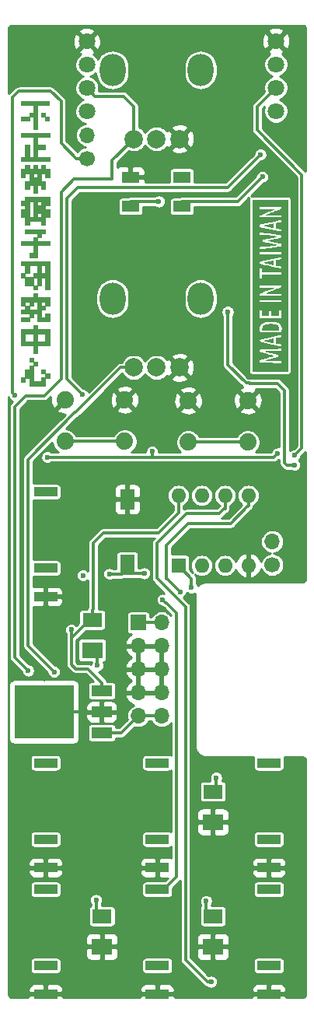
<source format=gbr>
G04 #@! TF.GenerationSoftware,KiCad,Pcbnew,5.1.2-f72e74a~84~ubuntu16.04.1*
G04 #@! TF.CreationDate,2019-05-08T01:02:17+08:00*
G04 #@! TF.ProjectId,8Bit_EuroRack_7hp,38426974-5f45-4757-926f-5261636b5f37,rev?*
G04 #@! TF.SameCoordinates,Original*
G04 #@! TF.FileFunction,Copper,L1,Top*
G04 #@! TF.FilePolarity,Positive*
%FSLAX46Y46*%
G04 Gerber Fmt 4.6, Leading zero omitted, Abs format (unit mm)*
G04 Created by KiCad (PCBNEW 5.1.2-f72e74a~84~ubuntu16.04.1) date 2019-05-08 01:02:17*
%MOMM*%
%LPD*%
G04 APERTURE LIST*
%ADD10C,0.010000*%
%ADD11C,1.700000*%
%ADD12O,1.700000X1.700000*%
%ADD13R,2.500000X1.000000*%
%ADD14C,1.879600*%
%ADD15C,2.000000*%
%ADD16O,2.800000X3.500000*%
%ADD17R,1.600000X2.180000*%
%ADD18R,1.900000X1.200000*%
%ADD19R,1.700000X1.700000*%
%ADD20R,2.100000X1.500000*%
%ADD21R,2.300000X1.800000*%
%ADD22C,1.800000*%
%ADD23R,2.200000X1.200000*%
%ADD24R,6.400000X5.800000*%
%ADD25R,3.050000X2.750000*%
%ADD26O,1.600000X1.600000*%
%ADD27R,1.600000X1.600000*%
%ADD28C,0.600000*%
%ADD29C,0.300000*%
%ADD30C,0.254000*%
G04 APERTURE END LIST*
D10*
G36*
X49584724Y-53389525D02*
G01*
X49588199Y-53608600D01*
X50019400Y-53608600D01*
X50019400Y-54040400D01*
X49587600Y-54040400D01*
X49587600Y-53608600D01*
X49142500Y-53608600D01*
X49149450Y-53170450D01*
X49581250Y-53170450D01*
X49584724Y-53389525D01*
X49584724Y-53389525D01*
G37*
X49584724Y-53389525D02*
X49588199Y-53608600D01*
X50019400Y-53608600D01*
X50019400Y-54040400D01*
X49587600Y-54040400D01*
X49587600Y-53608600D01*
X49142500Y-53608600D01*
X49149450Y-53170450D01*
X49581250Y-53170450D01*
X49584724Y-53389525D01*
G36*
X50019400Y-52300500D02*
G01*
X48711300Y-52300500D01*
X48711300Y-54916700D01*
X48492225Y-54916705D01*
X48273150Y-54916711D01*
X48276964Y-54262655D01*
X48280779Y-53608600D01*
X47835000Y-53608600D01*
X47835000Y-54040400D01*
X46958700Y-54040400D01*
X46958700Y-53608600D01*
X47834400Y-53608600D01*
X47841350Y-53170450D01*
X48279500Y-53163500D01*
X48279500Y-52300728D01*
X46965050Y-52294150D01*
X46965050Y-51862350D01*
X48492225Y-51859123D01*
X50019400Y-51855897D01*
X50019400Y-52300500D01*
X50019400Y-52300500D01*
G37*
X50019400Y-52300500D02*
X48711300Y-52300500D01*
X48711300Y-54916700D01*
X48492225Y-54916705D01*
X48273150Y-54916711D01*
X48276964Y-54262655D01*
X48280779Y-53608600D01*
X47835000Y-53608600D01*
X47835000Y-54040400D01*
X46958700Y-54040400D01*
X46958700Y-53608600D01*
X47834400Y-53608600D01*
X47841350Y-53170450D01*
X48279500Y-53163500D01*
X48279500Y-52300728D01*
X46965050Y-52294150D01*
X46965050Y-51862350D01*
X48492225Y-51859123D01*
X50019400Y-51855897D01*
X50019400Y-52300500D01*
G36*
X50032100Y-55793000D02*
G01*
X48711300Y-55793000D01*
X48711300Y-56656600D01*
X49587600Y-56656600D01*
X49587600Y-57101100D01*
X48711300Y-57101100D01*
X48711300Y-57964700D01*
X50032100Y-57964700D01*
X50032100Y-58409200D01*
X46958700Y-58409200D01*
X46958700Y-57964700D01*
X47390500Y-57964700D01*
X47390500Y-56656600D01*
X47847700Y-56656600D01*
X47847700Y-57964700D01*
X48266800Y-57964700D01*
X48266800Y-55793000D01*
X46958700Y-55793000D01*
X46958700Y-55348500D01*
X50032100Y-55348500D01*
X50032100Y-55793000D01*
X50032100Y-55793000D01*
G37*
X50032100Y-55793000D02*
X48711300Y-55793000D01*
X48711300Y-56656600D01*
X49587600Y-56656600D01*
X49587600Y-57101100D01*
X48711300Y-57101100D01*
X48711300Y-57964700D01*
X50032100Y-57964700D01*
X50032100Y-58409200D01*
X46958700Y-58409200D01*
X46958700Y-57964700D01*
X47390500Y-57964700D01*
X47390500Y-56656600D01*
X47847700Y-56656600D01*
X47847700Y-57964700D01*
X48266800Y-57964700D01*
X48266800Y-55793000D01*
X46958700Y-55793000D01*
X46958700Y-55348500D01*
X50032100Y-55348500D01*
X50032100Y-55793000D01*
G36*
X47847700Y-59272800D02*
G01*
X48266800Y-59272800D01*
X48266800Y-58841000D01*
X48711300Y-58841000D01*
X48711300Y-59272800D01*
X49143100Y-59272800D01*
X49143100Y-58841000D01*
X49587600Y-58841000D01*
X49587600Y-59272800D01*
X50032100Y-59272800D01*
X50032100Y-60161800D01*
X49574900Y-60161800D01*
X49574900Y-59730000D01*
X49155800Y-59730000D01*
X49155800Y-60580900D01*
X49587600Y-60580900D01*
X49587600Y-61469900D01*
X49143100Y-61469900D01*
X49143100Y-61038100D01*
X48711300Y-61038100D01*
X48711300Y-61901700D01*
X48266800Y-61901700D01*
X48266800Y-61038100D01*
X47847700Y-61038100D01*
X47847700Y-61469900D01*
X47390500Y-61469900D01*
X47390500Y-60580900D01*
X47835000Y-60580900D01*
X47835000Y-59730000D01*
X48279500Y-59730000D01*
X48279500Y-60149100D01*
X48698600Y-60149100D01*
X48698600Y-59730000D01*
X48279500Y-59730000D01*
X47835000Y-59730000D01*
X47403200Y-59730000D01*
X47403200Y-60161800D01*
X46958700Y-60161800D01*
X46958700Y-59272800D01*
X47390500Y-59272800D01*
X47390500Y-58841000D01*
X47847700Y-58841000D01*
X47847700Y-59272800D01*
X47847700Y-59272800D01*
G37*
X47847700Y-59272800D02*
X48266800Y-59272800D01*
X48266800Y-58841000D01*
X48711300Y-58841000D01*
X48711300Y-59272800D01*
X49143100Y-59272800D01*
X49143100Y-58841000D01*
X49587600Y-58841000D01*
X49587600Y-59272800D01*
X50032100Y-59272800D01*
X50032100Y-60161800D01*
X49574900Y-60161800D01*
X49574900Y-59730000D01*
X49155800Y-59730000D01*
X49155800Y-60580900D01*
X49587600Y-60580900D01*
X49587600Y-61469900D01*
X49143100Y-61469900D01*
X49143100Y-61038100D01*
X48711300Y-61038100D01*
X48711300Y-61901700D01*
X48266800Y-61901700D01*
X48266800Y-61038100D01*
X47847700Y-61038100D01*
X47847700Y-61469900D01*
X47390500Y-61469900D01*
X47390500Y-60580900D01*
X47835000Y-60580900D01*
X47835000Y-59730000D01*
X48279500Y-59730000D01*
X48279500Y-60149100D01*
X48698600Y-60149100D01*
X48698600Y-59730000D01*
X48279500Y-59730000D01*
X47835000Y-59730000D01*
X47403200Y-59730000D01*
X47403200Y-60161800D01*
X46958700Y-60161800D01*
X46958700Y-59272800D01*
X47390500Y-59272800D01*
X47390500Y-58841000D01*
X47847700Y-58841000D01*
X47847700Y-59272800D01*
G36*
X50032100Y-63222500D02*
G01*
X49587600Y-63222500D01*
X49587600Y-63641600D01*
X50032100Y-63641600D01*
X50032100Y-64530600D01*
X49587600Y-64530600D01*
X49587600Y-65394200D01*
X49143100Y-65394200D01*
X49143100Y-64962400D01*
X47847700Y-64962400D01*
X47847700Y-65394200D01*
X47390500Y-65394200D01*
X47390500Y-64530600D01*
X46958700Y-64530600D01*
X46958700Y-63641600D01*
X47390500Y-63641600D01*
X47390500Y-63222500D01*
X46958700Y-63222500D01*
X46958700Y-62778000D01*
X47847700Y-62778000D01*
X47847700Y-64517900D01*
X48266800Y-64517900D01*
X48266800Y-64086100D01*
X48711300Y-64086100D01*
X48711300Y-64517900D01*
X49143100Y-64517900D01*
X49143100Y-64086100D01*
X48711300Y-64086100D01*
X48266800Y-64086100D01*
X48266800Y-62778000D01*
X48711300Y-62778000D01*
X48711300Y-63209800D01*
X49143100Y-63209800D01*
X49143100Y-62778000D01*
X48711300Y-62778000D01*
X48266800Y-62778000D01*
X47847700Y-62778000D01*
X46958700Y-62778000D01*
X46958700Y-62765300D01*
X47390500Y-62765300D01*
X47390500Y-62333500D01*
X50032100Y-62333500D01*
X50032100Y-63222500D01*
X50032100Y-63222500D01*
G37*
X50032100Y-63222500D02*
X49587600Y-63222500D01*
X49587600Y-63641600D01*
X50032100Y-63641600D01*
X50032100Y-64530600D01*
X49587600Y-64530600D01*
X49587600Y-65394200D01*
X49143100Y-65394200D01*
X49143100Y-64962400D01*
X47847700Y-64962400D01*
X47847700Y-65394200D01*
X47390500Y-65394200D01*
X47390500Y-64530600D01*
X46958700Y-64530600D01*
X46958700Y-63641600D01*
X47390500Y-63641600D01*
X47390500Y-63222500D01*
X46958700Y-63222500D01*
X46958700Y-62778000D01*
X47847700Y-62778000D01*
X47847700Y-64517900D01*
X48266800Y-64517900D01*
X48266800Y-64086100D01*
X48711300Y-64086100D01*
X48711300Y-64517900D01*
X49143100Y-64517900D01*
X49143100Y-64086100D01*
X48711300Y-64086100D01*
X48266800Y-64086100D01*
X48266800Y-62778000D01*
X48711300Y-62778000D01*
X48711300Y-63209800D01*
X49143100Y-63209800D01*
X49143100Y-62778000D01*
X48711300Y-62778000D01*
X48266800Y-62778000D01*
X47847700Y-62778000D01*
X46958700Y-62778000D01*
X46958700Y-62765300D01*
X47390500Y-62765300D01*
X47390500Y-62333500D01*
X50032100Y-62333500D01*
X50032100Y-63222500D01*
G36*
X49587600Y-66270500D02*
G01*
X49155800Y-66270500D01*
X49155800Y-66715000D01*
X48711300Y-66715000D01*
X48711300Y-67134100D01*
X50032100Y-67134100D01*
X50032100Y-67578600D01*
X48711300Y-67578600D01*
X48711300Y-68886700D01*
X47835000Y-68886700D01*
X47835000Y-68442200D01*
X48266800Y-68442200D01*
X48266800Y-67578600D01*
X46958700Y-67578600D01*
X46958700Y-67134100D01*
X48266800Y-67134100D01*
X48266800Y-66702300D01*
X48698600Y-66702300D01*
X48698600Y-66270500D01*
X47390500Y-66270500D01*
X47390500Y-65826000D01*
X49587600Y-65826000D01*
X49587600Y-66270500D01*
X49587600Y-66270500D01*
G37*
X49587600Y-66270500D02*
X49155800Y-66270500D01*
X49155800Y-66715000D01*
X48711300Y-66715000D01*
X48711300Y-67134100D01*
X50032100Y-67134100D01*
X50032100Y-67578600D01*
X48711300Y-67578600D01*
X48711300Y-68886700D01*
X47835000Y-68886700D01*
X47835000Y-68442200D01*
X48266800Y-68442200D01*
X48266800Y-67578600D01*
X46958700Y-67578600D01*
X46958700Y-67134100D01*
X48266800Y-67134100D01*
X48266800Y-66702300D01*
X48698600Y-66702300D01*
X48698600Y-66270500D01*
X47390500Y-66270500D01*
X47390500Y-65826000D01*
X49587600Y-65826000D01*
X49587600Y-66270500D01*
G36*
X50032100Y-72379200D02*
G01*
X49574900Y-72379200D01*
X49574900Y-71071100D01*
X49155800Y-71071100D01*
X49155800Y-71947400D01*
X48711300Y-71947400D01*
X48711300Y-72379200D01*
X48266800Y-72379200D01*
X48266800Y-71947400D01*
X47390500Y-71947400D01*
X47390500Y-71071100D01*
X48279500Y-71071100D01*
X48279500Y-71934700D01*
X48698600Y-71934700D01*
X48698600Y-71071100D01*
X48279500Y-71071100D01*
X47390500Y-71071100D01*
X46958700Y-71071100D01*
X46958700Y-70639300D01*
X47403200Y-70639300D01*
X47403200Y-71058400D01*
X48266800Y-71058400D01*
X48266800Y-70626600D01*
X48698600Y-70626600D01*
X48698600Y-69763000D01*
X49155800Y-69763000D01*
X49155800Y-70626600D01*
X49574900Y-70626600D01*
X49574900Y-69763000D01*
X49155800Y-69763000D01*
X48698600Y-69763000D01*
X47847700Y-69763000D01*
X47847700Y-70639300D01*
X47403200Y-70639300D01*
X46958700Y-70639300D01*
X46958700Y-70626600D01*
X47390500Y-70626600D01*
X47390500Y-69763000D01*
X46958700Y-69763000D01*
X46958700Y-69318500D01*
X50032100Y-69318500D01*
X50032100Y-72379200D01*
X50032100Y-72379200D01*
G37*
X50032100Y-72379200D02*
X49574900Y-72379200D01*
X49574900Y-71071100D01*
X49155800Y-71071100D01*
X49155800Y-71947400D01*
X48711300Y-71947400D01*
X48711300Y-72379200D01*
X48266800Y-72379200D01*
X48266800Y-71947400D01*
X47390500Y-71947400D01*
X47390500Y-71071100D01*
X48279500Y-71071100D01*
X48279500Y-71934700D01*
X48698600Y-71934700D01*
X48698600Y-71071100D01*
X48279500Y-71071100D01*
X47390500Y-71071100D01*
X46958700Y-71071100D01*
X46958700Y-70639300D01*
X47403200Y-70639300D01*
X47403200Y-71058400D01*
X48266800Y-71058400D01*
X48266800Y-70626600D01*
X48698600Y-70626600D01*
X48698600Y-69763000D01*
X49155800Y-69763000D01*
X49155800Y-70626600D01*
X49574900Y-70626600D01*
X49574900Y-69763000D01*
X49155800Y-69763000D01*
X48698600Y-69763000D01*
X47847700Y-69763000D01*
X47847700Y-70639300D01*
X47403200Y-70639300D01*
X46958700Y-70639300D01*
X46958700Y-70626600D01*
X47390500Y-70626600D01*
X47390500Y-69763000D01*
X46958700Y-69763000D01*
X46958700Y-69318500D01*
X50032100Y-69318500D01*
X50032100Y-72379200D01*
G36*
X48711300Y-73242800D02*
G01*
X50032100Y-73242800D01*
X50032100Y-74131800D01*
X49587600Y-74131800D01*
X49587600Y-74563600D01*
X49155800Y-74563600D01*
X49155800Y-75427200D01*
X49574900Y-75427200D01*
X49574900Y-74995400D01*
X50032100Y-74995400D01*
X50032100Y-75871700D01*
X48698600Y-75871700D01*
X48698600Y-75008100D01*
X48279500Y-75008100D01*
X48279500Y-75439900D01*
X47847700Y-75439900D01*
X47847700Y-75871700D01*
X46958700Y-75871700D01*
X46958700Y-75427200D01*
X47835000Y-75427200D01*
X47835000Y-75008100D01*
X46958700Y-75008100D01*
X46958700Y-74550900D01*
X47390500Y-74550900D01*
X47390500Y-74131800D01*
X47847700Y-74131800D01*
X47847700Y-74550900D01*
X48698600Y-74550900D01*
X48698600Y-73700000D01*
X49155800Y-73700000D01*
X49155800Y-74119100D01*
X49574900Y-74119100D01*
X49574900Y-73700000D01*
X49155800Y-73700000D01*
X48698600Y-73700000D01*
X48279500Y-73700000D01*
X48279500Y-74131800D01*
X47847700Y-74131800D01*
X47390500Y-74131800D01*
X46958700Y-74131800D01*
X46958700Y-73700000D01*
X47403200Y-73700000D01*
X47403200Y-74119100D01*
X47835000Y-74119100D01*
X47835000Y-73700000D01*
X47403200Y-73700000D01*
X46958700Y-73700000D01*
X46958700Y-73242800D01*
X48266800Y-73242800D01*
X48266800Y-72811000D01*
X48711300Y-72811000D01*
X48711300Y-73242800D01*
X48711300Y-73242800D01*
G37*
X48711300Y-73242800D02*
X50032100Y-73242800D01*
X50032100Y-74131800D01*
X49587600Y-74131800D01*
X49587600Y-74563600D01*
X49155800Y-74563600D01*
X49155800Y-75427200D01*
X49574900Y-75427200D01*
X49574900Y-74995400D01*
X50032100Y-74995400D01*
X50032100Y-75871700D01*
X48698600Y-75871700D01*
X48698600Y-75008100D01*
X48279500Y-75008100D01*
X48279500Y-75439900D01*
X47847700Y-75439900D01*
X47847700Y-75871700D01*
X46958700Y-75871700D01*
X46958700Y-75427200D01*
X47835000Y-75427200D01*
X47835000Y-75008100D01*
X46958700Y-75008100D01*
X46958700Y-74550900D01*
X47390500Y-74550900D01*
X47390500Y-74131800D01*
X47847700Y-74131800D01*
X47847700Y-74550900D01*
X48698600Y-74550900D01*
X48698600Y-73700000D01*
X49155800Y-73700000D01*
X49155800Y-74119100D01*
X49574900Y-74119100D01*
X49574900Y-73700000D01*
X49155800Y-73700000D01*
X48698600Y-73700000D01*
X48279500Y-73700000D01*
X48279500Y-74131800D01*
X47847700Y-74131800D01*
X47390500Y-74131800D01*
X46958700Y-74131800D01*
X46958700Y-73700000D01*
X47403200Y-73700000D01*
X47403200Y-74119100D01*
X47835000Y-74119100D01*
X47835000Y-73700000D01*
X47403200Y-73700000D01*
X46958700Y-73700000D01*
X46958700Y-73242800D01*
X48266800Y-73242800D01*
X48266800Y-72811000D01*
X48711300Y-72811000D01*
X48711300Y-73242800D01*
G36*
X48711300Y-76735300D02*
G01*
X50032100Y-76735300D01*
X50032100Y-78500600D01*
X48711300Y-78500600D01*
X48711300Y-79364200D01*
X48266800Y-79364200D01*
X48266800Y-78500600D01*
X46958700Y-78500600D01*
X46958700Y-77192500D01*
X47403200Y-77192500D01*
X47403200Y-78043400D01*
X48266800Y-78043400D01*
X48266800Y-77192500D01*
X48711300Y-77192500D01*
X48711300Y-78043400D01*
X49574900Y-78043400D01*
X49574900Y-77192500D01*
X48711300Y-77192500D01*
X48266800Y-77192500D01*
X47403200Y-77192500D01*
X46958700Y-77192500D01*
X46958700Y-76735300D01*
X48266800Y-76735300D01*
X48266800Y-76303500D01*
X48711300Y-76303500D01*
X48711300Y-76735300D01*
X48711300Y-76735300D01*
G37*
X48711300Y-76735300D02*
X50032100Y-76735300D01*
X50032100Y-78500600D01*
X48711300Y-78500600D01*
X48711300Y-79364200D01*
X48266800Y-79364200D01*
X48266800Y-78500600D01*
X46958700Y-78500600D01*
X46958700Y-77192500D01*
X47403200Y-77192500D01*
X47403200Y-78043400D01*
X48266800Y-78043400D01*
X48266800Y-77192500D01*
X48711300Y-77192500D01*
X48711300Y-78043400D01*
X49574900Y-78043400D01*
X49574900Y-77192500D01*
X48711300Y-77192500D01*
X48266800Y-77192500D01*
X47403200Y-77192500D01*
X46958700Y-77192500D01*
X46958700Y-76735300D01*
X48266800Y-76735300D01*
X48266800Y-76303500D01*
X48711300Y-76303500D01*
X48711300Y-76735300D01*
G36*
X48279500Y-80227800D02*
G01*
X48711300Y-80227800D01*
X48711300Y-80685000D01*
X48279500Y-80685000D01*
X48279500Y-82412200D01*
X49143100Y-82412200D01*
X49143100Y-81980400D01*
X49574900Y-81980400D01*
X49574900Y-81548600D01*
X49143100Y-81548600D01*
X49143100Y-81104100D01*
X49587600Y-81104100D01*
X49587600Y-81535900D01*
X50032100Y-81535900D01*
X50032100Y-81993100D01*
X49587600Y-81993100D01*
X49587600Y-82856700D01*
X47835000Y-82856700D01*
X47835000Y-81993100D01*
X47403200Y-81993100D01*
X47403200Y-82424900D01*
X46958700Y-82424900D01*
X46958700Y-81980400D01*
X47390500Y-81980400D01*
X47390500Y-81104100D01*
X47835000Y-81104100D01*
X47835000Y-80672300D01*
X48266800Y-80672300D01*
X48266800Y-80240500D01*
X47835000Y-80240500D01*
X47835000Y-79796000D01*
X48279500Y-79796000D01*
X48279500Y-80227800D01*
X48279500Y-80227800D01*
G37*
X48279500Y-80227800D02*
X48711300Y-80227800D01*
X48711300Y-80685000D01*
X48279500Y-80685000D01*
X48279500Y-82412200D01*
X49143100Y-82412200D01*
X49143100Y-81980400D01*
X49574900Y-81980400D01*
X49574900Y-81548600D01*
X49143100Y-81548600D01*
X49143100Y-81104100D01*
X49587600Y-81104100D01*
X49587600Y-81535900D01*
X50032100Y-81535900D01*
X50032100Y-81993100D01*
X49587600Y-81993100D01*
X49587600Y-82856700D01*
X47835000Y-82856700D01*
X47835000Y-81993100D01*
X47403200Y-81993100D01*
X47403200Y-82424900D01*
X46958700Y-82424900D01*
X46958700Y-81980400D01*
X47390500Y-81980400D01*
X47390500Y-81104100D01*
X47835000Y-81104100D01*
X47835000Y-80672300D01*
X48266800Y-80672300D01*
X48266800Y-80240500D01*
X47835000Y-80240500D01*
X47835000Y-79796000D01*
X48279500Y-79796000D01*
X48279500Y-80227800D01*
G36*
X73461440Y-65415354D02*
G01*
X73492456Y-65406267D01*
X73541871Y-65393556D01*
X73606438Y-65377930D01*
X73682911Y-65360099D01*
X73768040Y-65340772D01*
X73858579Y-65320659D01*
X73951281Y-65300470D01*
X74042898Y-65280913D01*
X74130183Y-65262699D01*
X74209888Y-65246538D01*
X74278766Y-65233137D01*
X74333570Y-65223208D01*
X74371052Y-65217460D01*
X74384822Y-65216300D01*
X74388461Y-65228291D01*
X74391575Y-65261430D01*
X74393939Y-65311466D01*
X74395327Y-65374150D01*
X74395600Y-65419500D01*
X74395359Y-65488110D01*
X74394695Y-65546825D01*
X74393692Y-65591394D01*
X74392436Y-65617567D01*
X74391527Y-65622700D01*
X74371803Y-65620102D01*
X74331361Y-65612791D01*
X74273571Y-65601494D01*
X74201803Y-65586938D01*
X74119428Y-65569850D01*
X74029815Y-65550957D01*
X73936335Y-65530985D01*
X73842358Y-65510662D01*
X73751255Y-65490713D01*
X73666395Y-65471866D01*
X73591149Y-65454848D01*
X73528887Y-65440385D01*
X73482980Y-65429204D01*
X73456796Y-65422032D01*
X73452071Y-65420106D01*
X73461440Y-65415354D01*
X73461440Y-65415354D01*
G37*
X73461440Y-65415354D02*
X73492456Y-65406267D01*
X73541871Y-65393556D01*
X73606438Y-65377930D01*
X73682911Y-65360099D01*
X73768040Y-65340772D01*
X73858579Y-65320659D01*
X73951281Y-65300470D01*
X74042898Y-65280913D01*
X74130183Y-65262699D01*
X74209888Y-65246538D01*
X74278766Y-65233137D01*
X74333570Y-65223208D01*
X74371052Y-65217460D01*
X74384822Y-65216300D01*
X74388461Y-65228291D01*
X74391575Y-65261430D01*
X74393939Y-65311466D01*
X74395327Y-65374150D01*
X74395600Y-65419500D01*
X74395359Y-65488110D01*
X74394695Y-65546825D01*
X74393692Y-65591394D01*
X74392436Y-65617567D01*
X74391527Y-65622700D01*
X74371803Y-65620102D01*
X74331361Y-65612791D01*
X74273571Y-65601494D01*
X74201803Y-65586938D01*
X74119428Y-65569850D01*
X74029815Y-65550957D01*
X73936335Y-65530985D01*
X73842358Y-65510662D01*
X73751255Y-65490713D01*
X73666395Y-65471866D01*
X73591149Y-65454848D01*
X73528887Y-65440385D01*
X73482980Y-65429204D01*
X73456796Y-65422032D01*
X73452071Y-65420106D01*
X73461440Y-65415354D01*
G36*
X73468454Y-69438937D02*
G01*
X73505795Y-69428884D01*
X73560945Y-69415585D01*
X73630542Y-69399729D01*
X73711228Y-69382006D01*
X73799641Y-69363106D01*
X73892423Y-69343719D01*
X73986212Y-69324533D01*
X74077649Y-69306239D01*
X74163375Y-69289527D01*
X74240028Y-69275086D01*
X74304249Y-69263605D01*
X74352678Y-69255775D01*
X74381955Y-69252285D01*
X74389209Y-69252743D01*
X74391418Y-69267013D01*
X74393296Y-69302149D01*
X74394699Y-69353616D01*
X74395484Y-69416880D01*
X74395600Y-69453867D01*
X74395152Y-69531069D01*
X74393628Y-69586008D01*
X74390756Y-69621807D01*
X74386266Y-69641592D01*
X74379886Y-69648485D01*
X74378700Y-69648600D01*
X74354442Y-69646026D01*
X74310758Y-69638778D01*
X74250899Y-69627572D01*
X74178118Y-69613123D01*
X74095669Y-69596145D01*
X74006805Y-69577354D01*
X73914779Y-69557463D01*
X73822843Y-69537187D01*
X73734251Y-69517242D01*
X73652256Y-69498341D01*
X73580111Y-69481201D01*
X73521069Y-69466534D01*
X73478382Y-69455057D01*
X73455305Y-69447484D01*
X73452280Y-69445054D01*
X73468454Y-69438937D01*
X73468454Y-69438937D01*
G37*
X73468454Y-69438937D02*
X73505795Y-69428884D01*
X73560945Y-69415585D01*
X73630542Y-69399729D01*
X73711228Y-69382006D01*
X73799641Y-69363106D01*
X73892423Y-69343719D01*
X73986212Y-69324533D01*
X74077649Y-69306239D01*
X74163375Y-69289527D01*
X74240028Y-69275086D01*
X74304249Y-69263605D01*
X74352678Y-69255775D01*
X74381955Y-69252285D01*
X74389209Y-69252743D01*
X74391418Y-69267013D01*
X74393296Y-69302149D01*
X74394699Y-69353616D01*
X74395484Y-69416880D01*
X74395600Y-69453867D01*
X74395152Y-69531069D01*
X74393628Y-69586008D01*
X74390756Y-69621807D01*
X74386266Y-69641592D01*
X74379886Y-69648485D01*
X74378700Y-69648600D01*
X74354442Y-69646026D01*
X74310758Y-69638778D01*
X74250899Y-69627572D01*
X74178118Y-69613123D01*
X74095669Y-69596145D01*
X74006805Y-69577354D01*
X73914779Y-69557463D01*
X73822843Y-69537187D01*
X73734251Y-69517242D01*
X73652256Y-69498341D01*
X73580111Y-69481201D01*
X73521069Y-69466534D01*
X73478382Y-69455057D01*
X73455305Y-69447484D01*
X73452280Y-69445054D01*
X73468454Y-69438937D01*
G36*
X73544700Y-77907249D02*
G01*
X73596326Y-77895312D01*
X73663248Y-77880504D01*
X73741815Y-77863570D01*
X73828379Y-77845256D01*
X73919289Y-77826307D01*
X74010898Y-77807468D01*
X74099554Y-77789485D01*
X74181609Y-77773104D01*
X74253414Y-77759069D01*
X74311319Y-77748127D01*
X74351674Y-77741022D01*
X74370805Y-77738500D01*
X74380207Y-77739842D01*
X74386877Y-77746338D01*
X74391281Y-77761695D01*
X74393888Y-77789622D01*
X74395162Y-77833824D01*
X74395573Y-77898010D01*
X74395600Y-77935350D01*
X74395499Y-78009875D01*
X74394835Y-78062724D01*
X74393068Y-78097623D01*
X74389657Y-78118296D01*
X74384059Y-78128467D01*
X74375734Y-78131861D01*
X74367000Y-78132200D01*
X74344404Y-78129571D01*
X74300402Y-78122142D01*
X74238388Y-78110602D01*
X74161755Y-78095637D01*
X74073898Y-78077936D01*
X73978210Y-78058187D01*
X73878084Y-78037078D01*
X73776916Y-78015297D01*
X73678099Y-77993532D01*
X73633600Y-77983541D01*
X73424050Y-77936175D01*
X73544700Y-77907249D01*
X73544700Y-77907249D01*
G37*
X73544700Y-77907249D02*
X73596326Y-77895312D01*
X73663248Y-77880504D01*
X73741815Y-77863570D01*
X73828379Y-77845256D01*
X73919289Y-77826307D01*
X74010898Y-77807468D01*
X74099554Y-77789485D01*
X74181609Y-77773104D01*
X74253414Y-77759069D01*
X74311319Y-77748127D01*
X74351674Y-77741022D01*
X74370805Y-77738500D01*
X74380207Y-77739842D01*
X74386877Y-77746338D01*
X74391281Y-77761695D01*
X74393888Y-77789622D01*
X74395162Y-77833824D01*
X74395573Y-77898010D01*
X74395600Y-77935350D01*
X74395499Y-78009875D01*
X74394835Y-78062724D01*
X74393068Y-78097623D01*
X74389657Y-78118296D01*
X74384059Y-78128467D01*
X74375734Y-78131861D01*
X74367000Y-78132200D01*
X74344404Y-78129571D01*
X74300402Y-78122142D01*
X74238388Y-78110602D01*
X74161755Y-78095637D01*
X74073898Y-78077936D01*
X73978210Y-78058187D01*
X73878084Y-78037078D01*
X73776916Y-78015297D01*
X73678099Y-77993532D01*
X73633600Y-77983541D01*
X73424050Y-77936175D01*
X73544700Y-77907249D01*
G36*
X73217063Y-76617725D02*
G01*
X73228079Y-76513603D01*
X73252225Y-76427206D01*
X73291596Y-76356192D01*
X73348289Y-76298217D01*
X73424400Y-76250940D01*
X73522025Y-76212015D01*
X73600094Y-76189549D01*
X73670610Y-76175310D01*
X73760196Y-76163009D01*
X73862567Y-76153090D01*
X73971439Y-76145997D01*
X74080525Y-76142173D01*
X74183541Y-76142063D01*
X74243200Y-76144136D01*
X74407822Y-76156867D01*
X74549248Y-76176955D01*
X74668748Y-76204942D01*
X74767593Y-76241369D01*
X74847055Y-76286777D01*
X74908404Y-76341708D01*
X74952912Y-76406703D01*
X74973580Y-76455089D01*
X74983829Y-76495941D01*
X74992338Y-76549755D01*
X74998393Y-76608377D01*
X75001281Y-76663651D01*
X75000287Y-76707423D01*
X74997272Y-76725675D01*
X74994832Y-76729975D01*
X74989095Y-76733683D01*
X74978307Y-76736844D01*
X74960712Y-76739500D01*
X74934556Y-76741695D01*
X74898084Y-76743473D01*
X74849542Y-76744878D01*
X74787175Y-76745952D01*
X74709228Y-76746739D01*
X74613947Y-76747283D01*
X74499576Y-76747628D01*
X74364362Y-76747816D01*
X74206550Y-76747891D01*
X74100904Y-76747900D01*
X73211170Y-76747900D01*
X73217063Y-76617725D01*
X73217063Y-76617725D01*
G37*
X73217063Y-76617725D02*
X73228079Y-76513603D01*
X73252225Y-76427206D01*
X73291596Y-76356192D01*
X73348289Y-76298217D01*
X73424400Y-76250940D01*
X73522025Y-76212015D01*
X73600094Y-76189549D01*
X73670610Y-76175310D01*
X73760196Y-76163009D01*
X73862567Y-76153090D01*
X73971439Y-76145997D01*
X74080525Y-76142173D01*
X74183541Y-76142063D01*
X74243200Y-76144136D01*
X74407822Y-76156867D01*
X74549248Y-76176955D01*
X74668748Y-76204942D01*
X74767593Y-76241369D01*
X74847055Y-76286777D01*
X74908404Y-76341708D01*
X74952912Y-76406703D01*
X74973580Y-76455089D01*
X74983829Y-76495941D01*
X74992338Y-76549755D01*
X74998393Y-76608377D01*
X75001281Y-76663651D01*
X75000287Y-76707423D01*
X74997272Y-76725675D01*
X74994832Y-76729975D01*
X74989095Y-76733683D01*
X74978307Y-76736844D01*
X74960712Y-76739500D01*
X74934556Y-76741695D01*
X74898084Y-76743473D01*
X74849542Y-76744878D01*
X74787175Y-76745952D01*
X74709228Y-76746739D01*
X74613947Y-76747283D01*
X74499576Y-76747628D01*
X74364362Y-76747816D01*
X74206550Y-76747891D01*
X74100904Y-76747900D01*
X73211170Y-76747900D01*
X73217063Y-76617725D01*
G36*
X75957700Y-62612800D02*
G01*
X75957700Y-81256400D01*
X75336235Y-81256400D01*
X75336235Y-78592784D01*
X75332642Y-78442508D01*
X75329050Y-78292233D01*
X75043300Y-78250379D01*
X74960391Y-78238076D01*
X74885503Y-78226661D01*
X74822438Y-78216738D01*
X74774995Y-78208911D01*
X74746977Y-78203783D01*
X74741416Y-78202412D01*
X74735807Y-78194538D01*
X74731780Y-78174031D01*
X74729208Y-78138244D01*
X74727968Y-78084530D01*
X74727935Y-78010241D01*
X74728716Y-77932572D01*
X74732150Y-77668846D01*
X75033768Y-77624298D01*
X75335387Y-77579750D01*
X75335393Y-77423166D01*
X75335400Y-77266582D01*
X75300475Y-77273430D01*
X75278337Y-77277505D01*
X75235160Y-77285228D01*
X75174931Y-77295894D01*
X75101634Y-77308798D01*
X75019256Y-77323236D01*
X74967100Y-77332347D01*
X74602412Y-77398156D01*
X74254251Y-77465649D01*
X73913745Y-77536675D01*
X73572022Y-77613084D01*
X73223643Y-77695888D01*
X72923414Y-77769176D01*
X72923414Y-77065531D01*
X74106624Y-77062291D01*
X75289834Y-77059050D01*
X75306655Y-77001900D01*
X75337651Y-76869808D01*
X75354858Y-76734759D01*
X75357806Y-76603998D01*
X75346024Y-76484767D01*
X75341694Y-76462150D01*
X75302752Y-76334140D01*
X75242682Y-76220167D01*
X75161585Y-76120327D01*
X75059565Y-76034714D01*
X74936723Y-75963424D01*
X74793162Y-75906552D01*
X74719412Y-75885053D01*
X74612377Y-75860366D01*
X74502514Y-75842292D01*
X74384884Y-75830402D01*
X74254550Y-75824265D01*
X74106575Y-75823453D01*
X74027300Y-75824841D01*
X73878777Y-75830390D01*
X73750673Y-75839955D01*
X73638218Y-75854298D01*
X73536638Y-75874180D01*
X73441164Y-75900364D01*
X73347850Y-75933288D01*
X73216328Y-75995905D01*
X73103954Y-76073608D01*
X73011562Y-76165483D01*
X72939984Y-76270618D01*
X72890054Y-76388099D01*
X72884300Y-76410121D01*
X72884300Y-75503300D01*
X75335400Y-75503300D01*
X75335400Y-74563500D01*
X74992500Y-74563500D01*
X74992500Y-75198500D01*
X74217800Y-75198500D01*
X74217800Y-74665100D01*
X73874900Y-74665100D01*
X73874900Y-75198500D01*
X73227200Y-75198500D01*
X73227200Y-74601600D01*
X72884300Y-74601600D01*
X72884300Y-73763400D01*
X75335400Y-73763400D01*
X75335400Y-73445900D01*
X72884300Y-73445900D01*
X72884300Y-73064900D01*
X75335400Y-73064900D01*
X75335400Y-72772982D01*
X73652650Y-72766450D01*
X73881003Y-72672799D01*
X74043127Y-72607594D01*
X74223125Y-72537476D01*
X74414548Y-72464854D01*
X74610949Y-72392139D01*
X74805881Y-72321744D01*
X74992897Y-72256078D01*
X75024250Y-72245280D01*
X75329050Y-72140637D01*
X75332669Y-72012219D01*
X75336288Y-71883800D01*
X72884300Y-71883800D01*
X72884300Y-71172600D01*
X73227200Y-71172600D01*
X73227200Y-70753500D01*
X75335400Y-70753500D01*
X75335400Y-70448700D01*
X75325875Y-70448700D01*
X75325875Y-70105789D01*
X75329578Y-70093919D01*
X75332609Y-70061597D01*
X75334654Y-70013768D01*
X75335400Y-69955738D01*
X75335400Y-69805676D01*
X75047385Y-69763971D01*
X74964086Y-69751740D01*
X74888760Y-69740358D01*
X74825204Y-69730426D01*
X74777213Y-69722543D01*
X74748583Y-69717309D01*
X74742585Y-69715824D01*
X74736701Y-69708261D01*
X74732281Y-69688857D01*
X74729153Y-69654857D01*
X74727144Y-69603508D01*
X74726084Y-69532055D01*
X74725800Y-69446160D01*
X74725800Y-69182938D01*
X75002025Y-69142276D01*
X75084462Y-69130054D01*
X75159744Y-69118731D01*
X75223768Y-69108937D01*
X75272435Y-69101301D01*
X75301643Y-69096453D01*
X75306825Y-69095465D01*
X75318884Y-69091750D01*
X75326964Y-69083824D01*
X75331859Y-69067278D01*
X75334366Y-69037703D01*
X75335280Y-68990689D01*
X75335400Y-68937159D01*
X75334803Y-68870246D01*
X75332744Y-68825186D01*
X75328825Y-68798455D01*
X75322643Y-68786527D01*
X75318105Y-68785000D01*
X75299303Y-68787244D01*
X75258545Y-68793619D01*
X75198843Y-68803592D01*
X75123209Y-68816631D01*
X75034653Y-68832203D01*
X74936189Y-68849773D01*
X74830828Y-68868811D01*
X74721581Y-68888781D01*
X74611460Y-68909152D01*
X74522600Y-68925786D01*
X74342830Y-68960711D01*
X74145216Y-69001025D01*
X73936378Y-69045290D01*
X73722936Y-69092069D01*
X73511510Y-69139921D01*
X73308721Y-69187411D01*
X73220850Y-69208571D01*
X72890650Y-69288850D01*
X72887088Y-69442732D01*
X72884300Y-69563210D01*
X72884300Y-68569100D01*
X75335400Y-68569100D01*
X75335400Y-68264300D01*
X72909782Y-68264300D01*
X72909782Y-67997600D01*
X72934067Y-67996233D01*
X72980352Y-67992359D01*
X73045398Y-67986317D01*
X73125965Y-67978447D01*
X73218814Y-67969090D01*
X73320704Y-67958585D01*
X73428396Y-67947273D01*
X73538651Y-67935493D01*
X73648229Y-67923586D01*
X73753890Y-67911891D01*
X73852394Y-67900748D01*
X73940503Y-67890498D01*
X74008250Y-67882316D01*
X74109789Y-67869282D01*
X74221778Y-67854081D01*
X74341318Y-67837173D01*
X74465507Y-67819020D01*
X74591445Y-67800082D01*
X74716232Y-67780822D01*
X74836967Y-67761699D01*
X74950750Y-67743176D01*
X75054680Y-67725712D01*
X75145858Y-67709769D01*
X75221381Y-67695809D01*
X75278351Y-67684291D01*
X75313867Y-67675678D01*
X75319525Y-67673867D01*
X75327059Y-67662569D01*
X75332033Y-67633313D01*
X75334716Y-67583516D01*
X75335400Y-67522605D01*
X75334975Y-67459093D01*
X75333274Y-67416570D01*
X75329650Y-67390629D01*
X75323462Y-67376868D01*
X75314063Y-67370881D01*
X75313175Y-67370613D01*
X75268289Y-67358784D01*
X75201506Y-67342691D01*
X75115849Y-67322973D01*
X75014343Y-67300273D01*
X74900011Y-67275231D01*
X74775878Y-67248490D01*
X74644967Y-67220690D01*
X74510303Y-67192473D01*
X74374910Y-67164480D01*
X74241811Y-67137353D01*
X74114031Y-67111733D01*
X73994594Y-67088262D01*
X73886523Y-67067580D01*
X73868550Y-67064211D01*
X73854828Y-67060689D01*
X73851828Y-67056550D01*
X73861829Y-67051170D01*
X73887109Y-67043921D01*
X73929948Y-67034178D01*
X73992625Y-67021314D01*
X74077420Y-67004704D01*
X74103500Y-66999669D01*
X74244141Y-66972056D01*
X74395119Y-66941492D01*
X74550939Y-66909151D01*
X74706105Y-66876203D01*
X74855124Y-66843822D01*
X74992500Y-66813180D01*
X75112739Y-66785450D01*
X75157600Y-66774762D01*
X75329050Y-66733420D01*
X75332619Y-66585443D01*
X75336189Y-66437465D01*
X75318939Y-66434054D01*
X75318939Y-66072933D01*
X75327030Y-66068829D01*
X75331910Y-66055420D01*
X75334390Y-66028570D01*
X75335283Y-65984144D01*
X75335400Y-65926315D01*
X75335400Y-65776251D01*
X75294125Y-65769066D01*
X75268152Y-65764938D01*
X75222088Y-65758008D01*
X75160989Y-65749022D01*
X75089915Y-65738726D01*
X75030600Y-65730234D01*
X74955244Y-65719408D01*
X74885906Y-65709267D01*
X74827643Y-65700566D01*
X74785515Y-65694057D01*
X74767075Y-65690981D01*
X74725800Y-65683374D01*
X74725800Y-65154819D01*
X74760725Y-65147859D01*
X74784936Y-65143644D01*
X74828089Y-65136722D01*
X74885665Y-65127769D01*
X74953143Y-65117459D01*
X75026004Y-65106468D01*
X75099727Y-65095471D01*
X75169792Y-65085143D01*
X75231679Y-65076160D01*
X75280869Y-65069196D01*
X75312841Y-65064927D01*
X75322778Y-65063900D01*
X75328218Y-65051707D01*
X75332288Y-65017103D01*
X75334749Y-64963052D01*
X75335400Y-64906925D01*
X75335400Y-64749950D01*
X75088545Y-64792138D01*
X74557203Y-64888017D01*
X74038828Y-64992091D01*
X73521653Y-65106775D01*
X73299883Y-65159188D01*
X73203293Y-65182351D01*
X73114616Y-65203478D01*
X73036870Y-65221863D01*
X72973069Y-65236797D01*
X72926231Y-65247572D01*
X72899372Y-65253481D01*
X72894180Y-65254400D01*
X72890408Y-65266291D01*
X72887300Y-65298730D01*
X72885163Y-65346870D01*
X72884304Y-65405860D01*
X72884300Y-65410518D01*
X72884300Y-64543200D01*
X75335400Y-64543200D01*
X75335400Y-64251281D01*
X74491396Y-64248016D01*
X73647393Y-64244750D01*
X73827821Y-64169964D01*
X73930809Y-64128123D01*
X74053249Y-64079794D01*
X74190557Y-64026701D01*
X74338149Y-63970567D01*
X74491441Y-63913116D01*
X74645848Y-63856071D01*
X74796787Y-63801156D01*
X74939674Y-63750093D01*
X75014725Y-63723733D01*
X75335400Y-63611924D01*
X75335400Y-63362100D01*
X72884300Y-63362100D01*
X72884300Y-63654002D01*
X74414650Y-63660550D01*
X74243200Y-63722776D01*
X74064975Y-63788815D01*
X73880308Y-63859744D01*
X73694246Y-63933499D01*
X73511835Y-64008018D01*
X73338122Y-64081235D01*
X73178153Y-64151086D01*
X73036976Y-64215508D01*
X73027174Y-64220116D01*
X72884299Y-64287439D01*
X72884299Y-64415320D01*
X72884300Y-64543200D01*
X72884300Y-65410518D01*
X72884300Y-65566636D01*
X73255775Y-65657998D01*
X73672703Y-65756356D01*
X74103582Y-65850058D01*
X74538871Y-65937179D01*
X74969030Y-66015795D01*
X75306825Y-66071866D01*
X75318939Y-66072933D01*
X75318939Y-66434054D01*
X75269119Y-66424200D01*
X75052620Y-66383660D01*
X74814618Y-66343277D01*
X74559009Y-66303585D01*
X74289686Y-66265121D01*
X74010544Y-66228422D01*
X73725479Y-66194024D01*
X73438384Y-66162465D01*
X73189100Y-66137650D01*
X73114929Y-66130525D01*
X73046141Y-66123706D01*
X72988252Y-66117755D01*
X72946781Y-66113235D01*
X72931925Y-66111423D01*
X72884300Y-66105000D01*
X72884300Y-66256637D01*
X72884299Y-66408273D01*
X72950974Y-66415019D01*
X72981544Y-66417829D01*
X73033280Y-66422266D01*
X73102025Y-66427988D01*
X73183621Y-66434651D01*
X73273911Y-66441914D01*
X73360550Y-66448788D01*
X73497138Y-66460318D01*
X73653590Y-66474851D01*
X73824623Y-66491832D01*
X74004951Y-66510705D01*
X74189289Y-66530917D01*
X74372352Y-66551910D01*
X74548856Y-66573130D01*
X74576575Y-66576564D01*
X74629019Y-66583913D01*
X74670454Y-66591287D01*
X74695483Y-66597635D01*
X74700400Y-66600669D01*
X74688289Y-66606610D01*
X74653521Y-66616544D01*
X74598445Y-66629996D01*
X74525406Y-66646491D01*
X74436752Y-66665554D01*
X74334831Y-66686710D01*
X74221989Y-66709484D01*
X74100575Y-66733401D01*
X73972935Y-66757985D01*
X73841416Y-66782762D01*
X73708366Y-66807256D01*
X73576132Y-66830993D01*
X73474850Y-66848713D01*
X73395880Y-66862440D01*
X73324026Y-66875083D01*
X73263588Y-66885875D01*
X73218866Y-66894045D01*
X73194157Y-66898826D01*
X73192275Y-66899242D01*
X73179962Y-66903308D01*
X73171814Y-66911708D01*
X73166971Y-66928989D01*
X73164577Y-66959694D01*
X73163774Y-67008368D01*
X73163700Y-67050683D01*
X73163700Y-67195482D01*
X73198625Y-67202564D01*
X73220764Y-67206700D01*
X73263946Y-67214462D01*
X73324181Y-67225147D01*
X73397485Y-67238049D01*
X73479871Y-67252462D01*
X73532000Y-67261541D01*
X73616549Y-67276586D01*
X73715425Y-67294751D01*
X73824872Y-67315297D01*
X73941131Y-67337486D01*
X74060447Y-67360578D01*
X74179060Y-67383835D01*
X74293216Y-67406517D01*
X74399155Y-67427887D01*
X74493121Y-67447204D01*
X74571356Y-67463730D01*
X74630104Y-67476727D01*
X74649600Y-67481328D01*
X74687150Y-67491228D01*
X74702505Y-67497943D01*
X74698379Y-67503268D01*
X74687700Y-67506537D01*
X74653387Y-67513289D01*
X74596669Y-67521951D01*
X74520444Y-67532218D01*
X74427608Y-67543782D01*
X74321060Y-67556338D01*
X74203698Y-67569580D01*
X74078418Y-67583201D01*
X73948119Y-67596896D01*
X73815699Y-67610358D01*
X73684055Y-67623281D01*
X73556084Y-67635358D01*
X73434685Y-67646285D01*
X73322755Y-67655754D01*
X73223192Y-67663459D01*
X73163700Y-67667557D01*
X73072362Y-67673006D01*
X73003196Y-67677326D01*
X72953159Y-67682454D01*
X72919210Y-67690326D01*
X72898305Y-67702880D01*
X72887402Y-67722052D01*
X72883459Y-67749780D01*
X72883434Y-67788001D01*
X72884283Y-67838652D01*
X72884300Y-67845442D01*
X72884547Y-67909710D01*
X72885761Y-67952792D01*
X72888647Y-67978903D01*
X72893911Y-67992255D01*
X72902257Y-67997062D01*
X72909782Y-67997600D01*
X72909782Y-68264300D01*
X72884300Y-68264300D01*
X72884300Y-68569100D01*
X72884300Y-69563210D01*
X72883527Y-69596614D01*
X72931538Y-69609252D01*
X73172503Y-69670640D01*
X73433833Y-69733429D01*
X73710617Y-69796520D01*
X73997943Y-69858813D01*
X74290899Y-69919207D01*
X74497200Y-69959863D01*
X74560958Y-69971971D01*
X74637478Y-69986162D01*
X74723223Y-70001813D01*
X74814655Y-70018299D01*
X74908236Y-70034999D01*
X75000429Y-70051289D01*
X75087695Y-70066546D01*
X75166498Y-70080148D01*
X75233298Y-70091471D01*
X75284559Y-70099893D01*
X75316743Y-70104790D01*
X75325875Y-70105789D01*
X75325875Y-70448700D01*
X73227200Y-70448700D01*
X73227200Y-70029600D01*
X72884300Y-70029600D01*
X72884300Y-71172600D01*
X72884300Y-71883800D01*
X72884300Y-72175702D01*
X74414650Y-72182250D01*
X74179700Y-72269588D01*
X73905583Y-72373745D01*
X73640702Y-72478874D01*
X73389285Y-72583233D01*
X73155559Y-72685079D01*
X73008125Y-72752366D01*
X72884300Y-72810069D01*
X72884300Y-73064900D01*
X72884300Y-73445900D01*
X72884300Y-73763400D01*
X72884300Y-74601600D01*
X72884300Y-75503300D01*
X72884300Y-76410121D01*
X72873031Y-76453251D01*
X72860871Y-76546300D01*
X72858799Y-76655508D01*
X72866367Y-76773924D01*
X72883123Y-76894596D01*
X72908619Y-77010575D01*
X72909294Y-77013095D01*
X72923414Y-77065531D01*
X72923414Y-77769176D01*
X72883536Y-77778911D01*
X72890650Y-78086201D01*
X73081150Y-78134202D01*
X73239799Y-78173285D01*
X73411549Y-78213983D01*
X73593260Y-78255650D01*
X73781791Y-78297640D01*
X73974003Y-78339310D01*
X74166756Y-78380012D01*
X74356909Y-78419102D01*
X74541324Y-78455935D01*
X74716859Y-78489865D01*
X74880375Y-78520247D01*
X75028733Y-78546436D01*
X75158791Y-78567787D01*
X75267411Y-78583653D01*
X75269477Y-78583928D01*
X75336235Y-78592784D01*
X75336235Y-81256400D01*
X75177165Y-81256400D01*
X75177165Y-80405500D01*
X75335400Y-80405500D01*
X75335400Y-80117993D01*
X74595625Y-80101521D01*
X74456663Y-80098334D01*
X74321997Y-80095069D01*
X74194365Y-80091804D01*
X74076504Y-80088616D01*
X73971153Y-80085584D01*
X73881048Y-80082786D01*
X73808928Y-80080300D01*
X73757531Y-80078204D01*
X73735200Y-80077000D01*
X73614550Y-80068950D01*
X73830450Y-80008989D01*
X73916914Y-79985376D01*
X74018678Y-79958243D01*
X74131413Y-79928691D01*
X74250788Y-79897817D01*
X74372474Y-79866720D01*
X74492143Y-79836499D01*
X74605465Y-79808253D01*
X74708111Y-79783079D01*
X74795751Y-79762076D01*
X74864056Y-79746343D01*
X74875025Y-79743924D01*
X75005200Y-79715502D01*
X75005200Y-79457326D01*
X74900425Y-79435260D01*
X74845105Y-79423048D01*
X74773411Y-79406349D01*
X74688127Y-79385880D01*
X74592037Y-79362358D01*
X74487928Y-79336500D01*
X74378584Y-79309020D01*
X74266790Y-79280637D01*
X74155332Y-79252066D01*
X74046994Y-79224024D01*
X73944561Y-79197227D01*
X73850818Y-79172392D01*
X73768551Y-79150235D01*
X73700544Y-79131472D01*
X73649583Y-79116820D01*
X73618453Y-79106996D01*
X73609834Y-79103268D01*
X73618404Y-79100388D01*
X73646471Y-79098315D01*
X73688134Y-79097467D01*
X73691808Y-79097465D01*
X73724579Y-79097140D01*
X73779274Y-79096187D01*
X73852427Y-79094684D01*
X73940569Y-79092708D01*
X74040236Y-79090338D01*
X74147960Y-79087650D01*
X74260274Y-79084723D01*
X74262250Y-79084671D01*
X74386635Y-79081362D01*
X74516938Y-79077906D01*
X74647625Y-79074449D01*
X74773164Y-79071136D01*
X74888023Y-79068114D01*
X74986668Y-79065529D01*
X75040125Y-79064135D01*
X75335400Y-79056458D01*
X75335400Y-78763223D01*
X74938525Y-78771887D01*
X74803314Y-78775190D01*
X74652008Y-78779498D01*
X74489145Y-78784639D01*
X74319265Y-78790443D01*
X74146906Y-78796737D01*
X73976608Y-78803349D01*
X73812909Y-78810108D01*
X73660350Y-78816842D01*
X73523469Y-78823380D01*
X73406805Y-78829549D01*
X73392300Y-78830376D01*
X73306680Y-78835316D01*
X73215558Y-78840584D01*
X73128192Y-78845643D01*
X73053839Y-78849958D01*
X73033525Y-78851140D01*
X72884300Y-78859828D01*
X72884300Y-79156644D01*
X73052575Y-79209296D01*
X73197691Y-79253605D01*
X73362670Y-79302033D01*
X73542578Y-79353191D01*
X73732483Y-79405686D01*
X73927452Y-79458127D01*
X74033650Y-79486075D01*
X74120359Y-79508787D01*
X74199525Y-79529666D01*
X74267644Y-79547777D01*
X74321213Y-79562185D01*
X74356732Y-79571955D01*
X74370200Y-79575945D01*
X74366465Y-79581657D01*
X74342125Y-79592000D01*
X74301229Y-79605489D01*
X74249550Y-79620182D01*
X74109640Y-79658012D01*
X73954849Y-79700771D01*
X73791699Y-79746599D01*
X73626712Y-79793636D01*
X73466409Y-79840021D01*
X73317313Y-79883894D01*
X73185946Y-79923395D01*
X73179575Y-79925340D01*
X72884300Y-80015541D01*
X72884300Y-80312410D01*
X73109725Y-80327256D01*
X73226340Y-80334437D01*
X73361075Y-80341878D01*
X73510597Y-80349452D01*
X73671567Y-80357033D01*
X73840652Y-80364495D01*
X74014515Y-80371712D01*
X74189821Y-80378558D01*
X74363233Y-80384907D01*
X74531418Y-80390632D01*
X74691038Y-80395608D01*
X74838759Y-80399709D01*
X74971244Y-80402809D01*
X75085158Y-80404781D01*
X75177165Y-80405500D01*
X75177165Y-81256400D01*
X72147700Y-81256400D01*
X72147700Y-62612800D01*
X75957700Y-62612800D01*
X75957700Y-62612800D01*
G37*
X75957700Y-62612800D02*
X75957700Y-81256400D01*
X75336235Y-81256400D01*
X75336235Y-78592784D01*
X75332642Y-78442508D01*
X75329050Y-78292233D01*
X75043300Y-78250379D01*
X74960391Y-78238076D01*
X74885503Y-78226661D01*
X74822438Y-78216738D01*
X74774995Y-78208911D01*
X74746977Y-78203783D01*
X74741416Y-78202412D01*
X74735807Y-78194538D01*
X74731780Y-78174031D01*
X74729208Y-78138244D01*
X74727968Y-78084530D01*
X74727935Y-78010241D01*
X74728716Y-77932572D01*
X74732150Y-77668846D01*
X75033768Y-77624298D01*
X75335387Y-77579750D01*
X75335393Y-77423166D01*
X75335400Y-77266582D01*
X75300475Y-77273430D01*
X75278337Y-77277505D01*
X75235160Y-77285228D01*
X75174931Y-77295894D01*
X75101634Y-77308798D01*
X75019256Y-77323236D01*
X74967100Y-77332347D01*
X74602412Y-77398156D01*
X74254251Y-77465649D01*
X73913745Y-77536675D01*
X73572022Y-77613084D01*
X73223643Y-77695888D01*
X72923414Y-77769176D01*
X72923414Y-77065531D01*
X74106624Y-77062291D01*
X75289834Y-77059050D01*
X75306655Y-77001900D01*
X75337651Y-76869808D01*
X75354858Y-76734759D01*
X75357806Y-76603998D01*
X75346024Y-76484767D01*
X75341694Y-76462150D01*
X75302752Y-76334140D01*
X75242682Y-76220167D01*
X75161585Y-76120327D01*
X75059565Y-76034714D01*
X74936723Y-75963424D01*
X74793162Y-75906552D01*
X74719412Y-75885053D01*
X74612377Y-75860366D01*
X74502514Y-75842292D01*
X74384884Y-75830402D01*
X74254550Y-75824265D01*
X74106575Y-75823453D01*
X74027300Y-75824841D01*
X73878777Y-75830390D01*
X73750673Y-75839955D01*
X73638218Y-75854298D01*
X73536638Y-75874180D01*
X73441164Y-75900364D01*
X73347850Y-75933288D01*
X73216328Y-75995905D01*
X73103954Y-76073608D01*
X73011562Y-76165483D01*
X72939984Y-76270618D01*
X72890054Y-76388099D01*
X72884300Y-76410121D01*
X72884300Y-75503300D01*
X75335400Y-75503300D01*
X75335400Y-74563500D01*
X74992500Y-74563500D01*
X74992500Y-75198500D01*
X74217800Y-75198500D01*
X74217800Y-74665100D01*
X73874900Y-74665100D01*
X73874900Y-75198500D01*
X73227200Y-75198500D01*
X73227200Y-74601600D01*
X72884300Y-74601600D01*
X72884300Y-73763400D01*
X75335400Y-73763400D01*
X75335400Y-73445900D01*
X72884300Y-73445900D01*
X72884300Y-73064900D01*
X75335400Y-73064900D01*
X75335400Y-72772982D01*
X73652650Y-72766450D01*
X73881003Y-72672799D01*
X74043127Y-72607594D01*
X74223125Y-72537476D01*
X74414548Y-72464854D01*
X74610949Y-72392139D01*
X74805881Y-72321744D01*
X74992897Y-72256078D01*
X75024250Y-72245280D01*
X75329050Y-72140637D01*
X75332669Y-72012219D01*
X75336288Y-71883800D01*
X72884300Y-71883800D01*
X72884300Y-71172600D01*
X73227200Y-71172600D01*
X73227200Y-70753500D01*
X75335400Y-70753500D01*
X75335400Y-70448700D01*
X75325875Y-70448700D01*
X75325875Y-70105789D01*
X75329578Y-70093919D01*
X75332609Y-70061597D01*
X75334654Y-70013768D01*
X75335400Y-69955738D01*
X75335400Y-69805676D01*
X75047385Y-69763971D01*
X74964086Y-69751740D01*
X74888760Y-69740358D01*
X74825204Y-69730426D01*
X74777213Y-69722543D01*
X74748583Y-69717309D01*
X74742585Y-69715824D01*
X74736701Y-69708261D01*
X74732281Y-69688857D01*
X74729153Y-69654857D01*
X74727144Y-69603508D01*
X74726084Y-69532055D01*
X74725800Y-69446160D01*
X74725800Y-69182938D01*
X75002025Y-69142276D01*
X75084462Y-69130054D01*
X75159744Y-69118731D01*
X75223768Y-69108937D01*
X75272435Y-69101301D01*
X75301643Y-69096453D01*
X75306825Y-69095465D01*
X75318884Y-69091750D01*
X75326964Y-69083824D01*
X75331859Y-69067278D01*
X75334366Y-69037703D01*
X75335280Y-68990689D01*
X75335400Y-68937159D01*
X75334803Y-68870246D01*
X75332744Y-68825186D01*
X75328825Y-68798455D01*
X75322643Y-68786527D01*
X75318105Y-68785000D01*
X75299303Y-68787244D01*
X75258545Y-68793619D01*
X75198843Y-68803592D01*
X75123209Y-68816631D01*
X75034653Y-68832203D01*
X74936189Y-68849773D01*
X74830828Y-68868811D01*
X74721581Y-68888781D01*
X74611460Y-68909152D01*
X74522600Y-68925786D01*
X74342830Y-68960711D01*
X74145216Y-69001025D01*
X73936378Y-69045290D01*
X73722936Y-69092069D01*
X73511510Y-69139921D01*
X73308721Y-69187411D01*
X73220850Y-69208571D01*
X72890650Y-69288850D01*
X72887088Y-69442732D01*
X72884300Y-69563210D01*
X72884300Y-68569100D01*
X75335400Y-68569100D01*
X75335400Y-68264300D01*
X72909782Y-68264300D01*
X72909782Y-67997600D01*
X72934067Y-67996233D01*
X72980352Y-67992359D01*
X73045398Y-67986317D01*
X73125965Y-67978447D01*
X73218814Y-67969090D01*
X73320704Y-67958585D01*
X73428396Y-67947273D01*
X73538651Y-67935493D01*
X73648229Y-67923586D01*
X73753890Y-67911891D01*
X73852394Y-67900748D01*
X73940503Y-67890498D01*
X74008250Y-67882316D01*
X74109789Y-67869282D01*
X74221778Y-67854081D01*
X74341318Y-67837173D01*
X74465507Y-67819020D01*
X74591445Y-67800082D01*
X74716232Y-67780822D01*
X74836967Y-67761699D01*
X74950750Y-67743176D01*
X75054680Y-67725712D01*
X75145858Y-67709769D01*
X75221381Y-67695809D01*
X75278351Y-67684291D01*
X75313867Y-67675678D01*
X75319525Y-67673867D01*
X75327059Y-67662569D01*
X75332033Y-67633313D01*
X75334716Y-67583516D01*
X75335400Y-67522605D01*
X75334975Y-67459093D01*
X75333274Y-67416570D01*
X75329650Y-67390629D01*
X75323462Y-67376868D01*
X75314063Y-67370881D01*
X75313175Y-67370613D01*
X75268289Y-67358784D01*
X75201506Y-67342691D01*
X75115849Y-67322973D01*
X75014343Y-67300273D01*
X74900011Y-67275231D01*
X74775878Y-67248490D01*
X74644967Y-67220690D01*
X74510303Y-67192473D01*
X74374910Y-67164480D01*
X74241811Y-67137353D01*
X74114031Y-67111733D01*
X73994594Y-67088262D01*
X73886523Y-67067580D01*
X73868550Y-67064211D01*
X73854828Y-67060689D01*
X73851828Y-67056550D01*
X73861829Y-67051170D01*
X73887109Y-67043921D01*
X73929948Y-67034178D01*
X73992625Y-67021314D01*
X74077420Y-67004704D01*
X74103500Y-66999669D01*
X74244141Y-66972056D01*
X74395119Y-66941492D01*
X74550939Y-66909151D01*
X74706105Y-66876203D01*
X74855124Y-66843822D01*
X74992500Y-66813180D01*
X75112739Y-66785450D01*
X75157600Y-66774762D01*
X75329050Y-66733420D01*
X75332619Y-66585443D01*
X75336189Y-66437465D01*
X75318939Y-66434054D01*
X75318939Y-66072933D01*
X75327030Y-66068829D01*
X75331910Y-66055420D01*
X75334390Y-66028570D01*
X75335283Y-65984144D01*
X75335400Y-65926315D01*
X75335400Y-65776251D01*
X75294125Y-65769066D01*
X75268152Y-65764938D01*
X75222088Y-65758008D01*
X75160989Y-65749022D01*
X75089915Y-65738726D01*
X75030600Y-65730234D01*
X74955244Y-65719408D01*
X74885906Y-65709267D01*
X74827643Y-65700566D01*
X74785515Y-65694057D01*
X74767075Y-65690981D01*
X74725800Y-65683374D01*
X74725800Y-65154819D01*
X74760725Y-65147859D01*
X74784936Y-65143644D01*
X74828089Y-65136722D01*
X74885665Y-65127769D01*
X74953143Y-65117459D01*
X75026004Y-65106468D01*
X75099727Y-65095471D01*
X75169792Y-65085143D01*
X75231679Y-65076160D01*
X75280869Y-65069196D01*
X75312841Y-65064927D01*
X75322778Y-65063900D01*
X75328218Y-65051707D01*
X75332288Y-65017103D01*
X75334749Y-64963052D01*
X75335400Y-64906925D01*
X75335400Y-64749950D01*
X75088545Y-64792138D01*
X74557203Y-64888017D01*
X74038828Y-64992091D01*
X73521653Y-65106775D01*
X73299883Y-65159188D01*
X73203293Y-65182351D01*
X73114616Y-65203478D01*
X73036870Y-65221863D01*
X72973069Y-65236797D01*
X72926231Y-65247572D01*
X72899372Y-65253481D01*
X72894180Y-65254400D01*
X72890408Y-65266291D01*
X72887300Y-65298730D01*
X72885163Y-65346870D01*
X72884304Y-65405860D01*
X72884300Y-65410518D01*
X72884300Y-64543200D01*
X75335400Y-64543200D01*
X75335400Y-64251281D01*
X74491396Y-64248016D01*
X73647393Y-64244750D01*
X73827821Y-64169964D01*
X73930809Y-64128123D01*
X74053249Y-64079794D01*
X74190557Y-64026701D01*
X74338149Y-63970567D01*
X74491441Y-63913116D01*
X74645848Y-63856071D01*
X74796787Y-63801156D01*
X74939674Y-63750093D01*
X75014725Y-63723733D01*
X75335400Y-63611924D01*
X75335400Y-63362100D01*
X72884300Y-63362100D01*
X72884300Y-63654002D01*
X74414650Y-63660550D01*
X74243200Y-63722776D01*
X74064975Y-63788815D01*
X73880308Y-63859744D01*
X73694246Y-63933499D01*
X73511835Y-64008018D01*
X73338122Y-64081235D01*
X73178153Y-64151086D01*
X73036976Y-64215508D01*
X73027174Y-64220116D01*
X72884299Y-64287439D01*
X72884299Y-64415320D01*
X72884300Y-64543200D01*
X72884300Y-65410518D01*
X72884300Y-65566636D01*
X73255775Y-65657998D01*
X73672703Y-65756356D01*
X74103582Y-65850058D01*
X74538871Y-65937179D01*
X74969030Y-66015795D01*
X75306825Y-66071866D01*
X75318939Y-66072933D01*
X75318939Y-66434054D01*
X75269119Y-66424200D01*
X75052620Y-66383660D01*
X74814618Y-66343277D01*
X74559009Y-66303585D01*
X74289686Y-66265121D01*
X74010544Y-66228422D01*
X73725479Y-66194024D01*
X73438384Y-66162465D01*
X73189100Y-66137650D01*
X73114929Y-66130525D01*
X73046141Y-66123706D01*
X72988252Y-66117755D01*
X72946781Y-66113235D01*
X72931925Y-66111423D01*
X72884300Y-66105000D01*
X72884300Y-66256637D01*
X72884299Y-66408273D01*
X72950974Y-66415019D01*
X72981544Y-66417829D01*
X73033280Y-66422266D01*
X73102025Y-66427988D01*
X73183621Y-66434651D01*
X73273911Y-66441914D01*
X73360550Y-66448788D01*
X73497138Y-66460318D01*
X73653590Y-66474851D01*
X73824623Y-66491832D01*
X74004951Y-66510705D01*
X74189289Y-66530917D01*
X74372352Y-66551910D01*
X74548856Y-66573130D01*
X74576575Y-66576564D01*
X74629019Y-66583913D01*
X74670454Y-66591287D01*
X74695483Y-66597635D01*
X74700400Y-66600669D01*
X74688289Y-66606610D01*
X74653521Y-66616544D01*
X74598445Y-66629996D01*
X74525406Y-66646491D01*
X74436752Y-66665554D01*
X74334831Y-66686710D01*
X74221989Y-66709484D01*
X74100575Y-66733401D01*
X73972935Y-66757985D01*
X73841416Y-66782762D01*
X73708366Y-66807256D01*
X73576132Y-66830993D01*
X73474850Y-66848713D01*
X73395880Y-66862440D01*
X73324026Y-66875083D01*
X73263588Y-66885875D01*
X73218866Y-66894045D01*
X73194157Y-66898826D01*
X73192275Y-66899242D01*
X73179962Y-66903308D01*
X73171814Y-66911708D01*
X73166971Y-66928989D01*
X73164577Y-66959694D01*
X73163774Y-67008368D01*
X73163700Y-67050683D01*
X73163700Y-67195482D01*
X73198625Y-67202564D01*
X73220764Y-67206700D01*
X73263946Y-67214462D01*
X73324181Y-67225147D01*
X73397485Y-67238049D01*
X73479871Y-67252462D01*
X73532000Y-67261541D01*
X73616549Y-67276586D01*
X73715425Y-67294751D01*
X73824872Y-67315297D01*
X73941131Y-67337486D01*
X74060447Y-67360578D01*
X74179060Y-67383835D01*
X74293216Y-67406517D01*
X74399155Y-67427887D01*
X74493121Y-67447204D01*
X74571356Y-67463730D01*
X74630104Y-67476727D01*
X74649600Y-67481328D01*
X74687150Y-67491228D01*
X74702505Y-67497943D01*
X74698379Y-67503268D01*
X74687700Y-67506537D01*
X74653387Y-67513289D01*
X74596669Y-67521951D01*
X74520444Y-67532218D01*
X74427608Y-67543782D01*
X74321060Y-67556338D01*
X74203698Y-67569580D01*
X74078418Y-67583201D01*
X73948119Y-67596896D01*
X73815699Y-67610358D01*
X73684055Y-67623281D01*
X73556084Y-67635358D01*
X73434685Y-67646285D01*
X73322755Y-67655754D01*
X73223192Y-67663459D01*
X73163700Y-67667557D01*
X73072362Y-67673006D01*
X73003196Y-67677326D01*
X72953159Y-67682454D01*
X72919210Y-67690326D01*
X72898305Y-67702880D01*
X72887402Y-67722052D01*
X72883459Y-67749780D01*
X72883434Y-67788001D01*
X72884283Y-67838652D01*
X72884300Y-67845442D01*
X72884547Y-67909710D01*
X72885761Y-67952792D01*
X72888647Y-67978903D01*
X72893911Y-67992255D01*
X72902257Y-67997062D01*
X72909782Y-67997600D01*
X72909782Y-68264300D01*
X72884300Y-68264300D01*
X72884300Y-68569100D01*
X72884300Y-69563210D01*
X72883527Y-69596614D01*
X72931538Y-69609252D01*
X73172503Y-69670640D01*
X73433833Y-69733429D01*
X73710617Y-69796520D01*
X73997943Y-69858813D01*
X74290899Y-69919207D01*
X74497200Y-69959863D01*
X74560958Y-69971971D01*
X74637478Y-69986162D01*
X74723223Y-70001813D01*
X74814655Y-70018299D01*
X74908236Y-70034999D01*
X75000429Y-70051289D01*
X75087695Y-70066546D01*
X75166498Y-70080148D01*
X75233298Y-70091471D01*
X75284559Y-70099893D01*
X75316743Y-70104790D01*
X75325875Y-70105789D01*
X75325875Y-70448700D01*
X73227200Y-70448700D01*
X73227200Y-70029600D01*
X72884300Y-70029600D01*
X72884300Y-71172600D01*
X72884300Y-71883800D01*
X72884300Y-72175702D01*
X74414650Y-72182250D01*
X74179700Y-72269588D01*
X73905583Y-72373745D01*
X73640702Y-72478874D01*
X73389285Y-72583233D01*
X73155559Y-72685079D01*
X73008125Y-72752366D01*
X72884300Y-72810069D01*
X72884300Y-73064900D01*
X72884300Y-73445900D01*
X72884300Y-73763400D01*
X72884300Y-74601600D01*
X72884300Y-75503300D01*
X72884300Y-76410121D01*
X72873031Y-76453251D01*
X72860871Y-76546300D01*
X72858799Y-76655508D01*
X72866367Y-76773924D01*
X72883123Y-76894596D01*
X72908619Y-77010575D01*
X72909294Y-77013095D01*
X72923414Y-77065531D01*
X72923414Y-77769176D01*
X72883536Y-77778911D01*
X72890650Y-78086201D01*
X73081150Y-78134202D01*
X73239799Y-78173285D01*
X73411549Y-78213983D01*
X73593260Y-78255650D01*
X73781791Y-78297640D01*
X73974003Y-78339310D01*
X74166756Y-78380012D01*
X74356909Y-78419102D01*
X74541324Y-78455935D01*
X74716859Y-78489865D01*
X74880375Y-78520247D01*
X75028733Y-78546436D01*
X75158791Y-78567787D01*
X75267411Y-78583653D01*
X75269477Y-78583928D01*
X75336235Y-78592784D01*
X75336235Y-81256400D01*
X75177165Y-81256400D01*
X75177165Y-80405500D01*
X75335400Y-80405500D01*
X75335400Y-80117993D01*
X74595625Y-80101521D01*
X74456663Y-80098334D01*
X74321997Y-80095069D01*
X74194365Y-80091804D01*
X74076504Y-80088616D01*
X73971153Y-80085584D01*
X73881048Y-80082786D01*
X73808928Y-80080300D01*
X73757531Y-80078204D01*
X73735200Y-80077000D01*
X73614550Y-80068950D01*
X73830450Y-80008989D01*
X73916914Y-79985376D01*
X74018678Y-79958243D01*
X74131413Y-79928691D01*
X74250788Y-79897817D01*
X74372474Y-79866720D01*
X74492143Y-79836499D01*
X74605465Y-79808253D01*
X74708111Y-79783079D01*
X74795751Y-79762076D01*
X74864056Y-79746343D01*
X74875025Y-79743924D01*
X75005200Y-79715502D01*
X75005200Y-79457326D01*
X74900425Y-79435260D01*
X74845105Y-79423048D01*
X74773411Y-79406349D01*
X74688127Y-79385880D01*
X74592037Y-79362358D01*
X74487928Y-79336500D01*
X74378584Y-79309020D01*
X74266790Y-79280637D01*
X74155332Y-79252066D01*
X74046994Y-79224024D01*
X73944561Y-79197227D01*
X73850818Y-79172392D01*
X73768551Y-79150235D01*
X73700544Y-79131472D01*
X73649583Y-79116820D01*
X73618453Y-79106996D01*
X73609834Y-79103268D01*
X73618404Y-79100388D01*
X73646471Y-79098315D01*
X73688134Y-79097467D01*
X73691808Y-79097465D01*
X73724579Y-79097140D01*
X73779274Y-79096187D01*
X73852427Y-79094684D01*
X73940569Y-79092708D01*
X74040236Y-79090338D01*
X74147960Y-79087650D01*
X74260274Y-79084723D01*
X74262250Y-79084671D01*
X74386635Y-79081362D01*
X74516938Y-79077906D01*
X74647625Y-79074449D01*
X74773164Y-79071136D01*
X74888023Y-79068114D01*
X74986668Y-79065529D01*
X75040125Y-79064135D01*
X75335400Y-79056458D01*
X75335400Y-78763223D01*
X74938525Y-78771887D01*
X74803314Y-78775190D01*
X74652008Y-78779498D01*
X74489145Y-78784639D01*
X74319265Y-78790443D01*
X74146906Y-78796737D01*
X73976608Y-78803349D01*
X73812909Y-78810108D01*
X73660350Y-78816842D01*
X73523469Y-78823380D01*
X73406805Y-78829549D01*
X73392300Y-78830376D01*
X73306680Y-78835316D01*
X73215558Y-78840584D01*
X73128192Y-78845643D01*
X73053839Y-78849958D01*
X73033525Y-78851140D01*
X72884300Y-78859828D01*
X72884300Y-79156644D01*
X73052575Y-79209296D01*
X73197691Y-79253605D01*
X73362670Y-79302033D01*
X73542578Y-79353191D01*
X73732483Y-79405686D01*
X73927452Y-79458127D01*
X74033650Y-79486075D01*
X74120359Y-79508787D01*
X74199525Y-79529666D01*
X74267644Y-79547777D01*
X74321213Y-79562185D01*
X74356732Y-79571955D01*
X74370200Y-79575945D01*
X74366465Y-79581657D01*
X74342125Y-79592000D01*
X74301229Y-79605489D01*
X74249550Y-79620182D01*
X74109640Y-79658012D01*
X73954849Y-79700771D01*
X73791699Y-79746599D01*
X73626712Y-79793636D01*
X73466409Y-79840021D01*
X73317313Y-79883894D01*
X73185946Y-79923395D01*
X73179575Y-79925340D01*
X72884300Y-80015541D01*
X72884300Y-80312410D01*
X73109725Y-80327256D01*
X73226340Y-80334437D01*
X73361075Y-80341878D01*
X73510597Y-80349452D01*
X73671567Y-80357033D01*
X73840652Y-80364495D01*
X74014515Y-80371712D01*
X74189821Y-80378558D01*
X74363233Y-80384907D01*
X74531418Y-80390632D01*
X74691038Y-80395608D01*
X74838759Y-80399709D01*
X74971244Y-80402809D01*
X75085158Y-80404781D01*
X75177165Y-80405500D01*
X75177165Y-81256400D01*
X72147700Y-81256400D01*
X72147700Y-62612800D01*
X75957700Y-62612800D01*
D11*
X74310000Y-102360000D03*
D12*
X74310000Y-99820000D03*
D11*
X54140000Y-58130000D03*
D12*
X54140000Y-55590000D03*
D13*
X49620000Y-135310000D03*
X49620000Y-132210000D03*
X49620000Y-123910000D03*
X49620000Y-105820000D03*
X49620000Y-102720000D03*
X49620000Y-94420000D03*
X49620000Y-149070000D03*
X49620000Y-145970000D03*
X49620000Y-137670000D03*
X61780000Y-135310000D03*
X61780000Y-132210000D03*
X61780000Y-123910000D03*
X73940000Y-149070000D03*
X73940000Y-145970000D03*
X73940000Y-137670000D03*
X73940000Y-135310000D03*
X73940000Y-132210000D03*
X73940000Y-123910000D03*
X61780000Y-149070000D03*
X61780000Y-145970000D03*
X61780000Y-137670000D03*
D14*
X58231200Y-88910600D03*
X51728800Y-88910600D03*
X58231200Y-84389400D03*
X51728800Y-84389400D03*
X71651200Y-89000600D03*
X65148800Y-89000600D03*
X71651200Y-84479400D03*
X65148800Y-84479400D03*
D15*
X59210000Y-80880000D03*
X61710000Y-80880000D03*
X64210000Y-80880000D03*
D16*
X56910000Y-73380000D03*
X66510000Y-73380000D03*
D15*
X59210000Y-56000000D03*
X61710000Y-56000000D03*
X64210000Y-56000000D03*
D16*
X56910000Y-48500000D03*
X66510000Y-48500000D03*
D17*
X58530000Y-102336000D03*
X58530000Y-95224000D03*
D18*
X64454000Y-63350000D03*
X64454000Y-60150000D03*
X58866000Y-63350000D03*
X58866000Y-60150000D03*
D12*
X62260000Y-118800000D03*
X59720000Y-118800000D03*
X62260000Y-116260000D03*
X59720000Y-116260000D03*
X62260000Y-113720000D03*
X59720000Y-113720000D03*
X62260000Y-111180000D03*
X59720000Y-111180000D03*
X62260000Y-108640000D03*
D19*
X59720000Y-108640000D03*
D20*
X54710000Y-108336000D03*
D21*
X54710000Y-111638000D03*
D20*
X67850000Y-140616000D03*
D21*
X67850000Y-143918000D03*
D22*
X74710000Y-52980000D03*
X74710000Y-50440000D03*
X74710000Y-47900000D03*
X74710000Y-45360000D03*
X54110000Y-45380000D03*
X54110000Y-47920000D03*
X54110000Y-50460000D03*
X54110000Y-53000000D03*
D23*
X55740000Y-120640000D03*
X55740000Y-118360000D03*
X55740000Y-116080000D03*
D24*
X49440000Y-118360000D03*
D25*
X47765000Y-116835000D03*
X51115000Y-119885000D03*
X47765000Y-119885000D03*
X51115000Y-116835000D03*
D20*
X55750000Y-140606000D03*
D21*
X55750000Y-143908000D03*
D20*
X67850000Y-127036000D03*
D21*
X67850000Y-130338000D03*
D26*
X64090000Y-94810000D03*
X71710000Y-102430000D03*
X66630000Y-94810000D03*
X69170000Y-102430000D03*
X69170000Y-94810000D03*
X66630000Y-102430000D03*
X71710000Y-94810000D03*
D27*
X64090000Y-102430000D03*
D28*
X46300000Y-83920000D03*
X67100000Y-138940000D03*
X73030000Y-57710000D03*
X53620000Y-83840000D03*
X53680000Y-103510000D03*
X76720000Y-90440000D03*
X67650000Y-147730000D03*
X64270331Y-105279669D03*
X62380000Y-106150000D03*
X60360000Y-103280000D03*
X65510000Y-104850000D03*
X74890000Y-90230000D03*
X49800000Y-90640000D03*
X61230000Y-90030000D03*
X52410000Y-109410000D03*
X73230000Y-60120000D03*
X47720000Y-113870000D03*
X50540000Y-114010000D03*
X61950000Y-62810000D03*
X69460000Y-74810000D03*
X76715331Y-91505331D03*
X55260000Y-113300000D03*
X55130000Y-138830000D03*
X68200000Y-125530000D03*
X56570000Y-103350000D03*
D29*
X46300000Y-83920000D02*
X45980000Y-83600000D01*
X45980000Y-83600000D02*
X45980000Y-51510000D01*
X45980000Y-51510000D02*
X46680000Y-50810000D01*
X46680000Y-50810000D02*
X50180000Y-50810000D01*
X50180000Y-50810000D02*
X51300000Y-51930000D01*
X52990000Y-58130000D02*
X54140000Y-58130000D01*
X51300000Y-56440000D02*
X52990000Y-58130000D01*
X51300000Y-51930000D02*
X51300000Y-56440000D01*
X54340000Y-118360000D02*
X49440000Y-118360000D01*
X55740000Y-118360000D02*
X54340000Y-118360000D01*
X67100000Y-139866000D02*
X67850000Y-140616000D01*
X67100000Y-138940000D02*
X67100000Y-139866000D01*
X73030000Y-57710000D02*
X69470000Y-61270000D01*
X69470000Y-61270000D02*
X53140000Y-61270000D01*
X53140000Y-61270000D02*
X51930000Y-62480000D01*
X51930000Y-62480000D02*
X51930000Y-82150000D01*
X51930000Y-82150000D02*
X53620000Y-83840000D01*
X56902123Y-88910600D02*
X51728800Y-88910600D01*
X58231200Y-88910600D02*
X56902123Y-88910600D01*
X65148800Y-89000600D02*
X71651200Y-89000600D01*
X76720000Y-90440000D02*
X77540000Y-89620000D01*
X77540000Y-89620000D02*
X77540000Y-59940000D01*
X77540000Y-59940000D02*
X72660000Y-55060000D01*
X72660000Y-52490000D02*
X72740000Y-52410000D01*
X72660000Y-55060000D02*
X72660000Y-52490000D01*
X72740000Y-52410000D02*
X74710000Y-50440000D01*
X67230000Y-147730000D02*
X67650000Y-147730000D01*
X69010000Y-96270000D02*
X68510000Y-96770000D01*
X64860000Y-106930000D02*
X64860000Y-145360000D01*
X68510000Y-96770000D02*
X64970000Y-96770000D01*
X64970000Y-96770000D02*
X61730000Y-100010000D01*
X61730000Y-100010000D02*
X61730000Y-103800000D01*
X64860000Y-145360000D02*
X67230000Y-147730000D01*
X69170000Y-94810000D02*
X69170000Y-95941370D01*
X61730000Y-103800000D02*
X64860000Y-106930000D01*
X69010000Y-96270000D02*
X69120000Y-96270000D01*
X69170000Y-96220000D02*
X69170000Y-95941370D01*
X69120000Y-96270000D02*
X69170000Y-96220000D01*
X71710000Y-95941370D02*
X71630000Y-96021370D01*
X71710000Y-94810000D02*
X71710000Y-95941370D01*
X71630000Y-96021370D02*
X71598630Y-96021370D01*
X71598630Y-96021370D02*
X69770000Y-97850000D01*
X69770000Y-97850000D02*
X65360000Y-97850000D01*
X65360000Y-97850000D02*
X65140000Y-97850000D01*
X62750000Y-100240000D02*
X62750000Y-103870000D01*
X65140000Y-97850000D02*
X62750000Y-100240000D01*
X62530000Y-137670000D02*
X63880000Y-136320000D01*
X61780000Y-137670000D02*
X62530000Y-137670000D01*
X63880000Y-136320000D02*
X63880000Y-107590000D01*
X63880000Y-107590000D02*
X62770000Y-106480000D01*
X62860662Y-103870000D02*
X64270331Y-105279669D01*
X62750000Y-103870000D02*
X62860662Y-103870000D01*
X62710000Y-106480000D02*
X62770000Y-106480000D01*
X62380000Y-106150000D02*
X62710000Y-106480000D01*
X58530000Y-102336000D02*
X58530000Y-102670000D01*
X59140000Y-103280000D02*
X60360000Y-103280000D01*
X58530000Y-102670000D02*
X59140000Y-103280000D01*
X65510000Y-103850000D02*
X64090000Y-102430000D01*
X65510000Y-104850000D02*
X65510000Y-103850000D01*
X74890000Y-90230000D02*
X74480000Y-90640000D01*
X61230000Y-90454264D02*
X61360000Y-90584264D01*
X61230000Y-90030000D02*
X61230000Y-90454264D01*
X74480000Y-90640000D02*
X61360000Y-90640000D01*
X61360000Y-90584264D02*
X61360000Y-90640000D01*
X61360000Y-90640000D02*
X49800000Y-90640000D01*
X55740000Y-115180000D02*
X54230000Y-113670000D01*
X55740000Y-116080000D02*
X55740000Y-115180000D01*
X54230000Y-113670000D02*
X52900000Y-113670000D01*
X52900000Y-113670000D02*
X52410000Y-113180000D01*
X54410000Y-108336000D02*
X54710000Y-108336000D01*
X52410000Y-110336000D02*
X54410000Y-108336000D01*
X52410000Y-113180000D02*
X52410000Y-110336000D01*
X52410000Y-110336000D02*
X52410000Y-109410000D01*
X64090000Y-96690000D02*
X64090000Y-94810000D01*
X61920000Y-98860000D02*
X64090000Y-96690000D01*
X54710000Y-108336000D02*
X54710000Y-107286000D01*
X55940000Y-98860000D02*
X61920000Y-98860000D01*
X54790000Y-107206000D02*
X54790000Y-100010000D01*
X54710000Y-107286000D02*
X54790000Y-107206000D01*
X54790000Y-100010000D02*
X55940000Y-98860000D01*
X64454000Y-62830000D02*
X70540000Y-62830000D01*
X73230000Y-60140000D02*
X73230000Y-60120000D01*
X70540000Y-62830000D02*
X73230000Y-60140000D01*
X56880000Y-58330000D02*
X59210000Y-56000000D01*
X47720000Y-113870000D02*
X46970000Y-113120000D01*
X56880000Y-60370000D02*
X56880000Y-58330000D01*
X55009999Y-51359999D02*
X58089999Y-51359999D01*
X54110000Y-50460000D02*
X55009999Y-51359999D01*
X59210000Y-52480000D02*
X59210000Y-56000000D01*
X58089999Y-51359999D02*
X59210000Y-52480000D01*
X56880000Y-60370000D02*
X52700000Y-60370000D01*
X52700000Y-60370000D02*
X51310000Y-61760000D01*
X51310000Y-61760000D02*
X51310000Y-82110000D01*
X51310000Y-82110000D02*
X49470000Y-83950000D01*
X49470000Y-83950000D02*
X47440000Y-83950000D01*
X47440000Y-83950000D02*
X46240000Y-85150000D01*
X46240000Y-112390000D02*
X46970000Y-113120000D01*
X46240000Y-85150000D02*
X46240000Y-112390000D01*
X57795787Y-80880000D02*
X55090000Y-83585787D01*
X59210000Y-80880000D02*
X57795787Y-80880000D01*
X52803293Y-85779201D02*
X47700000Y-90882494D01*
X52896586Y-85779201D02*
X52803293Y-85779201D01*
X55090000Y-83585787D02*
X52896586Y-85779201D01*
X47700000Y-90882494D02*
X47700000Y-111170000D01*
X47700000Y-111170000D02*
X50540000Y-114010000D01*
X61930000Y-62830000D02*
X61950000Y-62810000D01*
X58866000Y-62830000D02*
X61930000Y-62830000D01*
X75640001Y-83360001D02*
X75640001Y-91270001D01*
X75875331Y-91505331D02*
X76715331Y-91505331D01*
X75640001Y-91270001D02*
X75875331Y-91505331D01*
X71828706Y-82600000D02*
X74880000Y-82600000D01*
X69460000Y-74810000D02*
X69460000Y-80570000D01*
X74880000Y-82600000D02*
X75640001Y-83360001D01*
X71798706Y-82570000D02*
X71828706Y-82600000D01*
X69460000Y-80570000D02*
X71460000Y-82570000D01*
X71460000Y-82570000D02*
X71798706Y-82570000D01*
X55260000Y-112188000D02*
X54710000Y-111638000D01*
X55260000Y-113300000D02*
X55260000Y-112188000D01*
X59720000Y-118800000D02*
X62260000Y-118800000D01*
X57880000Y-120640000D02*
X59720000Y-118800000D01*
X55740000Y-120640000D02*
X57880000Y-120640000D01*
X59720000Y-108640000D02*
X62260000Y-108640000D01*
X55130000Y-139986000D02*
X55750000Y-140606000D01*
X55130000Y-138830000D02*
X55130000Y-139986000D01*
X68200000Y-126686000D02*
X67850000Y-127036000D01*
X68200000Y-125530000D02*
X68200000Y-126686000D01*
X58530000Y-102336000D02*
X58530000Y-102760000D01*
X57940000Y-103350000D02*
X56570000Y-103350000D01*
X58530000Y-102760000D02*
X57940000Y-103350000D01*
D30*
G36*
X50165419Y-84144675D02*
G01*
X50147716Y-84454377D01*
X50190773Y-84761584D01*
X50292935Y-85054486D01*
X50378077Y-85213777D01*
X50636324Y-85302271D01*
X51549195Y-84389400D01*
X51535053Y-84375258D01*
X51714658Y-84195653D01*
X51728800Y-84209795D01*
X51742943Y-84195653D01*
X51922548Y-84375258D01*
X51908405Y-84389400D01*
X51922548Y-84403543D01*
X51742943Y-84583148D01*
X51728800Y-84569005D01*
X50815929Y-85481876D01*
X50904423Y-85740123D01*
X51183776Y-85874997D01*
X51484075Y-85952781D01*
X51793777Y-85970484D01*
X51796372Y-85970120D01*
X47312038Y-90454455D01*
X47290026Y-90472520D01*
X47217921Y-90560380D01*
X47164343Y-90660619D01*
X47150796Y-90705277D01*
X47131349Y-90769383D01*
X47127717Y-90806269D01*
X47123413Y-90849974D01*
X47120210Y-90882494D01*
X47123000Y-90910825D01*
X47123001Y-111141659D01*
X47120210Y-111170000D01*
X47131349Y-111283111D01*
X47164344Y-111391876D01*
X47217922Y-111492115D01*
X47244819Y-111524889D01*
X47271963Y-111557964D01*
X47271966Y-111557967D01*
X47290027Y-111579974D01*
X47312034Y-111598035D01*
X49817320Y-114103321D01*
X49840938Y-114222058D01*
X49895741Y-114354364D01*
X49975302Y-114473436D01*
X50076564Y-114574698D01*
X50195636Y-114654259D01*
X50327942Y-114709062D01*
X50468397Y-114737000D01*
X50611603Y-114737000D01*
X50752058Y-114709062D01*
X50884364Y-114654259D01*
X51003436Y-114574698D01*
X51104698Y-114473436D01*
X51184259Y-114354364D01*
X51239062Y-114222058D01*
X51267000Y-114081603D01*
X51267000Y-113938397D01*
X51239062Y-113797942D01*
X51184259Y-113665636D01*
X51104698Y-113546564D01*
X51003436Y-113445302D01*
X50884364Y-113365741D01*
X50752058Y-113310938D01*
X50633321Y-113287320D01*
X48277000Y-110930999D01*
X48277000Y-106948913D01*
X48370000Y-106958072D01*
X49334250Y-106955000D01*
X49493000Y-106796250D01*
X49493000Y-105947000D01*
X49747000Y-105947000D01*
X49747000Y-106796250D01*
X49905750Y-106955000D01*
X50870000Y-106958072D01*
X50994482Y-106945812D01*
X51114180Y-106909502D01*
X51224494Y-106850537D01*
X51321185Y-106771185D01*
X51400537Y-106674494D01*
X51459502Y-106564180D01*
X51495812Y-106444482D01*
X51508072Y-106320000D01*
X51505000Y-106105750D01*
X51346250Y-105947000D01*
X49747000Y-105947000D01*
X49493000Y-105947000D01*
X49473000Y-105947000D01*
X49473000Y-105693000D01*
X49493000Y-105693000D01*
X49493000Y-104843750D01*
X49747000Y-104843750D01*
X49747000Y-105693000D01*
X51346250Y-105693000D01*
X51505000Y-105534250D01*
X51508072Y-105320000D01*
X51495812Y-105195518D01*
X51459502Y-105075820D01*
X51400537Y-104965506D01*
X51321185Y-104868815D01*
X51224494Y-104789463D01*
X51114180Y-104730498D01*
X50994482Y-104694188D01*
X50870000Y-104681928D01*
X49905750Y-104685000D01*
X49747000Y-104843750D01*
X49493000Y-104843750D01*
X49334250Y-104685000D01*
X48370000Y-104681928D01*
X48277000Y-104691087D01*
X48277000Y-103638003D01*
X48286293Y-103640822D01*
X48370000Y-103649066D01*
X50870000Y-103649066D01*
X50953707Y-103640822D01*
X51034196Y-103616405D01*
X51108376Y-103576755D01*
X51173395Y-103523395D01*
X51226755Y-103458376D01*
X51266405Y-103384196D01*
X51290822Y-103303707D01*
X51299066Y-103220000D01*
X51299066Y-102220000D01*
X51290822Y-102136293D01*
X51266405Y-102055804D01*
X51226755Y-101981624D01*
X51173395Y-101916605D01*
X51108376Y-101863245D01*
X51034196Y-101823595D01*
X50953707Y-101799178D01*
X50870000Y-101790934D01*
X48370000Y-101790934D01*
X48286293Y-101799178D01*
X48277000Y-101801997D01*
X48277000Y-96314000D01*
X57091928Y-96314000D01*
X57104188Y-96438482D01*
X57140498Y-96558180D01*
X57199463Y-96668494D01*
X57278815Y-96765185D01*
X57375506Y-96844537D01*
X57485820Y-96903502D01*
X57605518Y-96939812D01*
X57730000Y-96952072D01*
X58244250Y-96949000D01*
X58403000Y-96790250D01*
X58403000Y-95351000D01*
X58657000Y-95351000D01*
X58657000Y-96790250D01*
X58815750Y-96949000D01*
X59330000Y-96952072D01*
X59454482Y-96939812D01*
X59574180Y-96903502D01*
X59684494Y-96844537D01*
X59781185Y-96765185D01*
X59860537Y-96668494D01*
X59919502Y-96558180D01*
X59955812Y-96438482D01*
X59968072Y-96314000D01*
X59965000Y-95509750D01*
X59806250Y-95351000D01*
X58657000Y-95351000D01*
X58403000Y-95351000D01*
X57253750Y-95351000D01*
X57095000Y-95509750D01*
X57091928Y-96314000D01*
X48277000Y-96314000D01*
X48277000Y-95338003D01*
X48286293Y-95340822D01*
X48370000Y-95349066D01*
X50870000Y-95349066D01*
X50953707Y-95340822D01*
X51034196Y-95316405D01*
X51108376Y-95276755D01*
X51173395Y-95223395D01*
X51226755Y-95158376D01*
X51266405Y-95084196D01*
X51290822Y-95003707D01*
X51299066Y-94920000D01*
X51299066Y-94134000D01*
X57091928Y-94134000D01*
X57095000Y-94938250D01*
X57253750Y-95097000D01*
X58403000Y-95097000D01*
X58403000Y-93657750D01*
X58657000Y-93657750D01*
X58657000Y-95097000D01*
X59806250Y-95097000D01*
X59965000Y-94938250D01*
X59968072Y-94134000D01*
X59955812Y-94009518D01*
X59919502Y-93889820D01*
X59860537Y-93779506D01*
X59781185Y-93682815D01*
X59684494Y-93603463D01*
X59574180Y-93544498D01*
X59454482Y-93508188D01*
X59330000Y-93495928D01*
X58815750Y-93499000D01*
X58657000Y-93657750D01*
X58403000Y-93657750D01*
X58244250Y-93499000D01*
X57730000Y-93495928D01*
X57605518Y-93508188D01*
X57485820Y-93544498D01*
X57375506Y-93603463D01*
X57278815Y-93682815D01*
X57199463Y-93779506D01*
X57140498Y-93889820D01*
X57104188Y-94009518D01*
X57091928Y-94134000D01*
X51299066Y-94134000D01*
X51299066Y-93920000D01*
X51290822Y-93836293D01*
X51266405Y-93755804D01*
X51226755Y-93681624D01*
X51173395Y-93616605D01*
X51108376Y-93563245D01*
X51034196Y-93523595D01*
X50953707Y-93499178D01*
X50870000Y-93490934D01*
X48370000Y-93490934D01*
X48286293Y-93499178D01*
X48277000Y-93501997D01*
X48277000Y-91121495D01*
X50362000Y-89036495D01*
X50362000Y-89045218D01*
X50414526Y-89309281D01*
X50517558Y-89558022D01*
X50667137Y-89781884D01*
X50857516Y-89972263D01*
X50993314Y-90063000D01*
X50245025Y-90063000D01*
X50144364Y-89995741D01*
X50012058Y-89940938D01*
X49871603Y-89913000D01*
X49728397Y-89913000D01*
X49587942Y-89940938D01*
X49455636Y-89995741D01*
X49336564Y-90075302D01*
X49235302Y-90176564D01*
X49155741Y-90295636D01*
X49100938Y-90427942D01*
X49073000Y-90568397D01*
X49073000Y-90711603D01*
X49100938Y-90852058D01*
X49155741Y-90984364D01*
X49235302Y-91103436D01*
X49336564Y-91204698D01*
X49455636Y-91284259D01*
X49587942Y-91339062D01*
X49728397Y-91367000D01*
X49871603Y-91367000D01*
X50012058Y-91339062D01*
X50144364Y-91284259D01*
X50245025Y-91217000D01*
X61331664Y-91217000D01*
X61360000Y-91219791D01*
X61388336Y-91217000D01*
X74451669Y-91217000D01*
X74480000Y-91219790D01*
X74508331Y-91217000D01*
X74508336Y-91217000D01*
X74538045Y-91214074D01*
X74593111Y-91208651D01*
X74637770Y-91195103D01*
X74701876Y-91175657D01*
X74802115Y-91122079D01*
X74889974Y-91049974D01*
X74908039Y-91027962D01*
X74983321Y-90952680D01*
X75063002Y-90936831D01*
X75063002Y-91241660D01*
X75060211Y-91270001D01*
X75071350Y-91383112D01*
X75091989Y-91451145D01*
X75104345Y-91491877D01*
X75157923Y-91592116D01*
X75188841Y-91629789D01*
X75211964Y-91657965D01*
X75211967Y-91657968D01*
X75230028Y-91679975D01*
X75252035Y-91698036D01*
X75447288Y-91893288D01*
X75465357Y-91915305D01*
X75553216Y-91987410D01*
X75653455Y-92040988D01*
X75698113Y-92054535D01*
X75762219Y-92073982D01*
X75820217Y-92079694D01*
X75846995Y-92082331D01*
X75847000Y-92082331D01*
X75875331Y-92085121D01*
X75903662Y-92082331D01*
X76270306Y-92082331D01*
X76370967Y-92149590D01*
X76503273Y-92204393D01*
X76643728Y-92232331D01*
X76786934Y-92232331D01*
X76927389Y-92204393D01*
X77059695Y-92149590D01*
X77178767Y-92070029D01*
X77280029Y-91968767D01*
X77359590Y-91849695D01*
X77414393Y-91717389D01*
X77442331Y-91576934D01*
X77442331Y-91433728D01*
X77414393Y-91293273D01*
X77359590Y-91160967D01*
X77280029Y-91041895D01*
X77213134Y-90975000D01*
X77284698Y-90903436D01*
X77364259Y-90784364D01*
X77419062Y-90652058D01*
X77442680Y-90533321D01*
X77927968Y-90048034D01*
X77943419Y-90035353D01*
X77943419Y-103835225D01*
X77934385Y-103924843D01*
X77915919Y-103984331D01*
X77886544Y-104038451D01*
X77847270Y-104086051D01*
X77799669Y-104125326D01*
X77745549Y-104154701D01*
X77686061Y-104173167D01*
X77596442Y-104182201D01*
X67214293Y-104182201D01*
X67213759Y-104182096D01*
X67168114Y-104182201D01*
X67144451Y-104182201D01*
X67143885Y-104182257D01*
X67143336Y-104182258D01*
X67120472Y-104184563D01*
X67074366Y-104189104D01*
X67073840Y-104189264D01*
X66981117Y-104198611D01*
X66956583Y-104198769D01*
X66911427Y-104208055D01*
X66866460Y-104217107D01*
X66843823Y-104226544D01*
X66737448Y-104259566D01*
X66714406Y-104264303D01*
X66692705Y-104273455D01*
X66692695Y-104273458D01*
X66677247Y-104279974D01*
X66649516Y-104291669D01*
X66649499Y-104291678D01*
X66627807Y-104300828D01*
X66608336Y-104314021D01*
X66514422Y-104364996D01*
X66493535Y-104373712D01*
X66473247Y-104387345D01*
X66472453Y-104387776D01*
X66453865Y-104400369D01*
X66435082Y-104412991D01*
X66434380Y-104413571D01*
X66414150Y-104427276D01*
X66398252Y-104443379D01*
X66317654Y-104509879D01*
X66299094Y-104522210D01*
X66281517Y-104539695D01*
X66280550Y-104540493D01*
X66264929Y-104556196D01*
X66249166Y-104571877D01*
X66248365Y-104572848D01*
X66230884Y-104590421D01*
X66218556Y-104608977D01*
X66204247Y-104626318D01*
X66154259Y-104505636D01*
X66087000Y-104404975D01*
X66087000Y-103878328D01*
X66089790Y-103849999D01*
X66087000Y-103821670D01*
X66087000Y-103821664D01*
X66078650Y-103736888D01*
X66045657Y-103628124D01*
X65992079Y-103527885D01*
X65943241Y-103468376D01*
X65938037Y-103462035D01*
X65938035Y-103462033D01*
X65919974Y-103440026D01*
X65897967Y-103421965D01*
X65867689Y-103391687D01*
X65945017Y-103455149D01*
X66158176Y-103569084D01*
X66389466Y-103639245D01*
X66569732Y-103657000D01*
X66690268Y-103657000D01*
X66870534Y-103639245D01*
X67101824Y-103569084D01*
X67314983Y-103455149D01*
X67501817Y-103301817D01*
X67655149Y-103114983D01*
X67769084Y-102901824D01*
X67839245Y-102670534D01*
X67862936Y-102430000D01*
X67937064Y-102430000D01*
X67960755Y-102670534D01*
X68030916Y-102901824D01*
X68144851Y-103114983D01*
X68298183Y-103301817D01*
X68485017Y-103455149D01*
X68698176Y-103569084D01*
X68929466Y-103639245D01*
X69109732Y-103657000D01*
X69230268Y-103657000D01*
X69410534Y-103639245D01*
X69641824Y-103569084D01*
X69854983Y-103455149D01*
X70041817Y-103301817D01*
X70195149Y-103114983D01*
X70309084Y-102901824D01*
X70333379Y-102821733D01*
X70412930Y-103043881D01*
X70557615Y-103285131D01*
X70746586Y-103493519D01*
X70972580Y-103661037D01*
X71226913Y-103781246D01*
X71360961Y-103821904D01*
X71583000Y-103699915D01*
X71583000Y-102557000D01*
X71563000Y-102557000D01*
X71563000Y-102303000D01*
X71583000Y-102303000D01*
X71583000Y-101160085D01*
X71837000Y-101160085D01*
X71837000Y-102303000D01*
X71857000Y-102303000D01*
X71857000Y-102557000D01*
X71837000Y-102557000D01*
X71837000Y-103699915D01*
X72059039Y-103821904D01*
X72193087Y-103781246D01*
X72447420Y-103661037D01*
X72673414Y-103493519D01*
X72862385Y-103285131D01*
X73007070Y-103043881D01*
X73101653Y-102779755D01*
X73178337Y-102964886D01*
X73318089Y-103174040D01*
X73495960Y-103351911D01*
X73705114Y-103491663D01*
X73937513Y-103587926D01*
X74184226Y-103637000D01*
X74435774Y-103637000D01*
X74682487Y-103587926D01*
X74914886Y-103491663D01*
X75124040Y-103351911D01*
X75301911Y-103174040D01*
X75441663Y-102964886D01*
X75537926Y-102732487D01*
X75587000Y-102485774D01*
X75587000Y-102234226D01*
X75537926Y-101987513D01*
X75441663Y-101755114D01*
X75301911Y-101545960D01*
X75124040Y-101368089D01*
X74914886Y-101228337D01*
X74682487Y-101132074D01*
X74461968Y-101088210D01*
X74560336Y-101078522D01*
X74801051Y-101005502D01*
X75022896Y-100886924D01*
X75217344Y-100727344D01*
X75376924Y-100532896D01*
X75495502Y-100311051D01*
X75568522Y-100070336D01*
X75593178Y-99820000D01*
X75568522Y-99569664D01*
X75495502Y-99328949D01*
X75376924Y-99107104D01*
X75217344Y-98912656D01*
X75022896Y-98753076D01*
X74801051Y-98634498D01*
X74560336Y-98561478D01*
X74372726Y-98543000D01*
X74247274Y-98543000D01*
X74059664Y-98561478D01*
X73818949Y-98634498D01*
X73597104Y-98753076D01*
X73402656Y-98912656D01*
X73243076Y-99107104D01*
X73124498Y-99328949D01*
X73051478Y-99569664D01*
X73026822Y-99820000D01*
X73051478Y-100070336D01*
X73124498Y-100311051D01*
X73243076Y-100532896D01*
X73402656Y-100727344D01*
X73597104Y-100886924D01*
X73818949Y-101005502D01*
X74059664Y-101078522D01*
X74158032Y-101088210D01*
X73937513Y-101132074D01*
X73705114Y-101228337D01*
X73495960Y-101368089D01*
X73318089Y-101545960D01*
X73178337Y-101755114D01*
X73082074Y-101987513D01*
X73077207Y-102011980D01*
X73007070Y-101816119D01*
X72862385Y-101574869D01*
X72673414Y-101366481D01*
X72447420Y-101198963D01*
X72193087Y-101078754D01*
X72059039Y-101038096D01*
X71837000Y-101160085D01*
X71583000Y-101160085D01*
X71360961Y-101038096D01*
X71226913Y-101078754D01*
X70972580Y-101198963D01*
X70746586Y-101366481D01*
X70557615Y-101574869D01*
X70412930Y-101816119D01*
X70333379Y-102038267D01*
X70309084Y-101958176D01*
X70195149Y-101745017D01*
X70041817Y-101558183D01*
X69854983Y-101404851D01*
X69641824Y-101290916D01*
X69410534Y-101220755D01*
X69230268Y-101203000D01*
X69109732Y-101203000D01*
X68929466Y-101220755D01*
X68698176Y-101290916D01*
X68485017Y-101404851D01*
X68298183Y-101558183D01*
X68144851Y-101745017D01*
X68030916Y-101958176D01*
X67960755Y-102189466D01*
X67937064Y-102430000D01*
X67862936Y-102430000D01*
X67839245Y-102189466D01*
X67769084Y-101958176D01*
X67655149Y-101745017D01*
X67501817Y-101558183D01*
X67314983Y-101404851D01*
X67101824Y-101290916D01*
X66870534Y-101220755D01*
X66690268Y-101203000D01*
X66569732Y-101203000D01*
X66389466Y-101220755D01*
X66158176Y-101290916D01*
X65945017Y-101404851D01*
X65758183Y-101558183D01*
X65604851Y-101745017D01*
X65490916Y-101958176D01*
X65420755Y-102189466D01*
X65397064Y-102430000D01*
X65420755Y-102670534D01*
X65490916Y-102901824D01*
X65604851Y-103114983D01*
X65668314Y-103192312D01*
X65319066Y-102843064D01*
X65319066Y-101630000D01*
X65310822Y-101546293D01*
X65286405Y-101465804D01*
X65246755Y-101391624D01*
X65193395Y-101326605D01*
X65128376Y-101273245D01*
X65054196Y-101233595D01*
X64973707Y-101209178D01*
X64890000Y-101200934D01*
X63327000Y-101200934D01*
X63327000Y-100479001D01*
X65379001Y-98427000D01*
X69741669Y-98427000D01*
X69770000Y-98429790D01*
X69798331Y-98427000D01*
X69798336Y-98427000D01*
X69828045Y-98424074D01*
X69883111Y-98418651D01*
X69927770Y-98405103D01*
X69991876Y-98385657D01*
X70092115Y-98332079D01*
X70179974Y-98259974D01*
X70198039Y-98237962D01*
X71910089Y-96525912D01*
X71952115Y-96503449D01*
X72039974Y-96431344D01*
X72058039Y-96409332D01*
X72097962Y-96369409D01*
X72119974Y-96351344D01*
X72192079Y-96263485D01*
X72245657Y-96163246D01*
X72278650Y-96054482D01*
X72287000Y-95969706D01*
X72287000Y-95969699D01*
X72289790Y-95941371D01*
X72287000Y-95913042D01*
X72287000Y-95892867D01*
X72394983Y-95835149D01*
X72581817Y-95681817D01*
X72735149Y-95494983D01*
X72849084Y-95281824D01*
X72919245Y-95050534D01*
X72942936Y-94810000D01*
X72919245Y-94569466D01*
X72849084Y-94338176D01*
X72735149Y-94125017D01*
X72581817Y-93938183D01*
X72394983Y-93784851D01*
X72181824Y-93670916D01*
X71950534Y-93600755D01*
X71770268Y-93583000D01*
X71649732Y-93583000D01*
X71469466Y-93600755D01*
X71238176Y-93670916D01*
X71025017Y-93784851D01*
X70838183Y-93938183D01*
X70684851Y-94125017D01*
X70570916Y-94338176D01*
X70500755Y-94569466D01*
X70477064Y-94810000D01*
X70500755Y-95050534D01*
X70570916Y-95281824D01*
X70684851Y-95494983D01*
X70838183Y-95681817D01*
X70994168Y-95809831D01*
X69530999Y-97273000D01*
X68792974Y-97273000D01*
X68832115Y-97252079D01*
X68919974Y-97179974D01*
X68938039Y-97157962D01*
X69267905Y-96828096D01*
X69277770Y-96825103D01*
X69341876Y-96805657D01*
X69442115Y-96752079D01*
X69529974Y-96679974D01*
X69548041Y-96657959D01*
X69557960Y-96648041D01*
X69579974Y-96629974D01*
X69652079Y-96542115D01*
X69705657Y-96441876D01*
X69730486Y-96360026D01*
X69738651Y-96333111D01*
X69749791Y-96220000D01*
X69747000Y-96191661D01*
X69747000Y-95892867D01*
X69854983Y-95835149D01*
X70041817Y-95681817D01*
X70195149Y-95494983D01*
X70309084Y-95281824D01*
X70379245Y-95050534D01*
X70402936Y-94810000D01*
X70379245Y-94569466D01*
X70309084Y-94338176D01*
X70195149Y-94125017D01*
X70041817Y-93938183D01*
X69854983Y-93784851D01*
X69641824Y-93670916D01*
X69410534Y-93600755D01*
X69230268Y-93583000D01*
X69109732Y-93583000D01*
X68929466Y-93600755D01*
X68698176Y-93670916D01*
X68485017Y-93784851D01*
X68298183Y-93938183D01*
X68144851Y-94125017D01*
X68030916Y-94338176D01*
X67960755Y-94569466D01*
X67937064Y-94810000D01*
X67960755Y-95050534D01*
X68030916Y-95281824D01*
X68144851Y-95494983D01*
X68298183Y-95681817D01*
X68485017Y-95835149D01*
X68578749Y-95885250D01*
X68270999Y-96193000D01*
X64998331Y-96193000D01*
X64970000Y-96190210D01*
X64941669Y-96193000D01*
X64941664Y-96193000D01*
X64914886Y-96195637D01*
X64856888Y-96201349D01*
X64795407Y-96220000D01*
X64748124Y-96234343D01*
X64667000Y-96277704D01*
X64667000Y-95892867D01*
X64774983Y-95835149D01*
X64961817Y-95681817D01*
X65115149Y-95494983D01*
X65229084Y-95281824D01*
X65299245Y-95050534D01*
X65322936Y-94810000D01*
X65397064Y-94810000D01*
X65420755Y-95050534D01*
X65490916Y-95281824D01*
X65604851Y-95494983D01*
X65758183Y-95681817D01*
X65945017Y-95835149D01*
X66158176Y-95949084D01*
X66389466Y-96019245D01*
X66569732Y-96037000D01*
X66690268Y-96037000D01*
X66870534Y-96019245D01*
X67101824Y-95949084D01*
X67314983Y-95835149D01*
X67501817Y-95681817D01*
X67655149Y-95494983D01*
X67769084Y-95281824D01*
X67839245Y-95050534D01*
X67862936Y-94810000D01*
X67839245Y-94569466D01*
X67769084Y-94338176D01*
X67655149Y-94125017D01*
X67501817Y-93938183D01*
X67314983Y-93784851D01*
X67101824Y-93670916D01*
X66870534Y-93600755D01*
X66690268Y-93583000D01*
X66569732Y-93583000D01*
X66389466Y-93600755D01*
X66158176Y-93670916D01*
X65945017Y-93784851D01*
X65758183Y-93938183D01*
X65604851Y-94125017D01*
X65490916Y-94338176D01*
X65420755Y-94569466D01*
X65397064Y-94810000D01*
X65322936Y-94810000D01*
X65299245Y-94569466D01*
X65229084Y-94338176D01*
X65115149Y-94125017D01*
X64961817Y-93938183D01*
X64774983Y-93784851D01*
X64561824Y-93670916D01*
X64330534Y-93600755D01*
X64150268Y-93583000D01*
X64029732Y-93583000D01*
X63849466Y-93600755D01*
X63618176Y-93670916D01*
X63405017Y-93784851D01*
X63218183Y-93938183D01*
X63064851Y-94125017D01*
X62950916Y-94338176D01*
X62880755Y-94569466D01*
X62857064Y-94810000D01*
X62880755Y-95050534D01*
X62950916Y-95281824D01*
X63064851Y-95494983D01*
X63218183Y-95681817D01*
X63405017Y-95835149D01*
X63513000Y-95892867D01*
X63513000Y-96450999D01*
X61680999Y-98283000D01*
X55968339Y-98283000D01*
X55940000Y-98280209D01*
X55826888Y-98291349D01*
X55718123Y-98324343D01*
X55692228Y-98338184D01*
X55617885Y-98377921D01*
X55530026Y-98450026D01*
X55511963Y-98472036D01*
X54402034Y-99581965D01*
X54380027Y-99600026D01*
X54361966Y-99622033D01*
X54361963Y-99622036D01*
X54338840Y-99650212D01*
X54307922Y-99687885D01*
X54270488Y-99757921D01*
X54254344Y-99788124D01*
X54221349Y-99896889D01*
X54210210Y-100010000D01*
X54213001Y-100038341D01*
X54213001Y-103014867D01*
X54143436Y-102945302D01*
X54024364Y-102865741D01*
X53892058Y-102810938D01*
X53751603Y-102783000D01*
X53608397Y-102783000D01*
X53467942Y-102810938D01*
X53335636Y-102865741D01*
X53216564Y-102945302D01*
X53115302Y-103046564D01*
X53035741Y-103165636D01*
X52980938Y-103297942D01*
X52953000Y-103438397D01*
X52953000Y-103581603D01*
X52980938Y-103722058D01*
X53035741Y-103854364D01*
X53115302Y-103973436D01*
X53216564Y-104074698D01*
X53335636Y-104154259D01*
X53467942Y-104209062D01*
X53608397Y-104237000D01*
X53751603Y-104237000D01*
X53892058Y-104209062D01*
X54024364Y-104154259D01*
X54143436Y-104074698D01*
X54213000Y-104005134D01*
X54213000Y-106991802D01*
X54200250Y-107015657D01*
X54174344Y-107064124D01*
X54146189Y-107156934D01*
X53660000Y-107156934D01*
X53576293Y-107165178D01*
X53495804Y-107189595D01*
X53421624Y-107229245D01*
X53356605Y-107282605D01*
X53303245Y-107347624D01*
X53263595Y-107421804D01*
X53239178Y-107502293D01*
X53230934Y-107586000D01*
X53230934Y-108699064D01*
X52978197Y-108951801D01*
X52974698Y-108946564D01*
X52873436Y-108845302D01*
X52754364Y-108765741D01*
X52622058Y-108710938D01*
X52481603Y-108683000D01*
X52338397Y-108683000D01*
X52197942Y-108710938D01*
X52065636Y-108765741D01*
X51946564Y-108845302D01*
X51845302Y-108946564D01*
X51765741Y-109065636D01*
X51710938Y-109197942D01*
X51683000Y-109338397D01*
X51683000Y-109481603D01*
X51710938Y-109622058D01*
X51765741Y-109754364D01*
X51833001Y-109855025D01*
X51833000Y-110307664D01*
X51830210Y-110336000D01*
X51833001Y-110364341D01*
X51833000Y-113151669D01*
X51830210Y-113180000D01*
X51833000Y-113208331D01*
X51833000Y-113208335D01*
X51834976Y-113228397D01*
X51841349Y-113293111D01*
X51857965Y-113347885D01*
X51874343Y-113401875D01*
X51927921Y-113502114D01*
X52000026Y-113589974D01*
X52022038Y-113608039D01*
X52471961Y-114057962D01*
X52490026Y-114079974D01*
X52577885Y-114152079D01*
X52678124Y-114205657D01*
X52722782Y-114219204D01*
X52786888Y-114238651D01*
X52900000Y-114249791D01*
X52928339Y-114247000D01*
X53990999Y-114247000D01*
X54794933Y-115050934D01*
X54640000Y-115050934D01*
X54556293Y-115059178D01*
X54475804Y-115083595D01*
X54401624Y-115123245D01*
X54336605Y-115176605D01*
X54283245Y-115241624D01*
X54243595Y-115315804D01*
X54219178Y-115396293D01*
X54210934Y-115480000D01*
X54210934Y-116680000D01*
X54219178Y-116763707D01*
X54243595Y-116844196D01*
X54283245Y-116918376D01*
X54336605Y-116983395D01*
X54401624Y-117036755D01*
X54475804Y-117076405D01*
X54556293Y-117100822D01*
X54640000Y-117109066D01*
X56840000Y-117109066D01*
X56923707Y-117100822D01*
X57004196Y-117076405D01*
X57078376Y-117036755D01*
X57143395Y-116983395D01*
X57196755Y-116918376D01*
X57236405Y-116844196D01*
X57260822Y-116763707D01*
X57269066Y-116680000D01*
X57269066Y-115480000D01*
X57260822Y-115396293D01*
X57236405Y-115315804D01*
X57196755Y-115241624D01*
X57143395Y-115176605D01*
X57078376Y-115123245D01*
X57004196Y-115083595D01*
X56923707Y-115059178D01*
X56840000Y-115050934D01*
X56303810Y-115050934D01*
X56275657Y-114958124D01*
X56222079Y-114857885D01*
X56149974Y-114770026D01*
X56127962Y-114751961D01*
X55452891Y-114076890D01*
X58278524Y-114076890D01*
X58323175Y-114224099D01*
X58448359Y-114486920D01*
X58622412Y-114720269D01*
X58838645Y-114915178D01*
X58964255Y-114990000D01*
X58838645Y-115064822D01*
X58622412Y-115259731D01*
X58448359Y-115493080D01*
X58323175Y-115755901D01*
X58278524Y-115903110D01*
X58399845Y-116133000D01*
X59593000Y-116133000D01*
X59593000Y-113847000D01*
X59847000Y-113847000D01*
X59847000Y-116133000D01*
X62133000Y-116133000D01*
X62133000Y-113847000D01*
X59847000Y-113847000D01*
X59593000Y-113847000D01*
X58399845Y-113847000D01*
X58278524Y-114076890D01*
X55452891Y-114076890D01*
X55391155Y-114015154D01*
X55472058Y-113999062D01*
X55604364Y-113944259D01*
X55723436Y-113864698D01*
X55824698Y-113763436D01*
X55904259Y-113644364D01*
X55959062Y-113512058D01*
X55987000Y-113371603D01*
X55987000Y-113228397D01*
X55959062Y-113087942D01*
X55907073Y-112962430D01*
X55943707Y-112958822D01*
X56024196Y-112934405D01*
X56098376Y-112894755D01*
X56163395Y-112841395D01*
X56216755Y-112776376D01*
X56256405Y-112702196D01*
X56280822Y-112621707D01*
X56289066Y-112538000D01*
X56289066Y-111536890D01*
X58278524Y-111536890D01*
X58323175Y-111684099D01*
X58448359Y-111946920D01*
X58622412Y-112180269D01*
X58838645Y-112375178D01*
X58964255Y-112450000D01*
X58838645Y-112524822D01*
X58622412Y-112719731D01*
X58448359Y-112953080D01*
X58323175Y-113215901D01*
X58278524Y-113363110D01*
X58399845Y-113593000D01*
X59593000Y-113593000D01*
X59593000Y-111307000D01*
X59847000Y-111307000D01*
X59847000Y-113593000D01*
X62133000Y-113593000D01*
X62133000Y-111307000D01*
X59847000Y-111307000D01*
X59593000Y-111307000D01*
X58399845Y-111307000D01*
X58278524Y-111536890D01*
X56289066Y-111536890D01*
X56289066Y-110738000D01*
X56280822Y-110654293D01*
X56256405Y-110573804D01*
X56216755Y-110499624D01*
X56163395Y-110434605D01*
X56098376Y-110381245D01*
X56024196Y-110341595D01*
X55943707Y-110317178D01*
X55860000Y-110308934D01*
X53560000Y-110308934D01*
X53476293Y-110317178D01*
X53395804Y-110341595D01*
X53321624Y-110381245D01*
X53256605Y-110434605D01*
X53203245Y-110499624D01*
X53163595Y-110573804D01*
X53139178Y-110654293D01*
X53130934Y-110738000D01*
X53130934Y-112538000D01*
X53139178Y-112621707D01*
X53163595Y-112702196D01*
X53203245Y-112776376D01*
X53256605Y-112841395D01*
X53321624Y-112894755D01*
X53395804Y-112934405D01*
X53476293Y-112958822D01*
X53560000Y-112967066D01*
X54611007Y-112967066D01*
X54560938Y-113087942D01*
X54542114Y-113182576D01*
X54451876Y-113134343D01*
X54387770Y-113114897D01*
X54343111Y-113101349D01*
X54288045Y-113095926D01*
X54258336Y-113093000D01*
X54258331Y-113093000D01*
X54230000Y-113090210D01*
X54201669Y-113093000D01*
X53139001Y-113093000D01*
X52987000Y-112940999D01*
X52987000Y-110575001D01*
X54046936Y-109515066D01*
X55760000Y-109515066D01*
X55843707Y-109506822D01*
X55924196Y-109482405D01*
X55998376Y-109442755D01*
X56063395Y-109389395D01*
X56116755Y-109324376D01*
X56156405Y-109250196D01*
X56180822Y-109169707D01*
X56189066Y-109086000D01*
X56189066Y-107586000D01*
X56180822Y-107502293D01*
X56156405Y-107421804D01*
X56116755Y-107347624D01*
X56063395Y-107282605D01*
X55998376Y-107229245D01*
X55924196Y-107189595D01*
X55843707Y-107165178D01*
X55760000Y-107156934D01*
X55367000Y-107156934D01*
X55367000Y-103278397D01*
X55843000Y-103278397D01*
X55843000Y-103421603D01*
X55870938Y-103562058D01*
X55925741Y-103694364D01*
X56005302Y-103813436D01*
X56106564Y-103914698D01*
X56225636Y-103994259D01*
X56357942Y-104049062D01*
X56498397Y-104077000D01*
X56641603Y-104077000D01*
X56782058Y-104049062D01*
X56914364Y-103994259D01*
X57015025Y-103927000D01*
X57911669Y-103927000D01*
X57940000Y-103929790D01*
X57968331Y-103927000D01*
X57968336Y-103927000D01*
X57998045Y-103924074D01*
X58053111Y-103918651D01*
X58097770Y-103905103D01*
X58161876Y-103885657D01*
X58219109Y-103855066D01*
X59092028Y-103855066D01*
X59111664Y-103857000D01*
X59111670Y-103857000D01*
X59139999Y-103859790D01*
X59168328Y-103857000D01*
X59914975Y-103857000D01*
X60015636Y-103924259D01*
X60147942Y-103979062D01*
X60288397Y-104007000D01*
X60431603Y-104007000D01*
X60572058Y-103979062D01*
X60704364Y-103924259D01*
X60823436Y-103844698D01*
X60924698Y-103743436D01*
X61004259Y-103624364D01*
X61059062Y-103492058D01*
X61087000Y-103351603D01*
X61087000Y-103208397D01*
X61059062Y-103067942D01*
X61004259Y-102935636D01*
X60924698Y-102816564D01*
X60823436Y-102715302D01*
X60704364Y-102635741D01*
X60572058Y-102580938D01*
X60431603Y-102553000D01*
X60288397Y-102553000D01*
X60147942Y-102580938D01*
X60015636Y-102635741D01*
X59914975Y-102703000D01*
X59759066Y-102703000D01*
X59759066Y-101246000D01*
X59750822Y-101162293D01*
X59726405Y-101081804D01*
X59686755Y-101007624D01*
X59633395Y-100942605D01*
X59568376Y-100889245D01*
X59494196Y-100849595D01*
X59413707Y-100825178D01*
X59330000Y-100816934D01*
X57730000Y-100816934D01*
X57646293Y-100825178D01*
X57565804Y-100849595D01*
X57491624Y-100889245D01*
X57426605Y-100942605D01*
X57373245Y-101007624D01*
X57333595Y-101081804D01*
X57309178Y-101162293D01*
X57300934Y-101246000D01*
X57300934Y-102773000D01*
X57015025Y-102773000D01*
X56914364Y-102705741D01*
X56782058Y-102650938D01*
X56641603Y-102623000D01*
X56498397Y-102623000D01*
X56357942Y-102650938D01*
X56225636Y-102705741D01*
X56106564Y-102785302D01*
X56005302Y-102886564D01*
X55925741Y-103005636D01*
X55870938Y-103137942D01*
X55843000Y-103278397D01*
X55367000Y-103278397D01*
X55367000Y-100249001D01*
X56179001Y-99437000D01*
X61486999Y-99437000D01*
X61342038Y-99581961D01*
X61320026Y-99600026D01*
X61247921Y-99687886D01*
X61194343Y-99788125D01*
X61184674Y-99820000D01*
X61161349Y-99896889D01*
X61150210Y-100010000D01*
X61153000Y-100038331D01*
X61153001Y-103771659D01*
X61150210Y-103800000D01*
X61161349Y-103913111D01*
X61189831Y-104007000D01*
X61194344Y-104021876D01*
X61247922Y-104122115D01*
X61262092Y-104139381D01*
X61301963Y-104187964D01*
X61301966Y-104187967D01*
X61320027Y-104209974D01*
X61342034Y-104228035D01*
X62558203Y-105444204D01*
X62451603Y-105423000D01*
X62308397Y-105423000D01*
X62167942Y-105450938D01*
X62035636Y-105505741D01*
X61916564Y-105585302D01*
X61815302Y-105686564D01*
X61735741Y-105805636D01*
X61680938Y-105937942D01*
X61653000Y-106078397D01*
X61653000Y-106221603D01*
X61680938Y-106362058D01*
X61735741Y-106494364D01*
X61815302Y-106613436D01*
X61916564Y-106714698D01*
X62035636Y-106794259D01*
X62167942Y-106849062D01*
X62285668Y-106872479D01*
X62300026Y-106889974D01*
X62387885Y-106962079D01*
X62488124Y-107015657D01*
X62490323Y-107016324D01*
X63303001Y-107829003D01*
X63303001Y-107897954D01*
X63167344Y-107732656D01*
X62972896Y-107573076D01*
X62751051Y-107454498D01*
X62510336Y-107381478D01*
X62322726Y-107363000D01*
X62197274Y-107363000D01*
X62009664Y-107381478D01*
X61768949Y-107454498D01*
X61547104Y-107573076D01*
X61352656Y-107732656D01*
X61193076Y-107927104D01*
X61120438Y-108063000D01*
X60999066Y-108063000D01*
X60999066Y-107790000D01*
X60990822Y-107706293D01*
X60966405Y-107625804D01*
X60926755Y-107551624D01*
X60873395Y-107486605D01*
X60808376Y-107433245D01*
X60734196Y-107393595D01*
X60653707Y-107369178D01*
X60570000Y-107360934D01*
X58870000Y-107360934D01*
X58786293Y-107369178D01*
X58705804Y-107393595D01*
X58631624Y-107433245D01*
X58566605Y-107486605D01*
X58513245Y-107551624D01*
X58473595Y-107625804D01*
X58449178Y-107706293D01*
X58440934Y-107790000D01*
X58440934Y-109490000D01*
X58449178Y-109573707D01*
X58473595Y-109654196D01*
X58513245Y-109728376D01*
X58566605Y-109793395D01*
X58631624Y-109846755D01*
X58705804Y-109886405D01*
X58786293Y-109910822D01*
X58870000Y-109919066D01*
X58949035Y-109919066D01*
X58838645Y-109984822D01*
X58622412Y-110179731D01*
X58448359Y-110413080D01*
X58323175Y-110675901D01*
X58278524Y-110823110D01*
X58399845Y-111053000D01*
X59593000Y-111053000D01*
X59593000Y-111033000D01*
X59847000Y-111033000D01*
X59847000Y-111053000D01*
X62133000Y-111053000D01*
X62133000Y-111033000D01*
X62387000Y-111033000D01*
X62387000Y-111053000D01*
X62407000Y-111053000D01*
X62407000Y-111307000D01*
X62387000Y-111307000D01*
X62387000Y-113593000D01*
X62407000Y-113593000D01*
X62407000Y-113847000D01*
X62387000Y-113847000D01*
X62387000Y-116133000D01*
X62407000Y-116133000D01*
X62407000Y-116387000D01*
X62387000Y-116387000D01*
X62387000Y-116407000D01*
X62133000Y-116407000D01*
X62133000Y-116387000D01*
X59847000Y-116387000D01*
X59847000Y-116407000D01*
X59593000Y-116407000D01*
X59593000Y-116387000D01*
X58399845Y-116387000D01*
X58278524Y-116616890D01*
X58323175Y-116764099D01*
X58448359Y-117026920D01*
X58622412Y-117260269D01*
X58838645Y-117455178D01*
X59088748Y-117604157D01*
X59184650Y-117638176D01*
X59007104Y-117733076D01*
X58812656Y-117892656D01*
X58653076Y-118087104D01*
X58534498Y-118308949D01*
X58461478Y-118549664D01*
X58436822Y-118800000D01*
X58461478Y-119050336D01*
X58506208Y-119197791D01*
X57640999Y-120063000D01*
X57269066Y-120063000D01*
X57269066Y-120040000D01*
X57260822Y-119956293D01*
X57236405Y-119875804D01*
X57196755Y-119801624D01*
X57143395Y-119736605D01*
X57078376Y-119683245D01*
X57004196Y-119643595D01*
X56923707Y-119619178D01*
X56840000Y-119610934D01*
X54640000Y-119610934D01*
X54556293Y-119619178D01*
X54475804Y-119643595D01*
X54401624Y-119683245D01*
X54336605Y-119736605D01*
X54283245Y-119801624D01*
X54243595Y-119875804D01*
X54219178Y-119956293D01*
X54210934Y-120040000D01*
X54210934Y-121240000D01*
X54219178Y-121323707D01*
X54243595Y-121404196D01*
X54283245Y-121478376D01*
X54336605Y-121543395D01*
X54401624Y-121596755D01*
X54475804Y-121636405D01*
X54556293Y-121660822D01*
X54640000Y-121669066D01*
X56840000Y-121669066D01*
X56923707Y-121660822D01*
X57004196Y-121636405D01*
X57078376Y-121596755D01*
X57143395Y-121543395D01*
X57196755Y-121478376D01*
X57236405Y-121404196D01*
X57260822Y-121323707D01*
X57269066Y-121240000D01*
X57269066Y-121217000D01*
X57851669Y-121217000D01*
X57880000Y-121219790D01*
X57908331Y-121217000D01*
X57908336Y-121217000D01*
X57938045Y-121214074D01*
X57993111Y-121208651D01*
X58037770Y-121195103D01*
X58101876Y-121175657D01*
X58202115Y-121122079D01*
X58289974Y-121049974D01*
X58308039Y-121027962D01*
X59322209Y-120013792D01*
X59469664Y-120058522D01*
X59657274Y-120077000D01*
X59782726Y-120077000D01*
X59970336Y-120058522D01*
X60211051Y-119985502D01*
X60432896Y-119866924D01*
X60627344Y-119707344D01*
X60786924Y-119512896D01*
X60859562Y-119377000D01*
X61120438Y-119377000D01*
X61193076Y-119512896D01*
X61352656Y-119707344D01*
X61547104Y-119866924D01*
X61768949Y-119985502D01*
X62009664Y-120058522D01*
X62197274Y-120077000D01*
X62322726Y-120077000D01*
X62510336Y-120058522D01*
X62751051Y-119985502D01*
X62972896Y-119866924D01*
X63167344Y-119707344D01*
X63303001Y-119542047D01*
X63303000Y-123081661D01*
X63268376Y-123053245D01*
X63194196Y-123013595D01*
X63113707Y-122989178D01*
X63030000Y-122980934D01*
X60530000Y-122980934D01*
X60446293Y-122989178D01*
X60365804Y-123013595D01*
X60291624Y-123053245D01*
X60226605Y-123106605D01*
X60173245Y-123171624D01*
X60133595Y-123245804D01*
X60109178Y-123326293D01*
X60100934Y-123410000D01*
X60100934Y-124410000D01*
X60109178Y-124493707D01*
X60133595Y-124574196D01*
X60173245Y-124648376D01*
X60226605Y-124713395D01*
X60291624Y-124766755D01*
X60365804Y-124806405D01*
X60446293Y-124830822D01*
X60530000Y-124839066D01*
X63030000Y-124839066D01*
X63113707Y-124830822D01*
X63194196Y-124806405D01*
X63268376Y-124766755D01*
X63303000Y-124738339D01*
X63303000Y-131381660D01*
X63268376Y-131353245D01*
X63194196Y-131313595D01*
X63113707Y-131289178D01*
X63030000Y-131280934D01*
X60530000Y-131280934D01*
X60446293Y-131289178D01*
X60365804Y-131313595D01*
X60291624Y-131353245D01*
X60226605Y-131406605D01*
X60173245Y-131471624D01*
X60133595Y-131545804D01*
X60109178Y-131626293D01*
X60100934Y-131710000D01*
X60100934Y-132710000D01*
X60109178Y-132793707D01*
X60133595Y-132874196D01*
X60173245Y-132948376D01*
X60226605Y-133013395D01*
X60291624Y-133066755D01*
X60365804Y-133106405D01*
X60446293Y-133130822D01*
X60530000Y-133139066D01*
X63030000Y-133139066D01*
X63113707Y-133130822D01*
X63194196Y-133106405D01*
X63268376Y-133066755D01*
X63303000Y-133038340D01*
X63303000Y-134235903D01*
X63274180Y-134220498D01*
X63154482Y-134184188D01*
X63030000Y-134171928D01*
X62065750Y-134175000D01*
X61907000Y-134333750D01*
X61907000Y-135183000D01*
X61927000Y-135183000D01*
X61927000Y-135437000D01*
X61907000Y-135437000D01*
X61907000Y-136286250D01*
X62065750Y-136445000D01*
X62936226Y-136447773D01*
X62643065Y-136740934D01*
X60530000Y-136740934D01*
X60446293Y-136749178D01*
X60365804Y-136773595D01*
X60291624Y-136813245D01*
X60226605Y-136866605D01*
X60173245Y-136931624D01*
X60133595Y-137005804D01*
X60109178Y-137086293D01*
X60100934Y-137170000D01*
X60100934Y-138170000D01*
X60109178Y-138253707D01*
X60133595Y-138334196D01*
X60173245Y-138408376D01*
X60226605Y-138473395D01*
X60291624Y-138526755D01*
X60365804Y-138566405D01*
X60446293Y-138590822D01*
X60530000Y-138599066D01*
X63030000Y-138599066D01*
X63113707Y-138590822D01*
X63194196Y-138566405D01*
X63268376Y-138526755D01*
X63333395Y-138473395D01*
X63386755Y-138408376D01*
X63426405Y-138334196D01*
X63450822Y-138253707D01*
X63459066Y-138170000D01*
X63459066Y-137556935D01*
X64267963Y-136748038D01*
X64283001Y-136735697D01*
X64283001Y-145331659D01*
X64280210Y-145360000D01*
X64291349Y-145473111D01*
X64324344Y-145581876D01*
X64377922Y-145682115D01*
X64408840Y-145719788D01*
X64431963Y-145747964D01*
X64431966Y-145747967D01*
X64450027Y-145769974D01*
X64472033Y-145788035D01*
X66801965Y-148117967D01*
X66820026Y-148139974D01*
X66842033Y-148158035D01*
X66842035Y-148158037D01*
X66861980Y-148174405D01*
X66907885Y-148212079D01*
X67008124Y-148265657D01*
X67116888Y-148298650D01*
X67201664Y-148307000D01*
X67201670Y-148307000D01*
X67205547Y-148307382D01*
X67305636Y-148374259D01*
X67437942Y-148429062D01*
X67578397Y-148457000D01*
X67721603Y-148457000D01*
X67862058Y-148429062D01*
X67994364Y-148374259D01*
X68113436Y-148294698D01*
X68214698Y-148193436D01*
X68294259Y-148074364D01*
X68349062Y-147942058D01*
X68377000Y-147801603D01*
X68377000Y-147658397D01*
X68349062Y-147517942D01*
X68294259Y-147385636D01*
X68214698Y-147266564D01*
X68113436Y-147165302D01*
X67994364Y-147085741D01*
X67862058Y-147030938D01*
X67721603Y-147003000D01*
X67578397Y-147003000D01*
X67437942Y-147030938D01*
X67373594Y-147057592D01*
X65786002Y-145470000D01*
X72260934Y-145470000D01*
X72260934Y-146470000D01*
X72269178Y-146553707D01*
X72293595Y-146634196D01*
X72333245Y-146708376D01*
X72386605Y-146773395D01*
X72451624Y-146826755D01*
X72525804Y-146866405D01*
X72606293Y-146890822D01*
X72690000Y-146899066D01*
X75190000Y-146899066D01*
X75273707Y-146890822D01*
X75354196Y-146866405D01*
X75428376Y-146826755D01*
X75493395Y-146773395D01*
X75546755Y-146708376D01*
X75586405Y-146634196D01*
X75610822Y-146553707D01*
X75619066Y-146470000D01*
X75619066Y-145470000D01*
X75610822Y-145386293D01*
X75586405Y-145305804D01*
X75546755Y-145231624D01*
X75493395Y-145166605D01*
X75428376Y-145113245D01*
X75354196Y-145073595D01*
X75273707Y-145049178D01*
X75190000Y-145040934D01*
X72690000Y-145040934D01*
X72606293Y-145049178D01*
X72525804Y-145073595D01*
X72451624Y-145113245D01*
X72386605Y-145166605D01*
X72333245Y-145231624D01*
X72293595Y-145305804D01*
X72269178Y-145386293D01*
X72260934Y-145470000D01*
X65786002Y-145470000D01*
X65437000Y-145120999D01*
X65437000Y-144818000D01*
X66061928Y-144818000D01*
X66074188Y-144942482D01*
X66110498Y-145062180D01*
X66169463Y-145172494D01*
X66248815Y-145269185D01*
X66345506Y-145348537D01*
X66455820Y-145407502D01*
X66575518Y-145443812D01*
X66700000Y-145456072D01*
X67564250Y-145453000D01*
X67723000Y-145294250D01*
X67723000Y-144045000D01*
X67977000Y-144045000D01*
X67977000Y-145294250D01*
X68135750Y-145453000D01*
X69000000Y-145456072D01*
X69124482Y-145443812D01*
X69244180Y-145407502D01*
X69354494Y-145348537D01*
X69451185Y-145269185D01*
X69530537Y-145172494D01*
X69589502Y-145062180D01*
X69625812Y-144942482D01*
X69638072Y-144818000D01*
X69635000Y-144203750D01*
X69476250Y-144045000D01*
X67977000Y-144045000D01*
X67723000Y-144045000D01*
X66223750Y-144045000D01*
X66065000Y-144203750D01*
X66061928Y-144818000D01*
X65437000Y-144818000D01*
X65437000Y-143018000D01*
X66061928Y-143018000D01*
X66065000Y-143632250D01*
X66223750Y-143791000D01*
X67723000Y-143791000D01*
X67723000Y-142541750D01*
X67977000Y-142541750D01*
X67977000Y-143791000D01*
X69476250Y-143791000D01*
X69635000Y-143632250D01*
X69638072Y-143018000D01*
X69625812Y-142893518D01*
X69589502Y-142773820D01*
X69530537Y-142663506D01*
X69451185Y-142566815D01*
X69354494Y-142487463D01*
X69244180Y-142428498D01*
X69124482Y-142392188D01*
X69000000Y-142379928D01*
X68135750Y-142383000D01*
X67977000Y-142541750D01*
X67723000Y-142541750D01*
X67564250Y-142383000D01*
X66700000Y-142379928D01*
X66575518Y-142392188D01*
X66455820Y-142428498D01*
X66345506Y-142487463D01*
X66248815Y-142566815D01*
X66169463Y-142663506D01*
X66110498Y-142773820D01*
X66074188Y-142893518D01*
X66061928Y-143018000D01*
X65437000Y-143018000D01*
X65437000Y-139866000D01*
X66370934Y-139866000D01*
X66370934Y-141366000D01*
X66379178Y-141449707D01*
X66403595Y-141530196D01*
X66443245Y-141604376D01*
X66496605Y-141669395D01*
X66561624Y-141722755D01*
X66635804Y-141762405D01*
X66716293Y-141786822D01*
X66800000Y-141795066D01*
X68900000Y-141795066D01*
X68983707Y-141786822D01*
X69064196Y-141762405D01*
X69138376Y-141722755D01*
X69203395Y-141669395D01*
X69256755Y-141604376D01*
X69296405Y-141530196D01*
X69320822Y-141449707D01*
X69329066Y-141366000D01*
X69329066Y-139866000D01*
X69320822Y-139782293D01*
X69296405Y-139701804D01*
X69256755Y-139627624D01*
X69203395Y-139562605D01*
X69138376Y-139509245D01*
X69064196Y-139469595D01*
X68983707Y-139445178D01*
X68900000Y-139436934D01*
X67677000Y-139436934D01*
X67677000Y-139385025D01*
X67744259Y-139284364D01*
X67799062Y-139152058D01*
X67827000Y-139011603D01*
X67827000Y-138868397D01*
X67799062Y-138727942D01*
X67744259Y-138595636D01*
X67664698Y-138476564D01*
X67563436Y-138375302D01*
X67444364Y-138295741D01*
X67312058Y-138240938D01*
X67171603Y-138213000D01*
X67028397Y-138213000D01*
X66887942Y-138240938D01*
X66755636Y-138295741D01*
X66636564Y-138375302D01*
X66535302Y-138476564D01*
X66455741Y-138595636D01*
X66400938Y-138727942D01*
X66373000Y-138868397D01*
X66373000Y-139011603D01*
X66400938Y-139152058D01*
X66455741Y-139284364D01*
X66523000Y-139385025D01*
X66523001Y-139540943D01*
X66496605Y-139562605D01*
X66443245Y-139627624D01*
X66403595Y-139701804D01*
X66379178Y-139782293D01*
X66370934Y-139866000D01*
X65437000Y-139866000D01*
X65437000Y-137170000D01*
X72260934Y-137170000D01*
X72260934Y-138170000D01*
X72269178Y-138253707D01*
X72293595Y-138334196D01*
X72333245Y-138408376D01*
X72386605Y-138473395D01*
X72451624Y-138526755D01*
X72525804Y-138566405D01*
X72606293Y-138590822D01*
X72690000Y-138599066D01*
X75190000Y-138599066D01*
X75273707Y-138590822D01*
X75354196Y-138566405D01*
X75428376Y-138526755D01*
X75493395Y-138473395D01*
X75546755Y-138408376D01*
X75586405Y-138334196D01*
X75610822Y-138253707D01*
X75619066Y-138170000D01*
X75619066Y-137170000D01*
X75610822Y-137086293D01*
X75586405Y-137005804D01*
X75546755Y-136931624D01*
X75493395Y-136866605D01*
X75428376Y-136813245D01*
X75354196Y-136773595D01*
X75273707Y-136749178D01*
X75190000Y-136740934D01*
X72690000Y-136740934D01*
X72606293Y-136749178D01*
X72525804Y-136773595D01*
X72451624Y-136813245D01*
X72386605Y-136866605D01*
X72333245Y-136931624D01*
X72293595Y-137005804D01*
X72269178Y-137086293D01*
X72260934Y-137170000D01*
X65437000Y-137170000D01*
X65437000Y-135810000D01*
X72051928Y-135810000D01*
X72064188Y-135934482D01*
X72100498Y-136054180D01*
X72159463Y-136164494D01*
X72238815Y-136261185D01*
X72335506Y-136340537D01*
X72445820Y-136399502D01*
X72565518Y-136435812D01*
X72690000Y-136448072D01*
X73654250Y-136445000D01*
X73813000Y-136286250D01*
X73813000Y-135437000D01*
X74067000Y-135437000D01*
X74067000Y-136286250D01*
X74225750Y-136445000D01*
X75190000Y-136448072D01*
X75314482Y-136435812D01*
X75434180Y-136399502D01*
X75544494Y-136340537D01*
X75641185Y-136261185D01*
X75720537Y-136164494D01*
X75779502Y-136054180D01*
X75815812Y-135934482D01*
X75828072Y-135810000D01*
X75825000Y-135595750D01*
X75666250Y-135437000D01*
X74067000Y-135437000D01*
X73813000Y-135437000D01*
X72213750Y-135437000D01*
X72055000Y-135595750D01*
X72051928Y-135810000D01*
X65437000Y-135810000D01*
X65437000Y-134810000D01*
X72051928Y-134810000D01*
X72055000Y-135024250D01*
X72213750Y-135183000D01*
X73813000Y-135183000D01*
X73813000Y-134333750D01*
X74067000Y-134333750D01*
X74067000Y-135183000D01*
X75666250Y-135183000D01*
X75825000Y-135024250D01*
X75828072Y-134810000D01*
X75815812Y-134685518D01*
X75779502Y-134565820D01*
X75720537Y-134455506D01*
X75641185Y-134358815D01*
X75544494Y-134279463D01*
X75434180Y-134220498D01*
X75314482Y-134184188D01*
X75190000Y-134171928D01*
X74225750Y-134175000D01*
X74067000Y-134333750D01*
X73813000Y-134333750D01*
X73654250Y-134175000D01*
X72690000Y-134171928D01*
X72565518Y-134184188D01*
X72445820Y-134220498D01*
X72335506Y-134279463D01*
X72238815Y-134358815D01*
X72159463Y-134455506D01*
X72100498Y-134565820D01*
X72064188Y-134685518D01*
X72051928Y-134810000D01*
X65437000Y-134810000D01*
X65437000Y-131238000D01*
X66061928Y-131238000D01*
X66074188Y-131362482D01*
X66110498Y-131482180D01*
X66169463Y-131592494D01*
X66248815Y-131689185D01*
X66345506Y-131768537D01*
X66455820Y-131827502D01*
X66575518Y-131863812D01*
X66700000Y-131876072D01*
X67564250Y-131873000D01*
X67723000Y-131714250D01*
X67723000Y-130465000D01*
X67977000Y-130465000D01*
X67977000Y-131714250D01*
X68135750Y-131873000D01*
X69000000Y-131876072D01*
X69124482Y-131863812D01*
X69244180Y-131827502D01*
X69354494Y-131768537D01*
X69425821Y-131710000D01*
X72260934Y-131710000D01*
X72260934Y-132710000D01*
X72269178Y-132793707D01*
X72293595Y-132874196D01*
X72333245Y-132948376D01*
X72386605Y-133013395D01*
X72451624Y-133066755D01*
X72525804Y-133106405D01*
X72606293Y-133130822D01*
X72690000Y-133139066D01*
X75190000Y-133139066D01*
X75273707Y-133130822D01*
X75354196Y-133106405D01*
X75428376Y-133066755D01*
X75493395Y-133013395D01*
X75546755Y-132948376D01*
X75586405Y-132874196D01*
X75610822Y-132793707D01*
X75619066Y-132710000D01*
X75619066Y-131710000D01*
X75610822Y-131626293D01*
X75586405Y-131545804D01*
X75546755Y-131471624D01*
X75493395Y-131406605D01*
X75428376Y-131353245D01*
X75354196Y-131313595D01*
X75273707Y-131289178D01*
X75190000Y-131280934D01*
X72690000Y-131280934D01*
X72606293Y-131289178D01*
X72525804Y-131313595D01*
X72451624Y-131353245D01*
X72386605Y-131406605D01*
X72333245Y-131471624D01*
X72293595Y-131545804D01*
X72269178Y-131626293D01*
X72260934Y-131710000D01*
X69425821Y-131710000D01*
X69451185Y-131689185D01*
X69530537Y-131592494D01*
X69589502Y-131482180D01*
X69625812Y-131362482D01*
X69638072Y-131238000D01*
X69635000Y-130623750D01*
X69476250Y-130465000D01*
X67977000Y-130465000D01*
X67723000Y-130465000D01*
X66223750Y-130465000D01*
X66065000Y-130623750D01*
X66061928Y-131238000D01*
X65437000Y-131238000D01*
X65437000Y-129438000D01*
X66061928Y-129438000D01*
X66065000Y-130052250D01*
X66223750Y-130211000D01*
X67723000Y-130211000D01*
X67723000Y-128961750D01*
X67977000Y-128961750D01*
X67977000Y-130211000D01*
X69476250Y-130211000D01*
X69635000Y-130052250D01*
X69638072Y-129438000D01*
X69625812Y-129313518D01*
X69589502Y-129193820D01*
X69530537Y-129083506D01*
X69451185Y-128986815D01*
X69354494Y-128907463D01*
X69244180Y-128848498D01*
X69124482Y-128812188D01*
X69000000Y-128799928D01*
X68135750Y-128803000D01*
X67977000Y-128961750D01*
X67723000Y-128961750D01*
X67564250Y-128803000D01*
X66700000Y-128799928D01*
X66575518Y-128812188D01*
X66455820Y-128848498D01*
X66345506Y-128907463D01*
X66248815Y-128986815D01*
X66169463Y-129083506D01*
X66110498Y-129193820D01*
X66074188Y-129313518D01*
X66061928Y-129438000D01*
X65437000Y-129438000D01*
X65437000Y-126286000D01*
X66370934Y-126286000D01*
X66370934Y-127786000D01*
X66379178Y-127869707D01*
X66403595Y-127950196D01*
X66443245Y-128024376D01*
X66496605Y-128089395D01*
X66561624Y-128142755D01*
X66635804Y-128182405D01*
X66716293Y-128206822D01*
X66800000Y-128215066D01*
X68900000Y-128215066D01*
X68983707Y-128206822D01*
X69064196Y-128182405D01*
X69138376Y-128142755D01*
X69203395Y-128089395D01*
X69256755Y-128024376D01*
X69296405Y-127950196D01*
X69320822Y-127869707D01*
X69329066Y-127786000D01*
X69329066Y-126286000D01*
X69320822Y-126202293D01*
X69296405Y-126121804D01*
X69256755Y-126047624D01*
X69203395Y-125982605D01*
X69138376Y-125929245D01*
X69064196Y-125889595D01*
X68983707Y-125865178D01*
X68900000Y-125856934D01*
X68851479Y-125856934D01*
X68899062Y-125742058D01*
X68927000Y-125601603D01*
X68927000Y-125458397D01*
X68899062Y-125317942D01*
X68844259Y-125185636D01*
X68764698Y-125066564D01*
X68663436Y-124965302D01*
X68544364Y-124885741D01*
X68412058Y-124830938D01*
X68271603Y-124803000D01*
X68128397Y-124803000D01*
X67987942Y-124830938D01*
X67855636Y-124885741D01*
X67736564Y-124965302D01*
X67635302Y-125066564D01*
X67555741Y-125185636D01*
X67500938Y-125317942D01*
X67473000Y-125458397D01*
X67473000Y-125601603D01*
X67500938Y-125742058D01*
X67548521Y-125856934D01*
X66800000Y-125856934D01*
X66716293Y-125865178D01*
X66635804Y-125889595D01*
X66561624Y-125929245D01*
X66496605Y-125982605D01*
X66443245Y-126047624D01*
X66403595Y-126121804D01*
X66379178Y-126202293D01*
X66370934Y-126286000D01*
X65437000Y-126286000D01*
X65437000Y-106958328D01*
X65439790Y-106929999D01*
X65437000Y-106901670D01*
X65437000Y-106901664D01*
X65428650Y-106816888D01*
X65395657Y-106708124D01*
X65342079Y-106607885D01*
X65269974Y-106520026D01*
X65247963Y-106501962D01*
X64647805Y-105901804D01*
X64733767Y-105844367D01*
X64835029Y-105743105D01*
X64914590Y-105624033D01*
X64969393Y-105491727D01*
X64994976Y-105363110D01*
X65046564Y-105414698D01*
X65165636Y-105494259D01*
X65297942Y-105549062D01*
X65438397Y-105577000D01*
X65581603Y-105577000D01*
X65722058Y-105549062D01*
X65854364Y-105494259D01*
X65890850Y-105469880D01*
X65890769Y-105505084D01*
X65890875Y-105505623D01*
X65890874Y-121977810D01*
X65890769Y-121978344D01*
X65890874Y-122023989D01*
X65890874Y-122047649D01*
X65890930Y-122048213D01*
X65890931Y-122048767D01*
X65893240Y-122071668D01*
X65897777Y-122117734D01*
X65897937Y-122118262D01*
X65907285Y-122210982D01*
X65907443Y-122235514D01*
X65916716Y-122280607D01*
X65925782Y-122325644D01*
X65935220Y-122348283D01*
X65968239Y-122454656D01*
X65972976Y-122477696D01*
X65982124Y-122499387D01*
X65982129Y-122499403D01*
X65995002Y-122529921D01*
X66000343Y-122542586D01*
X66000346Y-122542592D01*
X66009499Y-122564291D01*
X66022697Y-122583769D01*
X66073671Y-122677681D01*
X66082386Y-122698567D01*
X66096019Y-122718855D01*
X66096450Y-122719649D01*
X66109031Y-122738218D01*
X66121665Y-122757020D01*
X66122246Y-122757724D01*
X66135951Y-122777953D01*
X66152052Y-122793849D01*
X66218556Y-122874451D01*
X66230884Y-122893007D01*
X66248365Y-122910580D01*
X66249166Y-122911551D01*
X66264929Y-122927232D01*
X66280550Y-122942935D01*
X66281517Y-122943733D01*
X66299094Y-122961218D01*
X66317654Y-122973549D01*
X66398252Y-123040049D01*
X66414150Y-123056152D01*
X66434380Y-123069857D01*
X66435082Y-123070437D01*
X66453865Y-123083059D01*
X66472453Y-123095652D01*
X66473247Y-123096083D01*
X66493535Y-123109716D01*
X66514422Y-123118432D01*
X66608336Y-123169407D01*
X66627807Y-123182600D01*
X66649499Y-123191750D01*
X66649516Y-123191759D01*
X66677154Y-123203415D01*
X66692695Y-123209970D01*
X66692705Y-123209973D01*
X66714406Y-123219125D01*
X66737448Y-123223862D01*
X66843823Y-123256884D01*
X66866460Y-123266321D01*
X66911427Y-123275373D01*
X66956583Y-123284659D01*
X66981117Y-123284817D01*
X67073840Y-123294164D01*
X67074366Y-123294324D01*
X67120472Y-123298865D01*
X67143336Y-123301170D01*
X67143885Y-123301171D01*
X67144451Y-123301227D01*
X67168114Y-123301227D01*
X67213759Y-123301332D01*
X67214293Y-123301227D01*
X72276782Y-123301227D01*
X72269178Y-123326293D01*
X72260934Y-123410000D01*
X72260934Y-124410000D01*
X72269178Y-124493707D01*
X72293595Y-124574196D01*
X72333245Y-124648376D01*
X72386605Y-124713395D01*
X72451624Y-124766755D01*
X72525804Y-124806405D01*
X72606293Y-124830822D01*
X72690000Y-124839066D01*
X75190000Y-124839066D01*
X75273707Y-124830822D01*
X75354196Y-124806405D01*
X75428376Y-124766755D01*
X75493395Y-124713395D01*
X75546755Y-124648376D01*
X75586405Y-124574196D01*
X75610822Y-124493707D01*
X75619066Y-124410000D01*
X75619066Y-123410000D01*
X75610822Y-123326293D01*
X75603218Y-123301227D01*
X77596442Y-123301227D01*
X77686061Y-123310261D01*
X77745549Y-123328727D01*
X77799669Y-123358102D01*
X77847270Y-123397377D01*
X77886544Y-123444977D01*
X77915919Y-123499097D01*
X77934385Y-123558585D01*
X77943420Y-123648213D01*
X77943419Y-149050414D01*
X77934385Y-149140032D01*
X77915919Y-149199520D01*
X77886544Y-149253640D01*
X77847270Y-149301240D01*
X77799669Y-149340515D01*
X77745549Y-149369890D01*
X77686061Y-149388356D01*
X77596442Y-149397390D01*
X75825597Y-149397390D01*
X75825000Y-149355750D01*
X75666250Y-149197000D01*
X74067000Y-149197000D01*
X74067000Y-149217000D01*
X73813000Y-149217000D01*
X73813000Y-149197000D01*
X72213750Y-149197000D01*
X72055000Y-149355750D01*
X72054403Y-149397390D01*
X63665597Y-149397390D01*
X63665000Y-149355750D01*
X63506250Y-149197000D01*
X61907000Y-149197000D01*
X61907000Y-149217000D01*
X61653000Y-149217000D01*
X61653000Y-149197000D01*
X60053750Y-149197000D01*
X59895000Y-149355750D01*
X59894403Y-149397390D01*
X51505597Y-149397390D01*
X51505000Y-149355750D01*
X51346250Y-149197000D01*
X49747000Y-149197000D01*
X49747000Y-149217000D01*
X49493000Y-149217000D01*
X49493000Y-149197000D01*
X47893750Y-149197000D01*
X47735000Y-149355750D01*
X47734403Y-149397390D01*
X45941864Y-149397390D01*
X45855259Y-149388821D01*
X45795600Y-149370692D01*
X45740600Y-149341328D01*
X45691587Y-149301141D01*
X45651397Y-149252124D01*
X45622033Y-149197124D01*
X45603903Y-149137464D01*
X45595334Y-149050852D01*
X45595334Y-148570000D01*
X47731928Y-148570000D01*
X47735000Y-148784250D01*
X47893750Y-148943000D01*
X49493000Y-148943000D01*
X49493000Y-148093750D01*
X49747000Y-148093750D01*
X49747000Y-148943000D01*
X51346250Y-148943000D01*
X51505000Y-148784250D01*
X51508072Y-148570000D01*
X59891928Y-148570000D01*
X59895000Y-148784250D01*
X60053750Y-148943000D01*
X61653000Y-148943000D01*
X61653000Y-148093750D01*
X61907000Y-148093750D01*
X61907000Y-148943000D01*
X63506250Y-148943000D01*
X63665000Y-148784250D01*
X63668072Y-148570000D01*
X72051928Y-148570000D01*
X72055000Y-148784250D01*
X72213750Y-148943000D01*
X73813000Y-148943000D01*
X73813000Y-148093750D01*
X74067000Y-148093750D01*
X74067000Y-148943000D01*
X75666250Y-148943000D01*
X75825000Y-148784250D01*
X75828072Y-148570000D01*
X75815812Y-148445518D01*
X75779502Y-148325820D01*
X75720537Y-148215506D01*
X75641185Y-148118815D01*
X75544494Y-148039463D01*
X75434180Y-147980498D01*
X75314482Y-147944188D01*
X75190000Y-147931928D01*
X74225750Y-147935000D01*
X74067000Y-148093750D01*
X73813000Y-148093750D01*
X73654250Y-147935000D01*
X72690000Y-147931928D01*
X72565518Y-147944188D01*
X72445820Y-147980498D01*
X72335506Y-148039463D01*
X72238815Y-148118815D01*
X72159463Y-148215506D01*
X72100498Y-148325820D01*
X72064188Y-148445518D01*
X72051928Y-148570000D01*
X63668072Y-148570000D01*
X63655812Y-148445518D01*
X63619502Y-148325820D01*
X63560537Y-148215506D01*
X63481185Y-148118815D01*
X63384494Y-148039463D01*
X63274180Y-147980498D01*
X63154482Y-147944188D01*
X63030000Y-147931928D01*
X62065750Y-147935000D01*
X61907000Y-148093750D01*
X61653000Y-148093750D01*
X61494250Y-147935000D01*
X60530000Y-147931928D01*
X60405518Y-147944188D01*
X60285820Y-147980498D01*
X60175506Y-148039463D01*
X60078815Y-148118815D01*
X59999463Y-148215506D01*
X59940498Y-148325820D01*
X59904188Y-148445518D01*
X59891928Y-148570000D01*
X51508072Y-148570000D01*
X51495812Y-148445518D01*
X51459502Y-148325820D01*
X51400537Y-148215506D01*
X51321185Y-148118815D01*
X51224494Y-148039463D01*
X51114180Y-147980498D01*
X50994482Y-147944188D01*
X50870000Y-147931928D01*
X49905750Y-147935000D01*
X49747000Y-148093750D01*
X49493000Y-148093750D01*
X49334250Y-147935000D01*
X48370000Y-147931928D01*
X48245518Y-147944188D01*
X48125820Y-147980498D01*
X48015506Y-148039463D01*
X47918815Y-148118815D01*
X47839463Y-148215506D01*
X47780498Y-148325820D01*
X47744188Y-148445518D01*
X47731928Y-148570000D01*
X45595334Y-148570000D01*
X45595334Y-145470000D01*
X47940934Y-145470000D01*
X47940934Y-146470000D01*
X47949178Y-146553707D01*
X47973595Y-146634196D01*
X48013245Y-146708376D01*
X48066605Y-146773395D01*
X48131624Y-146826755D01*
X48205804Y-146866405D01*
X48286293Y-146890822D01*
X48370000Y-146899066D01*
X50870000Y-146899066D01*
X50953707Y-146890822D01*
X51034196Y-146866405D01*
X51108376Y-146826755D01*
X51173395Y-146773395D01*
X51226755Y-146708376D01*
X51266405Y-146634196D01*
X51290822Y-146553707D01*
X51299066Y-146470000D01*
X51299066Y-145470000D01*
X60100934Y-145470000D01*
X60100934Y-146470000D01*
X60109178Y-146553707D01*
X60133595Y-146634196D01*
X60173245Y-146708376D01*
X60226605Y-146773395D01*
X60291624Y-146826755D01*
X60365804Y-146866405D01*
X60446293Y-146890822D01*
X60530000Y-146899066D01*
X63030000Y-146899066D01*
X63113707Y-146890822D01*
X63194196Y-146866405D01*
X63268376Y-146826755D01*
X63333395Y-146773395D01*
X63386755Y-146708376D01*
X63426405Y-146634196D01*
X63450822Y-146553707D01*
X63459066Y-146470000D01*
X63459066Y-145470000D01*
X63450822Y-145386293D01*
X63426405Y-145305804D01*
X63386755Y-145231624D01*
X63333395Y-145166605D01*
X63268376Y-145113245D01*
X63194196Y-145073595D01*
X63113707Y-145049178D01*
X63030000Y-145040934D01*
X60530000Y-145040934D01*
X60446293Y-145049178D01*
X60365804Y-145073595D01*
X60291624Y-145113245D01*
X60226605Y-145166605D01*
X60173245Y-145231624D01*
X60133595Y-145305804D01*
X60109178Y-145386293D01*
X60100934Y-145470000D01*
X51299066Y-145470000D01*
X51290822Y-145386293D01*
X51266405Y-145305804D01*
X51226755Y-145231624D01*
X51173395Y-145166605D01*
X51108376Y-145113245D01*
X51034196Y-145073595D01*
X50953707Y-145049178D01*
X50870000Y-145040934D01*
X48370000Y-145040934D01*
X48286293Y-145049178D01*
X48205804Y-145073595D01*
X48131624Y-145113245D01*
X48066605Y-145166605D01*
X48013245Y-145231624D01*
X47973595Y-145305804D01*
X47949178Y-145386293D01*
X47940934Y-145470000D01*
X45595334Y-145470000D01*
X45595334Y-144808000D01*
X53961928Y-144808000D01*
X53974188Y-144932482D01*
X54010498Y-145052180D01*
X54069463Y-145162494D01*
X54148815Y-145259185D01*
X54245506Y-145338537D01*
X54355820Y-145397502D01*
X54475518Y-145433812D01*
X54600000Y-145446072D01*
X55464250Y-145443000D01*
X55623000Y-145284250D01*
X55623000Y-144035000D01*
X55877000Y-144035000D01*
X55877000Y-145284250D01*
X56035750Y-145443000D01*
X56900000Y-145446072D01*
X57024482Y-145433812D01*
X57144180Y-145397502D01*
X57254494Y-145338537D01*
X57351185Y-145259185D01*
X57430537Y-145162494D01*
X57489502Y-145052180D01*
X57525812Y-144932482D01*
X57538072Y-144808000D01*
X57535000Y-144193750D01*
X57376250Y-144035000D01*
X55877000Y-144035000D01*
X55623000Y-144035000D01*
X54123750Y-144035000D01*
X53965000Y-144193750D01*
X53961928Y-144808000D01*
X45595334Y-144808000D01*
X45595334Y-143008000D01*
X53961928Y-143008000D01*
X53965000Y-143622250D01*
X54123750Y-143781000D01*
X55623000Y-143781000D01*
X55623000Y-142531750D01*
X55877000Y-142531750D01*
X55877000Y-143781000D01*
X57376250Y-143781000D01*
X57535000Y-143622250D01*
X57538072Y-143008000D01*
X57525812Y-142883518D01*
X57489502Y-142763820D01*
X57430537Y-142653506D01*
X57351185Y-142556815D01*
X57254494Y-142477463D01*
X57144180Y-142418498D01*
X57024482Y-142382188D01*
X56900000Y-142369928D01*
X56035750Y-142373000D01*
X55877000Y-142531750D01*
X55623000Y-142531750D01*
X55464250Y-142373000D01*
X54600000Y-142369928D01*
X54475518Y-142382188D01*
X54355820Y-142418498D01*
X54245506Y-142477463D01*
X54148815Y-142556815D01*
X54069463Y-142653506D01*
X54010498Y-142763820D01*
X53974188Y-142883518D01*
X53961928Y-143008000D01*
X45595334Y-143008000D01*
X45595334Y-139856000D01*
X54270934Y-139856000D01*
X54270934Y-141356000D01*
X54279178Y-141439707D01*
X54303595Y-141520196D01*
X54343245Y-141594376D01*
X54396605Y-141659395D01*
X54461624Y-141712755D01*
X54535804Y-141752405D01*
X54616293Y-141776822D01*
X54700000Y-141785066D01*
X56800000Y-141785066D01*
X56883707Y-141776822D01*
X56964196Y-141752405D01*
X57038376Y-141712755D01*
X57103395Y-141659395D01*
X57156755Y-141594376D01*
X57196405Y-141520196D01*
X57220822Y-141439707D01*
X57229066Y-141356000D01*
X57229066Y-139856000D01*
X57220822Y-139772293D01*
X57196405Y-139691804D01*
X57156755Y-139617624D01*
X57103395Y-139552605D01*
X57038376Y-139499245D01*
X56964196Y-139459595D01*
X56883707Y-139435178D01*
X56800000Y-139426934D01*
X55707000Y-139426934D01*
X55707000Y-139275025D01*
X55774259Y-139174364D01*
X55829062Y-139042058D01*
X55857000Y-138901603D01*
X55857000Y-138758397D01*
X55829062Y-138617942D01*
X55774259Y-138485636D01*
X55694698Y-138366564D01*
X55593436Y-138265302D01*
X55474364Y-138185741D01*
X55342058Y-138130938D01*
X55201603Y-138103000D01*
X55058397Y-138103000D01*
X54917942Y-138130938D01*
X54785636Y-138185741D01*
X54666564Y-138265302D01*
X54565302Y-138366564D01*
X54485741Y-138485636D01*
X54430938Y-138617942D01*
X54403000Y-138758397D01*
X54403000Y-138901603D01*
X54430938Y-139042058D01*
X54485741Y-139174364D01*
X54553000Y-139275025D01*
X54553001Y-139454378D01*
X54535804Y-139459595D01*
X54461624Y-139499245D01*
X54396605Y-139552605D01*
X54343245Y-139617624D01*
X54303595Y-139691804D01*
X54279178Y-139772293D01*
X54270934Y-139856000D01*
X45595334Y-139856000D01*
X45595334Y-137170000D01*
X47940934Y-137170000D01*
X47940934Y-138170000D01*
X47949178Y-138253707D01*
X47973595Y-138334196D01*
X48013245Y-138408376D01*
X48066605Y-138473395D01*
X48131624Y-138526755D01*
X48205804Y-138566405D01*
X48286293Y-138590822D01*
X48370000Y-138599066D01*
X50870000Y-138599066D01*
X50953707Y-138590822D01*
X51034196Y-138566405D01*
X51108376Y-138526755D01*
X51173395Y-138473395D01*
X51226755Y-138408376D01*
X51266405Y-138334196D01*
X51290822Y-138253707D01*
X51299066Y-138170000D01*
X51299066Y-137170000D01*
X51290822Y-137086293D01*
X51266405Y-137005804D01*
X51226755Y-136931624D01*
X51173395Y-136866605D01*
X51108376Y-136813245D01*
X51034196Y-136773595D01*
X50953707Y-136749178D01*
X50870000Y-136740934D01*
X48370000Y-136740934D01*
X48286293Y-136749178D01*
X48205804Y-136773595D01*
X48131624Y-136813245D01*
X48066605Y-136866605D01*
X48013245Y-136931624D01*
X47973595Y-137005804D01*
X47949178Y-137086293D01*
X47940934Y-137170000D01*
X45595334Y-137170000D01*
X45595334Y-135810000D01*
X47731928Y-135810000D01*
X47744188Y-135934482D01*
X47780498Y-136054180D01*
X47839463Y-136164494D01*
X47918815Y-136261185D01*
X48015506Y-136340537D01*
X48125820Y-136399502D01*
X48245518Y-136435812D01*
X48370000Y-136448072D01*
X49334250Y-136445000D01*
X49493000Y-136286250D01*
X49493000Y-135437000D01*
X49747000Y-135437000D01*
X49747000Y-136286250D01*
X49905750Y-136445000D01*
X50870000Y-136448072D01*
X50994482Y-136435812D01*
X51114180Y-136399502D01*
X51224494Y-136340537D01*
X51321185Y-136261185D01*
X51400537Y-136164494D01*
X51459502Y-136054180D01*
X51495812Y-135934482D01*
X51508072Y-135810000D01*
X59891928Y-135810000D01*
X59904188Y-135934482D01*
X59940498Y-136054180D01*
X59999463Y-136164494D01*
X60078815Y-136261185D01*
X60175506Y-136340537D01*
X60285820Y-136399502D01*
X60405518Y-136435812D01*
X60530000Y-136448072D01*
X61494250Y-136445000D01*
X61653000Y-136286250D01*
X61653000Y-135437000D01*
X60053750Y-135437000D01*
X59895000Y-135595750D01*
X59891928Y-135810000D01*
X51508072Y-135810000D01*
X51505000Y-135595750D01*
X51346250Y-135437000D01*
X49747000Y-135437000D01*
X49493000Y-135437000D01*
X47893750Y-135437000D01*
X47735000Y-135595750D01*
X47731928Y-135810000D01*
X45595334Y-135810000D01*
X45595334Y-134810000D01*
X47731928Y-134810000D01*
X47735000Y-135024250D01*
X47893750Y-135183000D01*
X49493000Y-135183000D01*
X49493000Y-134333750D01*
X49747000Y-134333750D01*
X49747000Y-135183000D01*
X51346250Y-135183000D01*
X51505000Y-135024250D01*
X51508072Y-134810000D01*
X59891928Y-134810000D01*
X59895000Y-135024250D01*
X60053750Y-135183000D01*
X61653000Y-135183000D01*
X61653000Y-134333750D01*
X61494250Y-134175000D01*
X60530000Y-134171928D01*
X60405518Y-134184188D01*
X60285820Y-134220498D01*
X60175506Y-134279463D01*
X60078815Y-134358815D01*
X59999463Y-134455506D01*
X59940498Y-134565820D01*
X59904188Y-134685518D01*
X59891928Y-134810000D01*
X51508072Y-134810000D01*
X51495812Y-134685518D01*
X51459502Y-134565820D01*
X51400537Y-134455506D01*
X51321185Y-134358815D01*
X51224494Y-134279463D01*
X51114180Y-134220498D01*
X50994482Y-134184188D01*
X50870000Y-134171928D01*
X49905750Y-134175000D01*
X49747000Y-134333750D01*
X49493000Y-134333750D01*
X49334250Y-134175000D01*
X48370000Y-134171928D01*
X48245518Y-134184188D01*
X48125820Y-134220498D01*
X48015506Y-134279463D01*
X47918815Y-134358815D01*
X47839463Y-134455506D01*
X47780498Y-134565820D01*
X47744188Y-134685518D01*
X47731928Y-134810000D01*
X45595334Y-134810000D01*
X45595334Y-131710000D01*
X47940934Y-131710000D01*
X47940934Y-132710000D01*
X47949178Y-132793707D01*
X47973595Y-132874196D01*
X48013245Y-132948376D01*
X48066605Y-133013395D01*
X48131624Y-133066755D01*
X48205804Y-133106405D01*
X48286293Y-133130822D01*
X48370000Y-133139066D01*
X50870000Y-133139066D01*
X50953707Y-133130822D01*
X51034196Y-133106405D01*
X51108376Y-133066755D01*
X51173395Y-133013395D01*
X51226755Y-132948376D01*
X51266405Y-132874196D01*
X51290822Y-132793707D01*
X51299066Y-132710000D01*
X51299066Y-131710000D01*
X51290822Y-131626293D01*
X51266405Y-131545804D01*
X51226755Y-131471624D01*
X51173395Y-131406605D01*
X51108376Y-131353245D01*
X51034196Y-131313595D01*
X50953707Y-131289178D01*
X50870000Y-131280934D01*
X48370000Y-131280934D01*
X48286293Y-131289178D01*
X48205804Y-131313595D01*
X48131624Y-131353245D01*
X48066605Y-131406605D01*
X48013245Y-131471624D01*
X47973595Y-131545804D01*
X47949178Y-131626293D01*
X47940934Y-131710000D01*
X45595334Y-131710000D01*
X45595334Y-123410000D01*
X47940934Y-123410000D01*
X47940934Y-124410000D01*
X47949178Y-124493707D01*
X47973595Y-124574196D01*
X48013245Y-124648376D01*
X48066605Y-124713395D01*
X48131624Y-124766755D01*
X48205804Y-124806405D01*
X48286293Y-124830822D01*
X48370000Y-124839066D01*
X50870000Y-124839066D01*
X50953707Y-124830822D01*
X51034196Y-124806405D01*
X51108376Y-124766755D01*
X51173395Y-124713395D01*
X51226755Y-124648376D01*
X51266405Y-124574196D01*
X51290822Y-124493707D01*
X51299066Y-124410000D01*
X51299066Y-123410000D01*
X51290822Y-123326293D01*
X51266405Y-123245804D01*
X51226755Y-123171624D01*
X51173395Y-123106605D01*
X51108376Y-123053245D01*
X51034196Y-123013595D01*
X50953707Y-122989178D01*
X50870000Y-122980934D01*
X48370000Y-122980934D01*
X48286293Y-122989178D01*
X48205804Y-123013595D01*
X48131624Y-123053245D01*
X48066605Y-123106605D01*
X48013245Y-123171624D01*
X47973595Y-123245804D01*
X47949178Y-123326293D01*
X47940934Y-123410000D01*
X45595334Y-123410000D01*
X45595334Y-115460000D01*
X45601928Y-115460000D01*
X45604209Y-117401187D01*
X45601928Y-118210000D01*
X45614188Y-118334482D01*
X45621929Y-118360000D01*
X45614188Y-118385518D01*
X45601928Y-118510000D01*
X45604209Y-119318813D01*
X45601928Y-121260000D01*
X45614188Y-121384482D01*
X45650498Y-121504180D01*
X45709463Y-121614494D01*
X45788815Y-121711185D01*
X45885506Y-121790537D01*
X45995820Y-121849502D01*
X46115518Y-121885812D01*
X46240000Y-121898072D01*
X48379993Y-121895816D01*
X49290000Y-121898072D01*
X49414482Y-121885812D01*
X49440000Y-121878071D01*
X49465518Y-121885812D01*
X49590000Y-121898072D01*
X50500007Y-121895816D01*
X52640000Y-121898072D01*
X52764482Y-121885812D01*
X52884180Y-121849502D01*
X52994494Y-121790537D01*
X53091185Y-121711185D01*
X53170537Y-121614494D01*
X53229502Y-121504180D01*
X53265812Y-121384482D01*
X53278072Y-121260000D01*
X53275791Y-119318813D01*
X53276802Y-118960000D01*
X54001928Y-118960000D01*
X54014188Y-119084482D01*
X54050498Y-119204180D01*
X54109463Y-119314494D01*
X54188815Y-119411185D01*
X54285506Y-119490537D01*
X54395820Y-119549502D01*
X54515518Y-119585812D01*
X54640000Y-119598072D01*
X55454250Y-119595000D01*
X55613000Y-119436250D01*
X55613000Y-118487000D01*
X55867000Y-118487000D01*
X55867000Y-119436250D01*
X56025750Y-119595000D01*
X56840000Y-119598072D01*
X56964482Y-119585812D01*
X57084180Y-119549502D01*
X57194494Y-119490537D01*
X57291185Y-119411185D01*
X57370537Y-119314494D01*
X57429502Y-119204180D01*
X57465812Y-119084482D01*
X57478072Y-118960000D01*
X57475000Y-118645750D01*
X57316250Y-118487000D01*
X55867000Y-118487000D01*
X55613000Y-118487000D01*
X54163750Y-118487000D01*
X54005000Y-118645750D01*
X54001928Y-118960000D01*
X53276802Y-118960000D01*
X53278072Y-118510000D01*
X53265812Y-118385518D01*
X53258071Y-118360000D01*
X53265812Y-118334482D01*
X53278072Y-118210000D01*
X53276803Y-117760000D01*
X54001928Y-117760000D01*
X54005000Y-118074250D01*
X54163750Y-118233000D01*
X55613000Y-118233000D01*
X55613000Y-117283750D01*
X55867000Y-117283750D01*
X55867000Y-118233000D01*
X57316250Y-118233000D01*
X57475000Y-118074250D01*
X57478072Y-117760000D01*
X57465812Y-117635518D01*
X57429502Y-117515820D01*
X57370537Y-117405506D01*
X57291185Y-117308815D01*
X57194494Y-117229463D01*
X57084180Y-117170498D01*
X56964482Y-117134188D01*
X56840000Y-117121928D01*
X56025750Y-117125000D01*
X55867000Y-117283750D01*
X55613000Y-117283750D01*
X55454250Y-117125000D01*
X54640000Y-117121928D01*
X54515518Y-117134188D01*
X54395820Y-117170498D01*
X54285506Y-117229463D01*
X54188815Y-117308815D01*
X54109463Y-117405506D01*
X54050498Y-117515820D01*
X54014188Y-117635518D01*
X54001928Y-117760000D01*
X53276803Y-117760000D01*
X53275791Y-117401187D01*
X53278072Y-115460000D01*
X53265812Y-115335518D01*
X53229502Y-115215820D01*
X53170537Y-115105506D01*
X53091185Y-115008815D01*
X52994494Y-114929463D01*
X52884180Y-114870498D01*
X52764482Y-114834188D01*
X52640000Y-114821928D01*
X50500007Y-114824184D01*
X49590000Y-114821928D01*
X49465518Y-114834188D01*
X49440000Y-114841929D01*
X49414482Y-114834188D01*
X49290000Y-114821928D01*
X48379993Y-114824184D01*
X46240000Y-114821928D01*
X46115518Y-114834188D01*
X45995820Y-114870498D01*
X45885506Y-114929463D01*
X45788815Y-115008815D01*
X45709463Y-115105506D01*
X45650498Y-115215820D01*
X45614188Y-115335518D01*
X45601928Y-115460000D01*
X45595334Y-115460000D01*
X45595334Y-84103885D01*
X45600938Y-84132058D01*
X45655741Y-84264364D01*
X45735302Y-84383436D01*
X45836564Y-84484698D01*
X45955636Y-84564259D01*
X45993893Y-84580106D01*
X45852038Y-84721961D01*
X45830026Y-84740026D01*
X45757921Y-84827886D01*
X45704343Y-84928125D01*
X45690796Y-84972783D01*
X45671349Y-85036889D01*
X45660210Y-85150000D01*
X45663000Y-85178331D01*
X45663001Y-112361659D01*
X45660210Y-112390000D01*
X45671349Y-112503111D01*
X45700805Y-112600210D01*
X45704344Y-112611876D01*
X45757922Y-112712115D01*
X45788840Y-112749788D01*
X45811963Y-112777964D01*
X45811966Y-112777967D01*
X45830027Y-112799974D01*
X45852034Y-112818035D01*
X46541963Y-113507964D01*
X46997320Y-113963322D01*
X47020938Y-114082058D01*
X47075741Y-114214364D01*
X47155302Y-114333436D01*
X47256564Y-114434698D01*
X47375636Y-114514259D01*
X47507942Y-114569062D01*
X47648397Y-114597000D01*
X47791603Y-114597000D01*
X47932058Y-114569062D01*
X48064364Y-114514259D01*
X48183436Y-114434698D01*
X48284698Y-114333436D01*
X48364259Y-114214364D01*
X48419062Y-114082058D01*
X48447000Y-113941603D01*
X48447000Y-113798397D01*
X48419062Y-113657942D01*
X48364259Y-113525636D01*
X48284698Y-113406564D01*
X48183436Y-113305302D01*
X48064364Y-113225741D01*
X47932058Y-113170938D01*
X47813322Y-113147320D01*
X47357964Y-112691963D01*
X46817000Y-112150999D01*
X46817000Y-85389001D01*
X47679001Y-84527000D01*
X49441669Y-84527000D01*
X49470000Y-84529790D01*
X49498331Y-84527000D01*
X49498336Y-84527000D01*
X49528045Y-84524074D01*
X49583111Y-84518651D01*
X49645285Y-84499790D01*
X49691876Y-84485657D01*
X49792115Y-84432079D01*
X49879974Y-84359974D01*
X49898039Y-84337962D01*
X50191319Y-84044682D01*
X50165419Y-84144675D01*
X50165419Y-84144675D01*
G37*
X50165419Y-84144675D02*
X50147716Y-84454377D01*
X50190773Y-84761584D01*
X50292935Y-85054486D01*
X50378077Y-85213777D01*
X50636324Y-85302271D01*
X51549195Y-84389400D01*
X51535053Y-84375258D01*
X51714658Y-84195653D01*
X51728800Y-84209795D01*
X51742943Y-84195653D01*
X51922548Y-84375258D01*
X51908405Y-84389400D01*
X51922548Y-84403543D01*
X51742943Y-84583148D01*
X51728800Y-84569005D01*
X50815929Y-85481876D01*
X50904423Y-85740123D01*
X51183776Y-85874997D01*
X51484075Y-85952781D01*
X51793777Y-85970484D01*
X51796372Y-85970120D01*
X47312038Y-90454455D01*
X47290026Y-90472520D01*
X47217921Y-90560380D01*
X47164343Y-90660619D01*
X47150796Y-90705277D01*
X47131349Y-90769383D01*
X47127717Y-90806269D01*
X47123413Y-90849974D01*
X47120210Y-90882494D01*
X47123000Y-90910825D01*
X47123001Y-111141659D01*
X47120210Y-111170000D01*
X47131349Y-111283111D01*
X47164344Y-111391876D01*
X47217922Y-111492115D01*
X47244819Y-111524889D01*
X47271963Y-111557964D01*
X47271966Y-111557967D01*
X47290027Y-111579974D01*
X47312034Y-111598035D01*
X49817320Y-114103321D01*
X49840938Y-114222058D01*
X49895741Y-114354364D01*
X49975302Y-114473436D01*
X50076564Y-114574698D01*
X50195636Y-114654259D01*
X50327942Y-114709062D01*
X50468397Y-114737000D01*
X50611603Y-114737000D01*
X50752058Y-114709062D01*
X50884364Y-114654259D01*
X51003436Y-114574698D01*
X51104698Y-114473436D01*
X51184259Y-114354364D01*
X51239062Y-114222058D01*
X51267000Y-114081603D01*
X51267000Y-113938397D01*
X51239062Y-113797942D01*
X51184259Y-113665636D01*
X51104698Y-113546564D01*
X51003436Y-113445302D01*
X50884364Y-113365741D01*
X50752058Y-113310938D01*
X50633321Y-113287320D01*
X48277000Y-110930999D01*
X48277000Y-106948913D01*
X48370000Y-106958072D01*
X49334250Y-106955000D01*
X49493000Y-106796250D01*
X49493000Y-105947000D01*
X49747000Y-105947000D01*
X49747000Y-106796250D01*
X49905750Y-106955000D01*
X50870000Y-106958072D01*
X50994482Y-106945812D01*
X51114180Y-106909502D01*
X51224494Y-106850537D01*
X51321185Y-106771185D01*
X51400537Y-106674494D01*
X51459502Y-106564180D01*
X51495812Y-106444482D01*
X51508072Y-106320000D01*
X51505000Y-106105750D01*
X51346250Y-105947000D01*
X49747000Y-105947000D01*
X49493000Y-105947000D01*
X49473000Y-105947000D01*
X49473000Y-105693000D01*
X49493000Y-105693000D01*
X49493000Y-104843750D01*
X49747000Y-104843750D01*
X49747000Y-105693000D01*
X51346250Y-105693000D01*
X51505000Y-105534250D01*
X51508072Y-105320000D01*
X51495812Y-105195518D01*
X51459502Y-105075820D01*
X51400537Y-104965506D01*
X51321185Y-104868815D01*
X51224494Y-104789463D01*
X51114180Y-104730498D01*
X50994482Y-104694188D01*
X50870000Y-104681928D01*
X49905750Y-104685000D01*
X49747000Y-104843750D01*
X49493000Y-104843750D01*
X49334250Y-104685000D01*
X48370000Y-104681928D01*
X48277000Y-104691087D01*
X48277000Y-103638003D01*
X48286293Y-103640822D01*
X48370000Y-103649066D01*
X50870000Y-103649066D01*
X50953707Y-103640822D01*
X51034196Y-103616405D01*
X51108376Y-103576755D01*
X51173395Y-103523395D01*
X51226755Y-103458376D01*
X51266405Y-103384196D01*
X51290822Y-103303707D01*
X51299066Y-103220000D01*
X51299066Y-102220000D01*
X51290822Y-102136293D01*
X51266405Y-102055804D01*
X51226755Y-101981624D01*
X51173395Y-101916605D01*
X51108376Y-101863245D01*
X51034196Y-101823595D01*
X50953707Y-101799178D01*
X50870000Y-101790934D01*
X48370000Y-101790934D01*
X48286293Y-101799178D01*
X48277000Y-101801997D01*
X48277000Y-96314000D01*
X57091928Y-96314000D01*
X57104188Y-96438482D01*
X57140498Y-96558180D01*
X57199463Y-96668494D01*
X57278815Y-96765185D01*
X57375506Y-96844537D01*
X57485820Y-96903502D01*
X57605518Y-96939812D01*
X57730000Y-96952072D01*
X58244250Y-96949000D01*
X58403000Y-96790250D01*
X58403000Y-95351000D01*
X58657000Y-95351000D01*
X58657000Y-96790250D01*
X58815750Y-96949000D01*
X59330000Y-96952072D01*
X59454482Y-96939812D01*
X59574180Y-96903502D01*
X59684494Y-96844537D01*
X59781185Y-96765185D01*
X59860537Y-96668494D01*
X59919502Y-96558180D01*
X59955812Y-96438482D01*
X59968072Y-96314000D01*
X59965000Y-95509750D01*
X59806250Y-95351000D01*
X58657000Y-95351000D01*
X58403000Y-95351000D01*
X57253750Y-95351000D01*
X57095000Y-95509750D01*
X57091928Y-96314000D01*
X48277000Y-96314000D01*
X48277000Y-95338003D01*
X48286293Y-95340822D01*
X48370000Y-95349066D01*
X50870000Y-95349066D01*
X50953707Y-95340822D01*
X51034196Y-95316405D01*
X51108376Y-95276755D01*
X51173395Y-95223395D01*
X51226755Y-95158376D01*
X51266405Y-95084196D01*
X51290822Y-95003707D01*
X51299066Y-94920000D01*
X51299066Y-94134000D01*
X57091928Y-94134000D01*
X57095000Y-94938250D01*
X57253750Y-95097000D01*
X58403000Y-95097000D01*
X58403000Y-93657750D01*
X58657000Y-93657750D01*
X58657000Y-95097000D01*
X59806250Y-95097000D01*
X59965000Y-94938250D01*
X59968072Y-94134000D01*
X59955812Y-94009518D01*
X59919502Y-93889820D01*
X59860537Y-93779506D01*
X59781185Y-93682815D01*
X59684494Y-93603463D01*
X59574180Y-93544498D01*
X59454482Y-93508188D01*
X59330000Y-93495928D01*
X58815750Y-93499000D01*
X58657000Y-93657750D01*
X58403000Y-93657750D01*
X58244250Y-93499000D01*
X57730000Y-93495928D01*
X57605518Y-93508188D01*
X57485820Y-93544498D01*
X57375506Y-93603463D01*
X57278815Y-93682815D01*
X57199463Y-93779506D01*
X57140498Y-93889820D01*
X57104188Y-94009518D01*
X57091928Y-94134000D01*
X51299066Y-94134000D01*
X51299066Y-93920000D01*
X51290822Y-93836293D01*
X51266405Y-93755804D01*
X51226755Y-93681624D01*
X51173395Y-93616605D01*
X51108376Y-93563245D01*
X51034196Y-93523595D01*
X50953707Y-93499178D01*
X50870000Y-93490934D01*
X48370000Y-93490934D01*
X48286293Y-93499178D01*
X48277000Y-93501997D01*
X48277000Y-91121495D01*
X50362000Y-89036495D01*
X50362000Y-89045218D01*
X50414526Y-89309281D01*
X50517558Y-89558022D01*
X50667137Y-89781884D01*
X50857516Y-89972263D01*
X50993314Y-90063000D01*
X50245025Y-90063000D01*
X50144364Y-89995741D01*
X50012058Y-89940938D01*
X49871603Y-89913000D01*
X49728397Y-89913000D01*
X49587942Y-89940938D01*
X49455636Y-89995741D01*
X49336564Y-90075302D01*
X49235302Y-90176564D01*
X49155741Y-90295636D01*
X49100938Y-90427942D01*
X49073000Y-90568397D01*
X49073000Y-90711603D01*
X49100938Y-90852058D01*
X49155741Y-90984364D01*
X49235302Y-91103436D01*
X49336564Y-91204698D01*
X49455636Y-91284259D01*
X49587942Y-91339062D01*
X49728397Y-91367000D01*
X49871603Y-91367000D01*
X50012058Y-91339062D01*
X50144364Y-91284259D01*
X50245025Y-91217000D01*
X61331664Y-91217000D01*
X61360000Y-91219791D01*
X61388336Y-91217000D01*
X74451669Y-91217000D01*
X74480000Y-91219790D01*
X74508331Y-91217000D01*
X74508336Y-91217000D01*
X74538045Y-91214074D01*
X74593111Y-91208651D01*
X74637770Y-91195103D01*
X74701876Y-91175657D01*
X74802115Y-91122079D01*
X74889974Y-91049974D01*
X74908039Y-91027962D01*
X74983321Y-90952680D01*
X75063002Y-90936831D01*
X75063002Y-91241660D01*
X75060211Y-91270001D01*
X75071350Y-91383112D01*
X75091989Y-91451145D01*
X75104345Y-91491877D01*
X75157923Y-91592116D01*
X75188841Y-91629789D01*
X75211964Y-91657965D01*
X75211967Y-91657968D01*
X75230028Y-91679975D01*
X75252035Y-91698036D01*
X75447288Y-91893288D01*
X75465357Y-91915305D01*
X75553216Y-91987410D01*
X75653455Y-92040988D01*
X75698113Y-92054535D01*
X75762219Y-92073982D01*
X75820217Y-92079694D01*
X75846995Y-92082331D01*
X75847000Y-92082331D01*
X75875331Y-92085121D01*
X75903662Y-92082331D01*
X76270306Y-92082331D01*
X76370967Y-92149590D01*
X76503273Y-92204393D01*
X76643728Y-92232331D01*
X76786934Y-92232331D01*
X76927389Y-92204393D01*
X77059695Y-92149590D01*
X77178767Y-92070029D01*
X77280029Y-91968767D01*
X77359590Y-91849695D01*
X77414393Y-91717389D01*
X77442331Y-91576934D01*
X77442331Y-91433728D01*
X77414393Y-91293273D01*
X77359590Y-91160967D01*
X77280029Y-91041895D01*
X77213134Y-90975000D01*
X77284698Y-90903436D01*
X77364259Y-90784364D01*
X77419062Y-90652058D01*
X77442680Y-90533321D01*
X77927968Y-90048034D01*
X77943419Y-90035353D01*
X77943419Y-103835225D01*
X77934385Y-103924843D01*
X77915919Y-103984331D01*
X77886544Y-104038451D01*
X77847270Y-104086051D01*
X77799669Y-104125326D01*
X77745549Y-104154701D01*
X77686061Y-104173167D01*
X77596442Y-104182201D01*
X67214293Y-104182201D01*
X67213759Y-104182096D01*
X67168114Y-104182201D01*
X67144451Y-104182201D01*
X67143885Y-104182257D01*
X67143336Y-104182258D01*
X67120472Y-104184563D01*
X67074366Y-104189104D01*
X67073840Y-104189264D01*
X66981117Y-104198611D01*
X66956583Y-104198769D01*
X66911427Y-104208055D01*
X66866460Y-104217107D01*
X66843823Y-104226544D01*
X66737448Y-104259566D01*
X66714406Y-104264303D01*
X66692705Y-104273455D01*
X66692695Y-104273458D01*
X66677247Y-104279974D01*
X66649516Y-104291669D01*
X66649499Y-104291678D01*
X66627807Y-104300828D01*
X66608336Y-104314021D01*
X66514422Y-104364996D01*
X66493535Y-104373712D01*
X66473247Y-104387345D01*
X66472453Y-104387776D01*
X66453865Y-104400369D01*
X66435082Y-104412991D01*
X66434380Y-104413571D01*
X66414150Y-104427276D01*
X66398252Y-104443379D01*
X66317654Y-104509879D01*
X66299094Y-104522210D01*
X66281517Y-104539695D01*
X66280550Y-104540493D01*
X66264929Y-104556196D01*
X66249166Y-104571877D01*
X66248365Y-104572848D01*
X66230884Y-104590421D01*
X66218556Y-104608977D01*
X66204247Y-104626318D01*
X66154259Y-104505636D01*
X66087000Y-104404975D01*
X66087000Y-103878328D01*
X66089790Y-103849999D01*
X66087000Y-103821670D01*
X66087000Y-103821664D01*
X66078650Y-103736888D01*
X66045657Y-103628124D01*
X65992079Y-103527885D01*
X65943241Y-103468376D01*
X65938037Y-103462035D01*
X65938035Y-103462033D01*
X65919974Y-103440026D01*
X65897967Y-103421965D01*
X65867689Y-103391687D01*
X65945017Y-103455149D01*
X66158176Y-103569084D01*
X66389466Y-103639245D01*
X66569732Y-103657000D01*
X66690268Y-103657000D01*
X66870534Y-103639245D01*
X67101824Y-103569084D01*
X67314983Y-103455149D01*
X67501817Y-103301817D01*
X67655149Y-103114983D01*
X67769084Y-102901824D01*
X67839245Y-102670534D01*
X67862936Y-102430000D01*
X67937064Y-102430000D01*
X67960755Y-102670534D01*
X68030916Y-102901824D01*
X68144851Y-103114983D01*
X68298183Y-103301817D01*
X68485017Y-103455149D01*
X68698176Y-103569084D01*
X68929466Y-103639245D01*
X69109732Y-103657000D01*
X69230268Y-103657000D01*
X69410534Y-103639245D01*
X69641824Y-103569084D01*
X69854983Y-103455149D01*
X70041817Y-103301817D01*
X70195149Y-103114983D01*
X70309084Y-102901824D01*
X70333379Y-102821733D01*
X70412930Y-103043881D01*
X70557615Y-103285131D01*
X70746586Y-103493519D01*
X70972580Y-103661037D01*
X71226913Y-103781246D01*
X71360961Y-103821904D01*
X71583000Y-103699915D01*
X71583000Y-102557000D01*
X71563000Y-102557000D01*
X71563000Y-102303000D01*
X71583000Y-102303000D01*
X71583000Y-101160085D01*
X71837000Y-101160085D01*
X71837000Y-102303000D01*
X71857000Y-102303000D01*
X71857000Y-102557000D01*
X71837000Y-102557000D01*
X71837000Y-103699915D01*
X72059039Y-103821904D01*
X72193087Y-103781246D01*
X72447420Y-103661037D01*
X72673414Y-103493519D01*
X72862385Y-103285131D01*
X73007070Y-103043881D01*
X73101653Y-102779755D01*
X73178337Y-102964886D01*
X73318089Y-103174040D01*
X73495960Y-103351911D01*
X73705114Y-103491663D01*
X73937513Y-103587926D01*
X74184226Y-103637000D01*
X74435774Y-103637000D01*
X74682487Y-103587926D01*
X74914886Y-103491663D01*
X75124040Y-103351911D01*
X75301911Y-103174040D01*
X75441663Y-102964886D01*
X75537926Y-102732487D01*
X75587000Y-102485774D01*
X75587000Y-102234226D01*
X75537926Y-101987513D01*
X75441663Y-101755114D01*
X75301911Y-101545960D01*
X75124040Y-101368089D01*
X74914886Y-101228337D01*
X74682487Y-101132074D01*
X74461968Y-101088210D01*
X74560336Y-101078522D01*
X74801051Y-101005502D01*
X75022896Y-100886924D01*
X75217344Y-100727344D01*
X75376924Y-100532896D01*
X75495502Y-100311051D01*
X75568522Y-100070336D01*
X75593178Y-99820000D01*
X75568522Y-99569664D01*
X75495502Y-99328949D01*
X75376924Y-99107104D01*
X75217344Y-98912656D01*
X75022896Y-98753076D01*
X74801051Y-98634498D01*
X74560336Y-98561478D01*
X74372726Y-98543000D01*
X74247274Y-98543000D01*
X74059664Y-98561478D01*
X73818949Y-98634498D01*
X73597104Y-98753076D01*
X73402656Y-98912656D01*
X73243076Y-99107104D01*
X73124498Y-99328949D01*
X73051478Y-99569664D01*
X73026822Y-99820000D01*
X73051478Y-100070336D01*
X73124498Y-100311051D01*
X73243076Y-100532896D01*
X73402656Y-100727344D01*
X73597104Y-100886924D01*
X73818949Y-101005502D01*
X74059664Y-101078522D01*
X74158032Y-101088210D01*
X73937513Y-101132074D01*
X73705114Y-101228337D01*
X73495960Y-101368089D01*
X73318089Y-101545960D01*
X73178337Y-101755114D01*
X73082074Y-101987513D01*
X73077207Y-102011980D01*
X73007070Y-101816119D01*
X72862385Y-101574869D01*
X72673414Y-101366481D01*
X72447420Y-101198963D01*
X72193087Y-101078754D01*
X72059039Y-101038096D01*
X71837000Y-101160085D01*
X71583000Y-101160085D01*
X71360961Y-101038096D01*
X71226913Y-101078754D01*
X70972580Y-101198963D01*
X70746586Y-101366481D01*
X70557615Y-101574869D01*
X70412930Y-101816119D01*
X70333379Y-102038267D01*
X70309084Y-101958176D01*
X70195149Y-101745017D01*
X70041817Y-101558183D01*
X69854983Y-101404851D01*
X69641824Y-101290916D01*
X69410534Y-101220755D01*
X69230268Y-101203000D01*
X69109732Y-101203000D01*
X68929466Y-101220755D01*
X68698176Y-101290916D01*
X68485017Y-101404851D01*
X68298183Y-101558183D01*
X68144851Y-101745017D01*
X68030916Y-101958176D01*
X67960755Y-102189466D01*
X67937064Y-102430000D01*
X67862936Y-102430000D01*
X67839245Y-102189466D01*
X67769084Y-101958176D01*
X67655149Y-101745017D01*
X67501817Y-101558183D01*
X67314983Y-101404851D01*
X67101824Y-101290916D01*
X66870534Y-101220755D01*
X66690268Y-101203000D01*
X66569732Y-101203000D01*
X66389466Y-101220755D01*
X66158176Y-101290916D01*
X65945017Y-101404851D01*
X65758183Y-101558183D01*
X65604851Y-101745017D01*
X65490916Y-101958176D01*
X65420755Y-102189466D01*
X65397064Y-102430000D01*
X65420755Y-102670534D01*
X65490916Y-102901824D01*
X65604851Y-103114983D01*
X65668314Y-103192312D01*
X65319066Y-102843064D01*
X65319066Y-101630000D01*
X65310822Y-101546293D01*
X65286405Y-101465804D01*
X65246755Y-101391624D01*
X65193395Y-101326605D01*
X65128376Y-101273245D01*
X65054196Y-101233595D01*
X64973707Y-101209178D01*
X64890000Y-101200934D01*
X63327000Y-101200934D01*
X63327000Y-100479001D01*
X65379001Y-98427000D01*
X69741669Y-98427000D01*
X69770000Y-98429790D01*
X69798331Y-98427000D01*
X69798336Y-98427000D01*
X69828045Y-98424074D01*
X69883111Y-98418651D01*
X69927770Y-98405103D01*
X69991876Y-98385657D01*
X70092115Y-98332079D01*
X70179974Y-98259974D01*
X70198039Y-98237962D01*
X71910089Y-96525912D01*
X71952115Y-96503449D01*
X72039974Y-96431344D01*
X72058039Y-96409332D01*
X72097962Y-96369409D01*
X72119974Y-96351344D01*
X72192079Y-96263485D01*
X72245657Y-96163246D01*
X72278650Y-96054482D01*
X72287000Y-95969706D01*
X72287000Y-95969699D01*
X72289790Y-95941371D01*
X72287000Y-95913042D01*
X72287000Y-95892867D01*
X72394983Y-95835149D01*
X72581817Y-95681817D01*
X72735149Y-95494983D01*
X72849084Y-95281824D01*
X72919245Y-95050534D01*
X72942936Y-94810000D01*
X72919245Y-94569466D01*
X72849084Y-94338176D01*
X72735149Y-94125017D01*
X72581817Y-93938183D01*
X72394983Y-93784851D01*
X72181824Y-93670916D01*
X71950534Y-93600755D01*
X71770268Y-93583000D01*
X71649732Y-93583000D01*
X71469466Y-93600755D01*
X71238176Y-93670916D01*
X71025017Y-93784851D01*
X70838183Y-93938183D01*
X70684851Y-94125017D01*
X70570916Y-94338176D01*
X70500755Y-94569466D01*
X70477064Y-94810000D01*
X70500755Y-95050534D01*
X70570916Y-95281824D01*
X70684851Y-95494983D01*
X70838183Y-95681817D01*
X70994168Y-95809831D01*
X69530999Y-97273000D01*
X68792974Y-97273000D01*
X68832115Y-97252079D01*
X68919974Y-97179974D01*
X68938039Y-97157962D01*
X69267905Y-96828096D01*
X69277770Y-96825103D01*
X69341876Y-96805657D01*
X69442115Y-96752079D01*
X69529974Y-96679974D01*
X69548041Y-96657959D01*
X69557960Y-96648041D01*
X69579974Y-96629974D01*
X69652079Y-96542115D01*
X69705657Y-96441876D01*
X69730486Y-96360026D01*
X69738651Y-96333111D01*
X69749791Y-96220000D01*
X69747000Y-96191661D01*
X69747000Y-95892867D01*
X69854983Y-95835149D01*
X70041817Y-95681817D01*
X70195149Y-95494983D01*
X70309084Y-95281824D01*
X70379245Y-95050534D01*
X70402936Y-94810000D01*
X70379245Y-94569466D01*
X70309084Y-94338176D01*
X70195149Y-94125017D01*
X70041817Y-93938183D01*
X69854983Y-93784851D01*
X69641824Y-93670916D01*
X69410534Y-93600755D01*
X69230268Y-93583000D01*
X69109732Y-93583000D01*
X68929466Y-93600755D01*
X68698176Y-93670916D01*
X68485017Y-93784851D01*
X68298183Y-93938183D01*
X68144851Y-94125017D01*
X68030916Y-94338176D01*
X67960755Y-94569466D01*
X67937064Y-94810000D01*
X67960755Y-95050534D01*
X68030916Y-95281824D01*
X68144851Y-95494983D01*
X68298183Y-95681817D01*
X68485017Y-95835149D01*
X68578749Y-95885250D01*
X68270999Y-96193000D01*
X64998331Y-96193000D01*
X64970000Y-96190210D01*
X64941669Y-96193000D01*
X64941664Y-96193000D01*
X64914886Y-96195637D01*
X64856888Y-96201349D01*
X64795407Y-96220000D01*
X64748124Y-96234343D01*
X64667000Y-96277704D01*
X64667000Y-95892867D01*
X64774983Y-95835149D01*
X64961817Y-95681817D01*
X65115149Y-95494983D01*
X65229084Y-95281824D01*
X65299245Y-95050534D01*
X65322936Y-94810000D01*
X65397064Y-94810000D01*
X65420755Y-95050534D01*
X65490916Y-95281824D01*
X65604851Y-95494983D01*
X65758183Y-95681817D01*
X65945017Y-95835149D01*
X66158176Y-95949084D01*
X66389466Y-96019245D01*
X66569732Y-96037000D01*
X66690268Y-96037000D01*
X66870534Y-96019245D01*
X67101824Y-95949084D01*
X67314983Y-95835149D01*
X67501817Y-95681817D01*
X67655149Y-95494983D01*
X67769084Y-95281824D01*
X67839245Y-95050534D01*
X67862936Y-94810000D01*
X67839245Y-94569466D01*
X67769084Y-94338176D01*
X67655149Y-94125017D01*
X67501817Y-93938183D01*
X67314983Y-93784851D01*
X67101824Y-93670916D01*
X66870534Y-93600755D01*
X66690268Y-93583000D01*
X66569732Y-93583000D01*
X66389466Y-93600755D01*
X66158176Y-93670916D01*
X65945017Y-93784851D01*
X65758183Y-93938183D01*
X65604851Y-94125017D01*
X65490916Y-94338176D01*
X65420755Y-94569466D01*
X65397064Y-94810000D01*
X65322936Y-94810000D01*
X65299245Y-94569466D01*
X65229084Y-94338176D01*
X65115149Y-94125017D01*
X64961817Y-93938183D01*
X64774983Y-93784851D01*
X64561824Y-93670916D01*
X64330534Y-93600755D01*
X64150268Y-93583000D01*
X64029732Y-93583000D01*
X63849466Y-93600755D01*
X63618176Y-93670916D01*
X63405017Y-93784851D01*
X63218183Y-93938183D01*
X63064851Y-94125017D01*
X62950916Y-94338176D01*
X62880755Y-94569466D01*
X62857064Y-94810000D01*
X62880755Y-95050534D01*
X62950916Y-95281824D01*
X63064851Y-95494983D01*
X63218183Y-95681817D01*
X63405017Y-95835149D01*
X63513000Y-95892867D01*
X63513000Y-96450999D01*
X61680999Y-98283000D01*
X55968339Y-98283000D01*
X55940000Y-98280209D01*
X55826888Y-98291349D01*
X55718123Y-98324343D01*
X55692228Y-98338184D01*
X55617885Y-98377921D01*
X55530026Y-98450026D01*
X55511963Y-98472036D01*
X54402034Y-99581965D01*
X54380027Y-99600026D01*
X54361966Y-99622033D01*
X54361963Y-99622036D01*
X54338840Y-99650212D01*
X54307922Y-99687885D01*
X54270488Y-99757921D01*
X54254344Y-99788124D01*
X54221349Y-99896889D01*
X54210210Y-100010000D01*
X54213001Y-100038341D01*
X54213001Y-103014867D01*
X54143436Y-102945302D01*
X54024364Y-102865741D01*
X53892058Y-102810938D01*
X53751603Y-102783000D01*
X53608397Y-102783000D01*
X53467942Y-102810938D01*
X53335636Y-102865741D01*
X53216564Y-102945302D01*
X53115302Y-103046564D01*
X53035741Y-103165636D01*
X52980938Y-103297942D01*
X52953000Y-103438397D01*
X52953000Y-103581603D01*
X52980938Y-103722058D01*
X53035741Y-103854364D01*
X53115302Y-103973436D01*
X53216564Y-104074698D01*
X53335636Y-104154259D01*
X53467942Y-104209062D01*
X53608397Y-104237000D01*
X53751603Y-104237000D01*
X53892058Y-104209062D01*
X54024364Y-104154259D01*
X54143436Y-104074698D01*
X54213000Y-104005134D01*
X54213000Y-106991802D01*
X54200250Y-107015657D01*
X54174344Y-107064124D01*
X54146189Y-107156934D01*
X53660000Y-107156934D01*
X53576293Y-107165178D01*
X53495804Y-107189595D01*
X53421624Y-107229245D01*
X53356605Y-107282605D01*
X53303245Y-107347624D01*
X53263595Y-107421804D01*
X53239178Y-107502293D01*
X53230934Y-107586000D01*
X53230934Y-108699064D01*
X52978197Y-108951801D01*
X52974698Y-108946564D01*
X52873436Y-108845302D01*
X52754364Y-108765741D01*
X52622058Y-108710938D01*
X52481603Y-108683000D01*
X52338397Y-108683000D01*
X52197942Y-108710938D01*
X52065636Y-108765741D01*
X51946564Y-108845302D01*
X51845302Y-108946564D01*
X51765741Y-109065636D01*
X51710938Y-109197942D01*
X51683000Y-109338397D01*
X51683000Y-109481603D01*
X51710938Y-109622058D01*
X51765741Y-109754364D01*
X51833001Y-109855025D01*
X51833000Y-110307664D01*
X51830210Y-110336000D01*
X51833001Y-110364341D01*
X51833000Y-113151669D01*
X51830210Y-113180000D01*
X51833000Y-113208331D01*
X51833000Y-113208335D01*
X51834976Y-113228397D01*
X51841349Y-113293111D01*
X51857965Y-113347885D01*
X51874343Y-113401875D01*
X51927921Y-113502114D01*
X52000026Y-113589974D01*
X52022038Y-113608039D01*
X52471961Y-114057962D01*
X52490026Y-114079974D01*
X52577885Y-114152079D01*
X52678124Y-114205657D01*
X52722782Y-114219204D01*
X52786888Y-114238651D01*
X52900000Y-114249791D01*
X52928339Y-114247000D01*
X53990999Y-114247000D01*
X54794933Y-115050934D01*
X54640000Y-115050934D01*
X54556293Y-115059178D01*
X54475804Y-115083595D01*
X54401624Y-115123245D01*
X54336605Y-115176605D01*
X54283245Y-115241624D01*
X54243595Y-115315804D01*
X54219178Y-115396293D01*
X54210934Y-115480000D01*
X54210934Y-116680000D01*
X54219178Y-116763707D01*
X54243595Y-116844196D01*
X54283245Y-116918376D01*
X54336605Y-116983395D01*
X54401624Y-117036755D01*
X54475804Y-117076405D01*
X54556293Y-117100822D01*
X54640000Y-117109066D01*
X56840000Y-117109066D01*
X56923707Y-117100822D01*
X57004196Y-117076405D01*
X57078376Y-117036755D01*
X57143395Y-116983395D01*
X57196755Y-116918376D01*
X57236405Y-116844196D01*
X57260822Y-116763707D01*
X57269066Y-116680000D01*
X57269066Y-115480000D01*
X57260822Y-115396293D01*
X57236405Y-115315804D01*
X57196755Y-115241624D01*
X57143395Y-115176605D01*
X57078376Y-115123245D01*
X57004196Y-115083595D01*
X56923707Y-115059178D01*
X56840000Y-115050934D01*
X56303810Y-115050934D01*
X56275657Y-114958124D01*
X56222079Y-114857885D01*
X56149974Y-114770026D01*
X56127962Y-114751961D01*
X55452891Y-114076890D01*
X58278524Y-114076890D01*
X58323175Y-114224099D01*
X58448359Y-114486920D01*
X58622412Y-114720269D01*
X58838645Y-114915178D01*
X58964255Y-114990000D01*
X58838645Y-115064822D01*
X58622412Y-115259731D01*
X58448359Y-115493080D01*
X58323175Y-115755901D01*
X58278524Y-115903110D01*
X58399845Y-116133000D01*
X59593000Y-116133000D01*
X59593000Y-113847000D01*
X59847000Y-113847000D01*
X59847000Y-116133000D01*
X62133000Y-116133000D01*
X62133000Y-113847000D01*
X59847000Y-113847000D01*
X59593000Y-113847000D01*
X58399845Y-113847000D01*
X58278524Y-114076890D01*
X55452891Y-114076890D01*
X55391155Y-114015154D01*
X55472058Y-113999062D01*
X55604364Y-113944259D01*
X55723436Y-113864698D01*
X55824698Y-113763436D01*
X55904259Y-113644364D01*
X55959062Y-113512058D01*
X55987000Y-113371603D01*
X55987000Y-113228397D01*
X55959062Y-113087942D01*
X55907073Y-112962430D01*
X55943707Y-112958822D01*
X56024196Y-112934405D01*
X56098376Y-112894755D01*
X56163395Y-112841395D01*
X56216755Y-112776376D01*
X56256405Y-112702196D01*
X56280822Y-112621707D01*
X56289066Y-112538000D01*
X56289066Y-111536890D01*
X58278524Y-111536890D01*
X58323175Y-111684099D01*
X58448359Y-111946920D01*
X58622412Y-112180269D01*
X58838645Y-112375178D01*
X58964255Y-112450000D01*
X58838645Y-112524822D01*
X58622412Y-112719731D01*
X58448359Y-112953080D01*
X58323175Y-113215901D01*
X58278524Y-113363110D01*
X58399845Y-113593000D01*
X59593000Y-113593000D01*
X59593000Y-111307000D01*
X59847000Y-111307000D01*
X59847000Y-113593000D01*
X62133000Y-113593000D01*
X62133000Y-111307000D01*
X59847000Y-111307000D01*
X59593000Y-111307000D01*
X58399845Y-111307000D01*
X58278524Y-111536890D01*
X56289066Y-111536890D01*
X56289066Y-110738000D01*
X56280822Y-110654293D01*
X56256405Y-110573804D01*
X56216755Y-110499624D01*
X56163395Y-110434605D01*
X56098376Y-110381245D01*
X56024196Y-110341595D01*
X55943707Y-110317178D01*
X55860000Y-110308934D01*
X53560000Y-110308934D01*
X53476293Y-110317178D01*
X53395804Y-110341595D01*
X53321624Y-110381245D01*
X53256605Y-110434605D01*
X53203245Y-110499624D01*
X53163595Y-110573804D01*
X53139178Y-110654293D01*
X53130934Y-110738000D01*
X53130934Y-112538000D01*
X53139178Y-112621707D01*
X53163595Y-112702196D01*
X53203245Y-112776376D01*
X53256605Y-112841395D01*
X53321624Y-112894755D01*
X53395804Y-112934405D01*
X53476293Y-112958822D01*
X53560000Y-112967066D01*
X54611007Y-112967066D01*
X54560938Y-113087942D01*
X54542114Y-113182576D01*
X54451876Y-113134343D01*
X54387770Y-113114897D01*
X54343111Y-113101349D01*
X54288045Y-113095926D01*
X54258336Y-113093000D01*
X54258331Y-113093000D01*
X54230000Y-113090210D01*
X54201669Y-113093000D01*
X53139001Y-113093000D01*
X52987000Y-112940999D01*
X52987000Y-110575001D01*
X54046936Y-109515066D01*
X55760000Y-109515066D01*
X55843707Y-109506822D01*
X55924196Y-109482405D01*
X55998376Y-109442755D01*
X56063395Y-109389395D01*
X56116755Y-109324376D01*
X56156405Y-109250196D01*
X56180822Y-109169707D01*
X56189066Y-109086000D01*
X56189066Y-107586000D01*
X56180822Y-107502293D01*
X56156405Y-107421804D01*
X56116755Y-107347624D01*
X56063395Y-107282605D01*
X55998376Y-107229245D01*
X55924196Y-107189595D01*
X55843707Y-107165178D01*
X55760000Y-107156934D01*
X55367000Y-107156934D01*
X55367000Y-103278397D01*
X55843000Y-103278397D01*
X55843000Y-103421603D01*
X55870938Y-103562058D01*
X55925741Y-103694364D01*
X56005302Y-103813436D01*
X56106564Y-103914698D01*
X56225636Y-103994259D01*
X56357942Y-104049062D01*
X56498397Y-104077000D01*
X56641603Y-104077000D01*
X56782058Y-104049062D01*
X56914364Y-103994259D01*
X57015025Y-103927000D01*
X57911669Y-103927000D01*
X57940000Y-103929790D01*
X57968331Y-103927000D01*
X57968336Y-103927000D01*
X57998045Y-103924074D01*
X58053111Y-103918651D01*
X58097770Y-103905103D01*
X58161876Y-103885657D01*
X58219109Y-103855066D01*
X59092028Y-103855066D01*
X59111664Y-103857000D01*
X59111670Y-103857000D01*
X59139999Y-103859790D01*
X59168328Y-103857000D01*
X59914975Y-103857000D01*
X60015636Y-103924259D01*
X60147942Y-103979062D01*
X60288397Y-104007000D01*
X60431603Y-104007000D01*
X60572058Y-103979062D01*
X60704364Y-103924259D01*
X60823436Y-103844698D01*
X60924698Y-103743436D01*
X61004259Y-103624364D01*
X61059062Y-103492058D01*
X61087000Y-103351603D01*
X61087000Y-103208397D01*
X61059062Y-103067942D01*
X61004259Y-102935636D01*
X60924698Y-102816564D01*
X60823436Y-102715302D01*
X60704364Y-102635741D01*
X60572058Y-102580938D01*
X60431603Y-102553000D01*
X60288397Y-102553000D01*
X60147942Y-102580938D01*
X60015636Y-102635741D01*
X59914975Y-102703000D01*
X59759066Y-102703000D01*
X59759066Y-101246000D01*
X59750822Y-101162293D01*
X59726405Y-101081804D01*
X59686755Y-101007624D01*
X59633395Y-100942605D01*
X59568376Y-100889245D01*
X59494196Y-100849595D01*
X59413707Y-100825178D01*
X59330000Y-100816934D01*
X57730000Y-100816934D01*
X57646293Y-100825178D01*
X57565804Y-100849595D01*
X57491624Y-100889245D01*
X57426605Y-100942605D01*
X57373245Y-101007624D01*
X57333595Y-101081804D01*
X57309178Y-101162293D01*
X57300934Y-101246000D01*
X57300934Y-102773000D01*
X57015025Y-102773000D01*
X56914364Y-102705741D01*
X56782058Y-102650938D01*
X56641603Y-102623000D01*
X56498397Y-102623000D01*
X56357942Y-102650938D01*
X56225636Y-102705741D01*
X56106564Y-102785302D01*
X56005302Y-102886564D01*
X55925741Y-103005636D01*
X55870938Y-103137942D01*
X55843000Y-103278397D01*
X55367000Y-103278397D01*
X55367000Y-100249001D01*
X56179001Y-99437000D01*
X61486999Y-99437000D01*
X61342038Y-99581961D01*
X61320026Y-99600026D01*
X61247921Y-99687886D01*
X61194343Y-99788125D01*
X61184674Y-99820000D01*
X61161349Y-99896889D01*
X61150210Y-100010000D01*
X61153000Y-100038331D01*
X61153001Y-103771659D01*
X61150210Y-103800000D01*
X61161349Y-103913111D01*
X61189831Y-104007000D01*
X61194344Y-104021876D01*
X61247922Y-104122115D01*
X61262092Y-104139381D01*
X61301963Y-104187964D01*
X61301966Y-104187967D01*
X61320027Y-104209974D01*
X61342034Y-104228035D01*
X62558203Y-105444204D01*
X62451603Y-105423000D01*
X62308397Y-105423000D01*
X62167942Y-105450938D01*
X62035636Y-105505741D01*
X61916564Y-105585302D01*
X61815302Y-105686564D01*
X61735741Y-105805636D01*
X61680938Y-105937942D01*
X61653000Y-106078397D01*
X61653000Y-106221603D01*
X61680938Y-106362058D01*
X61735741Y-106494364D01*
X61815302Y-106613436D01*
X61916564Y-106714698D01*
X62035636Y-106794259D01*
X62167942Y-106849062D01*
X62285668Y-106872479D01*
X62300026Y-106889974D01*
X62387885Y-106962079D01*
X62488124Y-107015657D01*
X62490323Y-107016324D01*
X63303001Y-107829003D01*
X63303001Y-107897954D01*
X63167344Y-107732656D01*
X62972896Y-107573076D01*
X62751051Y-107454498D01*
X62510336Y-107381478D01*
X62322726Y-107363000D01*
X62197274Y-107363000D01*
X62009664Y-107381478D01*
X61768949Y-107454498D01*
X61547104Y-107573076D01*
X61352656Y-107732656D01*
X61193076Y-107927104D01*
X61120438Y-108063000D01*
X60999066Y-108063000D01*
X60999066Y-107790000D01*
X60990822Y-107706293D01*
X60966405Y-107625804D01*
X60926755Y-107551624D01*
X60873395Y-107486605D01*
X60808376Y-107433245D01*
X60734196Y-107393595D01*
X60653707Y-107369178D01*
X60570000Y-107360934D01*
X58870000Y-107360934D01*
X58786293Y-107369178D01*
X58705804Y-107393595D01*
X58631624Y-107433245D01*
X58566605Y-107486605D01*
X58513245Y-107551624D01*
X58473595Y-107625804D01*
X58449178Y-107706293D01*
X58440934Y-107790000D01*
X58440934Y-109490000D01*
X58449178Y-109573707D01*
X58473595Y-109654196D01*
X58513245Y-109728376D01*
X58566605Y-109793395D01*
X58631624Y-109846755D01*
X58705804Y-109886405D01*
X58786293Y-109910822D01*
X58870000Y-109919066D01*
X58949035Y-109919066D01*
X58838645Y-109984822D01*
X58622412Y-110179731D01*
X58448359Y-110413080D01*
X58323175Y-110675901D01*
X58278524Y-110823110D01*
X58399845Y-111053000D01*
X59593000Y-111053000D01*
X59593000Y-111033000D01*
X59847000Y-111033000D01*
X59847000Y-111053000D01*
X62133000Y-111053000D01*
X62133000Y-111033000D01*
X62387000Y-111033000D01*
X62387000Y-111053000D01*
X62407000Y-111053000D01*
X62407000Y-111307000D01*
X62387000Y-111307000D01*
X62387000Y-113593000D01*
X62407000Y-113593000D01*
X62407000Y-113847000D01*
X62387000Y-113847000D01*
X62387000Y-116133000D01*
X62407000Y-116133000D01*
X62407000Y-116387000D01*
X62387000Y-116387000D01*
X62387000Y-116407000D01*
X62133000Y-116407000D01*
X62133000Y-116387000D01*
X59847000Y-116387000D01*
X59847000Y-116407000D01*
X59593000Y-116407000D01*
X59593000Y-116387000D01*
X58399845Y-116387000D01*
X58278524Y-116616890D01*
X58323175Y-116764099D01*
X58448359Y-117026920D01*
X58622412Y-117260269D01*
X58838645Y-117455178D01*
X59088748Y-117604157D01*
X59184650Y-117638176D01*
X59007104Y-117733076D01*
X58812656Y-117892656D01*
X58653076Y-118087104D01*
X58534498Y-118308949D01*
X58461478Y-118549664D01*
X58436822Y-118800000D01*
X58461478Y-119050336D01*
X58506208Y-119197791D01*
X57640999Y-120063000D01*
X57269066Y-120063000D01*
X57269066Y-120040000D01*
X57260822Y-119956293D01*
X57236405Y-119875804D01*
X57196755Y-119801624D01*
X57143395Y-119736605D01*
X57078376Y-119683245D01*
X57004196Y-119643595D01*
X56923707Y-119619178D01*
X56840000Y-119610934D01*
X54640000Y-119610934D01*
X54556293Y-119619178D01*
X54475804Y-119643595D01*
X54401624Y-119683245D01*
X54336605Y-119736605D01*
X54283245Y-119801624D01*
X54243595Y-119875804D01*
X54219178Y-119956293D01*
X54210934Y-120040000D01*
X54210934Y-121240000D01*
X54219178Y-121323707D01*
X54243595Y-121404196D01*
X54283245Y-121478376D01*
X54336605Y-121543395D01*
X54401624Y-121596755D01*
X54475804Y-121636405D01*
X54556293Y-121660822D01*
X54640000Y-121669066D01*
X56840000Y-121669066D01*
X56923707Y-121660822D01*
X57004196Y-121636405D01*
X57078376Y-121596755D01*
X57143395Y-121543395D01*
X57196755Y-121478376D01*
X57236405Y-121404196D01*
X57260822Y-121323707D01*
X57269066Y-121240000D01*
X57269066Y-121217000D01*
X57851669Y-121217000D01*
X57880000Y-121219790D01*
X57908331Y-121217000D01*
X57908336Y-121217000D01*
X57938045Y-121214074D01*
X57993111Y-121208651D01*
X58037770Y-121195103D01*
X58101876Y-121175657D01*
X58202115Y-121122079D01*
X58289974Y-121049974D01*
X58308039Y-121027962D01*
X59322209Y-120013792D01*
X59469664Y-120058522D01*
X59657274Y-120077000D01*
X59782726Y-120077000D01*
X59970336Y-120058522D01*
X60211051Y-119985502D01*
X60432896Y-119866924D01*
X60627344Y-119707344D01*
X60786924Y-119512896D01*
X60859562Y-119377000D01*
X61120438Y-119377000D01*
X61193076Y-119512896D01*
X61352656Y-119707344D01*
X61547104Y-119866924D01*
X61768949Y-119985502D01*
X62009664Y-120058522D01*
X62197274Y-120077000D01*
X62322726Y-120077000D01*
X62510336Y-120058522D01*
X62751051Y-119985502D01*
X62972896Y-119866924D01*
X63167344Y-119707344D01*
X63303001Y-119542047D01*
X63303000Y-123081661D01*
X63268376Y-123053245D01*
X63194196Y-123013595D01*
X63113707Y-122989178D01*
X63030000Y-122980934D01*
X60530000Y-122980934D01*
X60446293Y-122989178D01*
X60365804Y-123013595D01*
X60291624Y-123053245D01*
X60226605Y-123106605D01*
X60173245Y-123171624D01*
X60133595Y-123245804D01*
X60109178Y-123326293D01*
X60100934Y-123410000D01*
X60100934Y-124410000D01*
X60109178Y-124493707D01*
X60133595Y-124574196D01*
X60173245Y-124648376D01*
X60226605Y-124713395D01*
X60291624Y-124766755D01*
X60365804Y-124806405D01*
X60446293Y-124830822D01*
X60530000Y-124839066D01*
X63030000Y-124839066D01*
X63113707Y-124830822D01*
X63194196Y-124806405D01*
X63268376Y-124766755D01*
X63303000Y-124738339D01*
X63303000Y-131381660D01*
X63268376Y-131353245D01*
X63194196Y-131313595D01*
X63113707Y-131289178D01*
X63030000Y-131280934D01*
X60530000Y-131280934D01*
X60446293Y-131289178D01*
X60365804Y-131313595D01*
X60291624Y-131353245D01*
X60226605Y-131406605D01*
X60173245Y-131471624D01*
X60133595Y-131545804D01*
X60109178Y-131626293D01*
X60100934Y-131710000D01*
X60100934Y-132710000D01*
X60109178Y-132793707D01*
X60133595Y-132874196D01*
X60173245Y-132948376D01*
X60226605Y-133013395D01*
X60291624Y-133066755D01*
X60365804Y-133106405D01*
X60446293Y-133130822D01*
X60530000Y-133139066D01*
X63030000Y-133139066D01*
X63113707Y-133130822D01*
X63194196Y-133106405D01*
X63268376Y-133066755D01*
X63303000Y-133038340D01*
X63303000Y-134235903D01*
X63274180Y-134220498D01*
X63154482Y-134184188D01*
X63030000Y-134171928D01*
X62065750Y-134175000D01*
X61907000Y-134333750D01*
X61907000Y-135183000D01*
X61927000Y-135183000D01*
X61927000Y-135437000D01*
X61907000Y-135437000D01*
X61907000Y-136286250D01*
X62065750Y-136445000D01*
X62936226Y-136447773D01*
X62643065Y-136740934D01*
X60530000Y-136740934D01*
X60446293Y-136749178D01*
X60365804Y-136773595D01*
X60291624Y-136813245D01*
X60226605Y-136866605D01*
X60173245Y-136931624D01*
X60133595Y-137005804D01*
X60109178Y-137086293D01*
X60100934Y-137170000D01*
X60100934Y-138170000D01*
X60109178Y-138253707D01*
X60133595Y-138334196D01*
X60173245Y-138408376D01*
X60226605Y-138473395D01*
X60291624Y-138526755D01*
X60365804Y-138566405D01*
X60446293Y-138590822D01*
X60530000Y-138599066D01*
X63030000Y-138599066D01*
X63113707Y-138590822D01*
X63194196Y-138566405D01*
X63268376Y-138526755D01*
X63333395Y-138473395D01*
X63386755Y-138408376D01*
X63426405Y-138334196D01*
X63450822Y-138253707D01*
X63459066Y-138170000D01*
X63459066Y-137556935D01*
X64267963Y-136748038D01*
X64283001Y-136735697D01*
X64283001Y-145331659D01*
X64280210Y-145360000D01*
X64291349Y-145473111D01*
X64324344Y-145581876D01*
X64377922Y-145682115D01*
X64408840Y-145719788D01*
X64431963Y-145747964D01*
X64431966Y-145747967D01*
X64450027Y-145769974D01*
X64472033Y-145788035D01*
X66801965Y-148117967D01*
X66820026Y-148139974D01*
X66842033Y-148158035D01*
X66842035Y-148158037D01*
X66861980Y-148174405D01*
X66907885Y-148212079D01*
X67008124Y-148265657D01*
X67116888Y-148298650D01*
X67201664Y-148307000D01*
X67201670Y-148307000D01*
X67205547Y-148307382D01*
X67305636Y-148374259D01*
X67437942Y-148429062D01*
X67578397Y-148457000D01*
X67721603Y-148457000D01*
X67862058Y-148429062D01*
X67994364Y-148374259D01*
X68113436Y-148294698D01*
X68214698Y-148193436D01*
X68294259Y-148074364D01*
X68349062Y-147942058D01*
X68377000Y-147801603D01*
X68377000Y-147658397D01*
X68349062Y-147517942D01*
X68294259Y-147385636D01*
X68214698Y-147266564D01*
X68113436Y-147165302D01*
X67994364Y-147085741D01*
X67862058Y-147030938D01*
X67721603Y-147003000D01*
X67578397Y-147003000D01*
X67437942Y-147030938D01*
X67373594Y-147057592D01*
X65786002Y-145470000D01*
X72260934Y-145470000D01*
X72260934Y-146470000D01*
X72269178Y-146553707D01*
X72293595Y-146634196D01*
X72333245Y-146708376D01*
X72386605Y-146773395D01*
X72451624Y-146826755D01*
X72525804Y-146866405D01*
X72606293Y-146890822D01*
X72690000Y-146899066D01*
X75190000Y-146899066D01*
X75273707Y-146890822D01*
X75354196Y-146866405D01*
X75428376Y-146826755D01*
X75493395Y-146773395D01*
X75546755Y-146708376D01*
X75586405Y-146634196D01*
X75610822Y-146553707D01*
X75619066Y-146470000D01*
X75619066Y-145470000D01*
X75610822Y-145386293D01*
X75586405Y-145305804D01*
X75546755Y-145231624D01*
X75493395Y-145166605D01*
X75428376Y-145113245D01*
X75354196Y-145073595D01*
X75273707Y-145049178D01*
X75190000Y-145040934D01*
X72690000Y-145040934D01*
X72606293Y-145049178D01*
X72525804Y-145073595D01*
X72451624Y-145113245D01*
X72386605Y-145166605D01*
X72333245Y-145231624D01*
X72293595Y-145305804D01*
X72269178Y-145386293D01*
X72260934Y-145470000D01*
X65786002Y-145470000D01*
X65437000Y-145120999D01*
X65437000Y-144818000D01*
X66061928Y-144818000D01*
X66074188Y-144942482D01*
X66110498Y-145062180D01*
X66169463Y-145172494D01*
X66248815Y-145269185D01*
X66345506Y-145348537D01*
X66455820Y-145407502D01*
X66575518Y-145443812D01*
X66700000Y-145456072D01*
X67564250Y-145453000D01*
X67723000Y-145294250D01*
X67723000Y-144045000D01*
X67977000Y-144045000D01*
X67977000Y-145294250D01*
X68135750Y-145453000D01*
X69000000Y-145456072D01*
X69124482Y-145443812D01*
X69244180Y-145407502D01*
X69354494Y-145348537D01*
X69451185Y-145269185D01*
X69530537Y-145172494D01*
X69589502Y-145062180D01*
X69625812Y-144942482D01*
X69638072Y-144818000D01*
X69635000Y-144203750D01*
X69476250Y-144045000D01*
X67977000Y-144045000D01*
X67723000Y-144045000D01*
X66223750Y-144045000D01*
X66065000Y-144203750D01*
X66061928Y-144818000D01*
X65437000Y-144818000D01*
X65437000Y-143018000D01*
X66061928Y-143018000D01*
X66065000Y-143632250D01*
X66223750Y-143791000D01*
X67723000Y-143791000D01*
X67723000Y-142541750D01*
X67977000Y-142541750D01*
X67977000Y-143791000D01*
X69476250Y-143791000D01*
X69635000Y-143632250D01*
X69638072Y-143018000D01*
X69625812Y-142893518D01*
X69589502Y-142773820D01*
X69530537Y-142663506D01*
X69451185Y-142566815D01*
X69354494Y-142487463D01*
X69244180Y-142428498D01*
X69124482Y-142392188D01*
X69000000Y-142379928D01*
X68135750Y-142383000D01*
X67977000Y-142541750D01*
X67723000Y-142541750D01*
X67564250Y-142383000D01*
X66700000Y-142379928D01*
X66575518Y-142392188D01*
X66455820Y-142428498D01*
X66345506Y-142487463D01*
X66248815Y-142566815D01*
X66169463Y-142663506D01*
X66110498Y-142773820D01*
X66074188Y-142893518D01*
X66061928Y-143018000D01*
X65437000Y-143018000D01*
X65437000Y-139866000D01*
X66370934Y-139866000D01*
X66370934Y-141366000D01*
X66379178Y-141449707D01*
X66403595Y-141530196D01*
X66443245Y-141604376D01*
X66496605Y-141669395D01*
X66561624Y-141722755D01*
X66635804Y-141762405D01*
X66716293Y-141786822D01*
X66800000Y-141795066D01*
X68900000Y-141795066D01*
X68983707Y-141786822D01*
X69064196Y-141762405D01*
X69138376Y-141722755D01*
X69203395Y-141669395D01*
X69256755Y-141604376D01*
X69296405Y-141530196D01*
X69320822Y-141449707D01*
X69329066Y-141366000D01*
X69329066Y-139866000D01*
X69320822Y-139782293D01*
X69296405Y-139701804D01*
X69256755Y-139627624D01*
X69203395Y-139562605D01*
X69138376Y-139509245D01*
X69064196Y-139469595D01*
X68983707Y-139445178D01*
X68900000Y-139436934D01*
X67677000Y-139436934D01*
X67677000Y-139385025D01*
X67744259Y-139284364D01*
X67799062Y-139152058D01*
X67827000Y-139011603D01*
X67827000Y-138868397D01*
X67799062Y-138727942D01*
X67744259Y-138595636D01*
X67664698Y-138476564D01*
X67563436Y-138375302D01*
X67444364Y-138295741D01*
X67312058Y-138240938D01*
X67171603Y-138213000D01*
X67028397Y-138213000D01*
X66887942Y-138240938D01*
X66755636Y-138295741D01*
X66636564Y-138375302D01*
X66535302Y-138476564D01*
X66455741Y-138595636D01*
X66400938Y-138727942D01*
X66373000Y-138868397D01*
X66373000Y-139011603D01*
X66400938Y-139152058D01*
X66455741Y-139284364D01*
X66523000Y-139385025D01*
X66523001Y-139540943D01*
X66496605Y-139562605D01*
X66443245Y-139627624D01*
X66403595Y-139701804D01*
X66379178Y-139782293D01*
X66370934Y-139866000D01*
X65437000Y-139866000D01*
X65437000Y-137170000D01*
X72260934Y-137170000D01*
X72260934Y-138170000D01*
X72269178Y-138253707D01*
X72293595Y-138334196D01*
X72333245Y-138408376D01*
X72386605Y-138473395D01*
X72451624Y-138526755D01*
X72525804Y-138566405D01*
X72606293Y-138590822D01*
X72690000Y-138599066D01*
X75190000Y-138599066D01*
X75273707Y-138590822D01*
X75354196Y-138566405D01*
X75428376Y-138526755D01*
X75493395Y-138473395D01*
X75546755Y-138408376D01*
X75586405Y-138334196D01*
X75610822Y-138253707D01*
X75619066Y-138170000D01*
X75619066Y-137170000D01*
X75610822Y-137086293D01*
X75586405Y-137005804D01*
X75546755Y-136931624D01*
X75493395Y-136866605D01*
X75428376Y-136813245D01*
X75354196Y-136773595D01*
X75273707Y-136749178D01*
X75190000Y-136740934D01*
X72690000Y-136740934D01*
X72606293Y-136749178D01*
X72525804Y-136773595D01*
X72451624Y-136813245D01*
X72386605Y-136866605D01*
X72333245Y-136931624D01*
X72293595Y-137005804D01*
X72269178Y-137086293D01*
X72260934Y-137170000D01*
X65437000Y-137170000D01*
X65437000Y-135810000D01*
X72051928Y-135810000D01*
X72064188Y-135934482D01*
X72100498Y-136054180D01*
X72159463Y-136164494D01*
X72238815Y-136261185D01*
X72335506Y-136340537D01*
X72445820Y-136399502D01*
X72565518Y-136435812D01*
X72690000Y-136448072D01*
X73654250Y-136445000D01*
X73813000Y-136286250D01*
X73813000Y-135437000D01*
X74067000Y-135437000D01*
X74067000Y-136286250D01*
X74225750Y-136445000D01*
X75190000Y-136448072D01*
X75314482Y-136435812D01*
X75434180Y-136399502D01*
X75544494Y-136340537D01*
X75641185Y-136261185D01*
X75720537Y-136164494D01*
X75779502Y-136054180D01*
X75815812Y-135934482D01*
X75828072Y-135810000D01*
X75825000Y-135595750D01*
X75666250Y-135437000D01*
X74067000Y-135437000D01*
X73813000Y-135437000D01*
X72213750Y-135437000D01*
X72055000Y-135595750D01*
X72051928Y-135810000D01*
X65437000Y-135810000D01*
X65437000Y-134810000D01*
X72051928Y-134810000D01*
X72055000Y-135024250D01*
X72213750Y-135183000D01*
X73813000Y-135183000D01*
X73813000Y-134333750D01*
X74067000Y-134333750D01*
X74067000Y-135183000D01*
X75666250Y-135183000D01*
X75825000Y-135024250D01*
X75828072Y-134810000D01*
X75815812Y-134685518D01*
X75779502Y-134565820D01*
X75720537Y-134455506D01*
X75641185Y-134358815D01*
X75544494Y-134279463D01*
X75434180Y-134220498D01*
X75314482Y-134184188D01*
X75190000Y-134171928D01*
X74225750Y-134175000D01*
X74067000Y-134333750D01*
X73813000Y-134333750D01*
X73654250Y-134175000D01*
X72690000Y-134171928D01*
X72565518Y-134184188D01*
X72445820Y-134220498D01*
X72335506Y-134279463D01*
X72238815Y-134358815D01*
X72159463Y-134455506D01*
X72100498Y-134565820D01*
X72064188Y-134685518D01*
X72051928Y-134810000D01*
X65437000Y-134810000D01*
X65437000Y-131238000D01*
X66061928Y-131238000D01*
X66074188Y-131362482D01*
X66110498Y-131482180D01*
X66169463Y-131592494D01*
X66248815Y-131689185D01*
X66345506Y-131768537D01*
X66455820Y-131827502D01*
X66575518Y-131863812D01*
X66700000Y-131876072D01*
X67564250Y-131873000D01*
X67723000Y-131714250D01*
X67723000Y-130465000D01*
X67977000Y-130465000D01*
X67977000Y-131714250D01*
X68135750Y-131873000D01*
X69000000Y-131876072D01*
X69124482Y-131863812D01*
X69244180Y-131827502D01*
X69354494Y-131768537D01*
X69425821Y-131710000D01*
X72260934Y-131710000D01*
X72260934Y-132710000D01*
X72269178Y-132793707D01*
X72293595Y-132874196D01*
X72333245Y-132948376D01*
X72386605Y-133013395D01*
X72451624Y-133066755D01*
X72525804Y-133106405D01*
X72606293Y-133130822D01*
X72690000Y-133139066D01*
X75190000Y-133139066D01*
X75273707Y-133130822D01*
X75354196Y-133106405D01*
X75428376Y-133066755D01*
X75493395Y-133013395D01*
X75546755Y-132948376D01*
X75586405Y-132874196D01*
X75610822Y-132793707D01*
X75619066Y-132710000D01*
X75619066Y-131710000D01*
X75610822Y-131626293D01*
X75586405Y-131545804D01*
X75546755Y-131471624D01*
X75493395Y-131406605D01*
X75428376Y-131353245D01*
X75354196Y-131313595D01*
X75273707Y-131289178D01*
X75190000Y-131280934D01*
X72690000Y-131280934D01*
X72606293Y-131289178D01*
X72525804Y-131313595D01*
X72451624Y-131353245D01*
X72386605Y-131406605D01*
X72333245Y-131471624D01*
X72293595Y-131545804D01*
X72269178Y-131626293D01*
X72260934Y-131710000D01*
X69425821Y-131710000D01*
X69451185Y-131689185D01*
X69530537Y-131592494D01*
X69589502Y-131482180D01*
X69625812Y-131362482D01*
X69638072Y-131238000D01*
X69635000Y-130623750D01*
X69476250Y-130465000D01*
X67977000Y-130465000D01*
X67723000Y-130465000D01*
X66223750Y-130465000D01*
X66065000Y-130623750D01*
X66061928Y-131238000D01*
X65437000Y-131238000D01*
X65437000Y-129438000D01*
X66061928Y-129438000D01*
X66065000Y-130052250D01*
X66223750Y-130211000D01*
X67723000Y-130211000D01*
X67723000Y-128961750D01*
X67977000Y-128961750D01*
X67977000Y-130211000D01*
X69476250Y-130211000D01*
X69635000Y-130052250D01*
X69638072Y-129438000D01*
X69625812Y-129313518D01*
X69589502Y-129193820D01*
X69530537Y-129083506D01*
X69451185Y-128986815D01*
X69354494Y-128907463D01*
X69244180Y-128848498D01*
X69124482Y-128812188D01*
X69000000Y-128799928D01*
X68135750Y-128803000D01*
X67977000Y-128961750D01*
X67723000Y-128961750D01*
X67564250Y-128803000D01*
X66700000Y-128799928D01*
X66575518Y-128812188D01*
X66455820Y-128848498D01*
X66345506Y-128907463D01*
X66248815Y-128986815D01*
X66169463Y-129083506D01*
X66110498Y-129193820D01*
X66074188Y-129313518D01*
X66061928Y-129438000D01*
X65437000Y-129438000D01*
X65437000Y-126286000D01*
X66370934Y-126286000D01*
X66370934Y-127786000D01*
X66379178Y-127869707D01*
X66403595Y-127950196D01*
X66443245Y-128024376D01*
X66496605Y-128089395D01*
X66561624Y-128142755D01*
X66635804Y-128182405D01*
X66716293Y-128206822D01*
X66800000Y-128215066D01*
X68900000Y-128215066D01*
X68983707Y-128206822D01*
X69064196Y-128182405D01*
X69138376Y-128142755D01*
X69203395Y-128089395D01*
X69256755Y-128024376D01*
X69296405Y-127950196D01*
X69320822Y-127869707D01*
X69329066Y-127786000D01*
X69329066Y-126286000D01*
X69320822Y-126202293D01*
X69296405Y-126121804D01*
X69256755Y-126047624D01*
X69203395Y-125982605D01*
X69138376Y-125929245D01*
X69064196Y-125889595D01*
X68983707Y-125865178D01*
X68900000Y-125856934D01*
X68851479Y-125856934D01*
X68899062Y-125742058D01*
X68927000Y-125601603D01*
X68927000Y-125458397D01*
X68899062Y-125317942D01*
X68844259Y-125185636D01*
X68764698Y-125066564D01*
X68663436Y-124965302D01*
X68544364Y-124885741D01*
X68412058Y-124830938D01*
X68271603Y-124803000D01*
X68128397Y-124803000D01*
X67987942Y-124830938D01*
X67855636Y-124885741D01*
X67736564Y-124965302D01*
X67635302Y-125066564D01*
X67555741Y-125185636D01*
X67500938Y-125317942D01*
X67473000Y-125458397D01*
X67473000Y-125601603D01*
X67500938Y-125742058D01*
X67548521Y-125856934D01*
X66800000Y-125856934D01*
X66716293Y-125865178D01*
X66635804Y-125889595D01*
X66561624Y-125929245D01*
X66496605Y-125982605D01*
X66443245Y-126047624D01*
X66403595Y-126121804D01*
X66379178Y-126202293D01*
X66370934Y-126286000D01*
X65437000Y-126286000D01*
X65437000Y-106958328D01*
X65439790Y-106929999D01*
X65437000Y-106901670D01*
X65437000Y-106901664D01*
X65428650Y-106816888D01*
X65395657Y-106708124D01*
X65342079Y-106607885D01*
X65269974Y-106520026D01*
X65247963Y-106501962D01*
X64647805Y-105901804D01*
X64733767Y-105844367D01*
X64835029Y-105743105D01*
X64914590Y-105624033D01*
X64969393Y-105491727D01*
X64994976Y-105363110D01*
X65046564Y-105414698D01*
X65165636Y-105494259D01*
X65297942Y-105549062D01*
X65438397Y-105577000D01*
X65581603Y-105577000D01*
X65722058Y-105549062D01*
X65854364Y-105494259D01*
X65890850Y-105469880D01*
X65890769Y-105505084D01*
X65890875Y-105505623D01*
X65890874Y-121977810D01*
X65890769Y-121978344D01*
X65890874Y-122023989D01*
X65890874Y-122047649D01*
X65890930Y-122048213D01*
X65890931Y-122048767D01*
X65893240Y-122071668D01*
X65897777Y-122117734D01*
X65897937Y-122118262D01*
X65907285Y-122210982D01*
X65907443Y-122235514D01*
X65916716Y-122280607D01*
X65925782Y-122325644D01*
X65935220Y-122348283D01*
X65968239Y-122454656D01*
X65972976Y-122477696D01*
X65982124Y-122499387D01*
X65982129Y-122499403D01*
X65995002Y-122529921D01*
X66000343Y-122542586D01*
X66000346Y-122542592D01*
X66009499Y-122564291D01*
X66022697Y-122583769D01*
X66073671Y-122677681D01*
X66082386Y-122698567D01*
X66096019Y-122718855D01*
X66096450Y-122719649D01*
X66109031Y-122738218D01*
X66121665Y-122757020D01*
X66122246Y-122757724D01*
X66135951Y-122777953D01*
X66152052Y-122793849D01*
X66218556Y-122874451D01*
X66230884Y-122893007D01*
X66248365Y-122910580D01*
X66249166Y-122911551D01*
X66264929Y-122927232D01*
X66280550Y-122942935D01*
X66281517Y-122943733D01*
X66299094Y-122961218D01*
X66317654Y-122973549D01*
X66398252Y-123040049D01*
X66414150Y-123056152D01*
X66434380Y-123069857D01*
X66435082Y-123070437D01*
X66453865Y-123083059D01*
X66472453Y-123095652D01*
X66473247Y-123096083D01*
X66493535Y-123109716D01*
X66514422Y-123118432D01*
X66608336Y-123169407D01*
X66627807Y-123182600D01*
X66649499Y-123191750D01*
X66649516Y-123191759D01*
X66677154Y-123203415D01*
X66692695Y-123209970D01*
X66692705Y-123209973D01*
X66714406Y-123219125D01*
X66737448Y-123223862D01*
X66843823Y-123256884D01*
X66866460Y-123266321D01*
X66911427Y-123275373D01*
X66956583Y-123284659D01*
X66981117Y-123284817D01*
X67073840Y-123294164D01*
X67074366Y-123294324D01*
X67120472Y-123298865D01*
X67143336Y-123301170D01*
X67143885Y-123301171D01*
X67144451Y-123301227D01*
X67168114Y-123301227D01*
X67213759Y-123301332D01*
X67214293Y-123301227D01*
X72276782Y-123301227D01*
X72269178Y-123326293D01*
X72260934Y-123410000D01*
X72260934Y-124410000D01*
X72269178Y-124493707D01*
X72293595Y-124574196D01*
X72333245Y-124648376D01*
X72386605Y-124713395D01*
X72451624Y-124766755D01*
X72525804Y-124806405D01*
X72606293Y-124830822D01*
X72690000Y-124839066D01*
X75190000Y-124839066D01*
X75273707Y-124830822D01*
X75354196Y-124806405D01*
X75428376Y-124766755D01*
X75493395Y-124713395D01*
X75546755Y-124648376D01*
X75586405Y-124574196D01*
X75610822Y-124493707D01*
X75619066Y-124410000D01*
X75619066Y-123410000D01*
X75610822Y-123326293D01*
X75603218Y-123301227D01*
X77596442Y-123301227D01*
X77686061Y-123310261D01*
X77745549Y-123328727D01*
X77799669Y-123358102D01*
X77847270Y-123397377D01*
X77886544Y-123444977D01*
X77915919Y-123499097D01*
X77934385Y-123558585D01*
X77943420Y-123648213D01*
X77943419Y-149050414D01*
X77934385Y-149140032D01*
X77915919Y-149199520D01*
X77886544Y-149253640D01*
X77847270Y-149301240D01*
X77799669Y-149340515D01*
X77745549Y-149369890D01*
X77686061Y-149388356D01*
X77596442Y-149397390D01*
X75825597Y-149397390D01*
X75825000Y-149355750D01*
X75666250Y-149197000D01*
X74067000Y-149197000D01*
X74067000Y-149217000D01*
X73813000Y-149217000D01*
X73813000Y-149197000D01*
X72213750Y-149197000D01*
X72055000Y-149355750D01*
X72054403Y-149397390D01*
X63665597Y-149397390D01*
X63665000Y-149355750D01*
X63506250Y-149197000D01*
X61907000Y-149197000D01*
X61907000Y-149217000D01*
X61653000Y-149217000D01*
X61653000Y-149197000D01*
X60053750Y-149197000D01*
X59895000Y-149355750D01*
X59894403Y-149397390D01*
X51505597Y-149397390D01*
X51505000Y-149355750D01*
X51346250Y-149197000D01*
X49747000Y-149197000D01*
X49747000Y-149217000D01*
X49493000Y-149217000D01*
X49493000Y-149197000D01*
X47893750Y-149197000D01*
X47735000Y-149355750D01*
X47734403Y-149397390D01*
X45941864Y-149397390D01*
X45855259Y-149388821D01*
X45795600Y-149370692D01*
X45740600Y-149341328D01*
X45691587Y-149301141D01*
X45651397Y-149252124D01*
X45622033Y-149197124D01*
X45603903Y-149137464D01*
X45595334Y-149050852D01*
X45595334Y-148570000D01*
X47731928Y-148570000D01*
X47735000Y-148784250D01*
X47893750Y-148943000D01*
X49493000Y-148943000D01*
X49493000Y-148093750D01*
X49747000Y-148093750D01*
X49747000Y-148943000D01*
X51346250Y-148943000D01*
X51505000Y-148784250D01*
X51508072Y-148570000D01*
X59891928Y-148570000D01*
X59895000Y-148784250D01*
X60053750Y-148943000D01*
X61653000Y-148943000D01*
X61653000Y-148093750D01*
X61907000Y-148093750D01*
X61907000Y-148943000D01*
X63506250Y-148943000D01*
X63665000Y-148784250D01*
X63668072Y-148570000D01*
X72051928Y-148570000D01*
X72055000Y-148784250D01*
X72213750Y-148943000D01*
X73813000Y-148943000D01*
X73813000Y-148093750D01*
X74067000Y-148093750D01*
X74067000Y-148943000D01*
X75666250Y-148943000D01*
X75825000Y-148784250D01*
X75828072Y-148570000D01*
X75815812Y-148445518D01*
X75779502Y-148325820D01*
X75720537Y-148215506D01*
X75641185Y-148118815D01*
X75544494Y-148039463D01*
X75434180Y-147980498D01*
X75314482Y-147944188D01*
X75190000Y-147931928D01*
X74225750Y-147935000D01*
X74067000Y-148093750D01*
X73813000Y-148093750D01*
X73654250Y-147935000D01*
X72690000Y-147931928D01*
X72565518Y-147944188D01*
X72445820Y-147980498D01*
X72335506Y-148039463D01*
X72238815Y-148118815D01*
X72159463Y-148215506D01*
X72100498Y-148325820D01*
X72064188Y-148445518D01*
X72051928Y-148570000D01*
X63668072Y-148570000D01*
X63655812Y-148445518D01*
X63619502Y-148325820D01*
X63560537Y-148215506D01*
X63481185Y-148118815D01*
X63384494Y-148039463D01*
X63274180Y-147980498D01*
X63154482Y-147944188D01*
X63030000Y-147931928D01*
X62065750Y-147935000D01*
X61907000Y-148093750D01*
X61653000Y-148093750D01*
X61494250Y-147935000D01*
X60530000Y-147931928D01*
X60405518Y-147944188D01*
X60285820Y-147980498D01*
X60175506Y-148039463D01*
X60078815Y-148118815D01*
X59999463Y-148215506D01*
X59940498Y-148325820D01*
X59904188Y-148445518D01*
X59891928Y-148570000D01*
X51508072Y-148570000D01*
X51495812Y-148445518D01*
X51459502Y-148325820D01*
X51400537Y-148215506D01*
X51321185Y-148118815D01*
X51224494Y-148039463D01*
X51114180Y-147980498D01*
X50994482Y-147944188D01*
X50870000Y-147931928D01*
X49905750Y-147935000D01*
X49747000Y-148093750D01*
X49493000Y-148093750D01*
X49334250Y-147935000D01*
X48370000Y-147931928D01*
X48245518Y-147944188D01*
X48125820Y-147980498D01*
X48015506Y-148039463D01*
X47918815Y-148118815D01*
X47839463Y-148215506D01*
X47780498Y-148325820D01*
X47744188Y-148445518D01*
X47731928Y-148570000D01*
X45595334Y-148570000D01*
X45595334Y-145470000D01*
X47940934Y-145470000D01*
X47940934Y-146470000D01*
X47949178Y-146553707D01*
X47973595Y-146634196D01*
X48013245Y-146708376D01*
X48066605Y-146773395D01*
X48131624Y-146826755D01*
X48205804Y-146866405D01*
X48286293Y-146890822D01*
X48370000Y-146899066D01*
X50870000Y-146899066D01*
X50953707Y-146890822D01*
X51034196Y-146866405D01*
X51108376Y-146826755D01*
X51173395Y-146773395D01*
X51226755Y-146708376D01*
X51266405Y-146634196D01*
X51290822Y-146553707D01*
X51299066Y-146470000D01*
X51299066Y-145470000D01*
X60100934Y-145470000D01*
X60100934Y-146470000D01*
X60109178Y-146553707D01*
X60133595Y-146634196D01*
X60173245Y-146708376D01*
X60226605Y-146773395D01*
X60291624Y-146826755D01*
X60365804Y-146866405D01*
X60446293Y-146890822D01*
X60530000Y-146899066D01*
X63030000Y-146899066D01*
X63113707Y-146890822D01*
X63194196Y-146866405D01*
X63268376Y-146826755D01*
X63333395Y-146773395D01*
X63386755Y-146708376D01*
X63426405Y-146634196D01*
X63450822Y-146553707D01*
X63459066Y-146470000D01*
X63459066Y-145470000D01*
X63450822Y-145386293D01*
X63426405Y-145305804D01*
X63386755Y-145231624D01*
X63333395Y-145166605D01*
X63268376Y-145113245D01*
X63194196Y-145073595D01*
X63113707Y-145049178D01*
X63030000Y-145040934D01*
X60530000Y-145040934D01*
X60446293Y-145049178D01*
X60365804Y-145073595D01*
X60291624Y-145113245D01*
X60226605Y-145166605D01*
X60173245Y-145231624D01*
X60133595Y-145305804D01*
X60109178Y-145386293D01*
X60100934Y-145470000D01*
X51299066Y-145470000D01*
X51290822Y-145386293D01*
X51266405Y-145305804D01*
X51226755Y-145231624D01*
X51173395Y-145166605D01*
X51108376Y-145113245D01*
X51034196Y-145073595D01*
X50953707Y-145049178D01*
X50870000Y-145040934D01*
X48370000Y-145040934D01*
X48286293Y-145049178D01*
X48205804Y-145073595D01*
X48131624Y-145113245D01*
X48066605Y-145166605D01*
X48013245Y-145231624D01*
X47973595Y-145305804D01*
X47949178Y-145386293D01*
X47940934Y-145470000D01*
X45595334Y-145470000D01*
X45595334Y-144808000D01*
X53961928Y-144808000D01*
X53974188Y-144932482D01*
X54010498Y-145052180D01*
X54069463Y-145162494D01*
X54148815Y-145259185D01*
X54245506Y-145338537D01*
X54355820Y-145397502D01*
X54475518Y-145433812D01*
X54600000Y-145446072D01*
X55464250Y-145443000D01*
X55623000Y-145284250D01*
X55623000Y-144035000D01*
X55877000Y-144035000D01*
X55877000Y-145284250D01*
X56035750Y-145443000D01*
X56900000Y-145446072D01*
X57024482Y-145433812D01*
X57144180Y-145397502D01*
X57254494Y-145338537D01*
X57351185Y-145259185D01*
X57430537Y-145162494D01*
X57489502Y-145052180D01*
X57525812Y-144932482D01*
X57538072Y-144808000D01*
X57535000Y-144193750D01*
X57376250Y-144035000D01*
X55877000Y-144035000D01*
X55623000Y-144035000D01*
X54123750Y-144035000D01*
X53965000Y-144193750D01*
X53961928Y-144808000D01*
X45595334Y-144808000D01*
X45595334Y-143008000D01*
X53961928Y-143008000D01*
X53965000Y-143622250D01*
X54123750Y-143781000D01*
X55623000Y-143781000D01*
X55623000Y-142531750D01*
X55877000Y-142531750D01*
X55877000Y-143781000D01*
X57376250Y-143781000D01*
X57535000Y-143622250D01*
X57538072Y-143008000D01*
X57525812Y-142883518D01*
X57489502Y-142763820D01*
X57430537Y-142653506D01*
X57351185Y-142556815D01*
X57254494Y-142477463D01*
X57144180Y-142418498D01*
X57024482Y-142382188D01*
X56900000Y-142369928D01*
X56035750Y-142373000D01*
X55877000Y-142531750D01*
X55623000Y-142531750D01*
X55464250Y-142373000D01*
X54600000Y-142369928D01*
X54475518Y-142382188D01*
X54355820Y-142418498D01*
X54245506Y-142477463D01*
X54148815Y-142556815D01*
X54069463Y-142653506D01*
X54010498Y-142763820D01*
X53974188Y-142883518D01*
X53961928Y-143008000D01*
X45595334Y-143008000D01*
X45595334Y-139856000D01*
X54270934Y-139856000D01*
X54270934Y-141356000D01*
X54279178Y-141439707D01*
X54303595Y-141520196D01*
X54343245Y-141594376D01*
X54396605Y-141659395D01*
X54461624Y-141712755D01*
X54535804Y-141752405D01*
X54616293Y-141776822D01*
X54700000Y-141785066D01*
X56800000Y-141785066D01*
X56883707Y-141776822D01*
X56964196Y-141752405D01*
X57038376Y-141712755D01*
X57103395Y-141659395D01*
X57156755Y-141594376D01*
X57196405Y-141520196D01*
X57220822Y-141439707D01*
X57229066Y-141356000D01*
X57229066Y-139856000D01*
X57220822Y-139772293D01*
X57196405Y-139691804D01*
X57156755Y-139617624D01*
X57103395Y-139552605D01*
X57038376Y-139499245D01*
X56964196Y-139459595D01*
X56883707Y-139435178D01*
X56800000Y-139426934D01*
X55707000Y-139426934D01*
X55707000Y-139275025D01*
X55774259Y-139174364D01*
X55829062Y-139042058D01*
X55857000Y-138901603D01*
X55857000Y-138758397D01*
X55829062Y-138617942D01*
X55774259Y-138485636D01*
X55694698Y-138366564D01*
X55593436Y-138265302D01*
X55474364Y-138185741D01*
X55342058Y-138130938D01*
X55201603Y-138103000D01*
X55058397Y-138103000D01*
X54917942Y-138130938D01*
X54785636Y-138185741D01*
X54666564Y-138265302D01*
X54565302Y-138366564D01*
X54485741Y-138485636D01*
X54430938Y-138617942D01*
X54403000Y-138758397D01*
X54403000Y-138901603D01*
X54430938Y-139042058D01*
X54485741Y-139174364D01*
X54553000Y-139275025D01*
X54553001Y-139454378D01*
X54535804Y-139459595D01*
X54461624Y-139499245D01*
X54396605Y-139552605D01*
X54343245Y-139617624D01*
X54303595Y-139691804D01*
X54279178Y-139772293D01*
X54270934Y-139856000D01*
X45595334Y-139856000D01*
X45595334Y-137170000D01*
X47940934Y-137170000D01*
X47940934Y-138170000D01*
X47949178Y-138253707D01*
X47973595Y-138334196D01*
X48013245Y-138408376D01*
X48066605Y-138473395D01*
X48131624Y-138526755D01*
X48205804Y-138566405D01*
X48286293Y-138590822D01*
X48370000Y-138599066D01*
X50870000Y-138599066D01*
X50953707Y-138590822D01*
X51034196Y-138566405D01*
X51108376Y-138526755D01*
X51173395Y-138473395D01*
X51226755Y-138408376D01*
X51266405Y-138334196D01*
X51290822Y-138253707D01*
X51299066Y-138170000D01*
X51299066Y-137170000D01*
X51290822Y-137086293D01*
X51266405Y-137005804D01*
X51226755Y-136931624D01*
X51173395Y-136866605D01*
X51108376Y-136813245D01*
X51034196Y-136773595D01*
X50953707Y-136749178D01*
X50870000Y-136740934D01*
X48370000Y-136740934D01*
X48286293Y-136749178D01*
X48205804Y-136773595D01*
X48131624Y-136813245D01*
X48066605Y-136866605D01*
X48013245Y-136931624D01*
X47973595Y-137005804D01*
X47949178Y-137086293D01*
X47940934Y-137170000D01*
X45595334Y-137170000D01*
X45595334Y-135810000D01*
X47731928Y-135810000D01*
X47744188Y-135934482D01*
X47780498Y-136054180D01*
X47839463Y-136164494D01*
X47918815Y-136261185D01*
X48015506Y-136340537D01*
X48125820Y-136399502D01*
X48245518Y-136435812D01*
X48370000Y-136448072D01*
X49334250Y-136445000D01*
X49493000Y-136286250D01*
X49493000Y-135437000D01*
X49747000Y-135437000D01*
X49747000Y-136286250D01*
X49905750Y-136445000D01*
X50870000Y-136448072D01*
X50994482Y-136435812D01*
X51114180Y-136399502D01*
X51224494Y-136340537D01*
X51321185Y-136261185D01*
X51400537Y-136164494D01*
X51459502Y-136054180D01*
X51495812Y-135934482D01*
X51508072Y-135810000D01*
X59891928Y-135810000D01*
X59904188Y-135934482D01*
X59940498Y-136054180D01*
X59999463Y-136164494D01*
X60078815Y-136261185D01*
X60175506Y-136340537D01*
X60285820Y-136399502D01*
X60405518Y-136435812D01*
X60530000Y-136448072D01*
X61494250Y-136445000D01*
X61653000Y-136286250D01*
X61653000Y-135437000D01*
X60053750Y-135437000D01*
X59895000Y-135595750D01*
X59891928Y-135810000D01*
X51508072Y-135810000D01*
X51505000Y-135595750D01*
X51346250Y-135437000D01*
X49747000Y-135437000D01*
X49493000Y-135437000D01*
X47893750Y-135437000D01*
X47735000Y-135595750D01*
X47731928Y-135810000D01*
X45595334Y-135810000D01*
X45595334Y-134810000D01*
X47731928Y-134810000D01*
X47735000Y-135024250D01*
X47893750Y-135183000D01*
X49493000Y-135183000D01*
X49493000Y-134333750D01*
X49747000Y-134333750D01*
X49747000Y-135183000D01*
X51346250Y-135183000D01*
X51505000Y-135024250D01*
X51508072Y-134810000D01*
X59891928Y-134810000D01*
X59895000Y-135024250D01*
X60053750Y-135183000D01*
X61653000Y-135183000D01*
X61653000Y-134333750D01*
X61494250Y-134175000D01*
X60530000Y-134171928D01*
X60405518Y-134184188D01*
X60285820Y-134220498D01*
X60175506Y-134279463D01*
X60078815Y-134358815D01*
X59999463Y-134455506D01*
X59940498Y-134565820D01*
X59904188Y-134685518D01*
X59891928Y-134810000D01*
X51508072Y-134810000D01*
X51495812Y-134685518D01*
X51459502Y-134565820D01*
X51400537Y-134455506D01*
X51321185Y-134358815D01*
X51224494Y-134279463D01*
X51114180Y-134220498D01*
X50994482Y-134184188D01*
X50870000Y-134171928D01*
X49905750Y-134175000D01*
X49747000Y-134333750D01*
X49493000Y-134333750D01*
X49334250Y-134175000D01*
X48370000Y-134171928D01*
X48245518Y-134184188D01*
X48125820Y-134220498D01*
X48015506Y-134279463D01*
X47918815Y-134358815D01*
X47839463Y-134455506D01*
X47780498Y-134565820D01*
X47744188Y-134685518D01*
X47731928Y-134810000D01*
X45595334Y-134810000D01*
X45595334Y-131710000D01*
X47940934Y-131710000D01*
X47940934Y-132710000D01*
X47949178Y-132793707D01*
X47973595Y-132874196D01*
X48013245Y-132948376D01*
X48066605Y-133013395D01*
X48131624Y-133066755D01*
X48205804Y-133106405D01*
X48286293Y-133130822D01*
X48370000Y-133139066D01*
X50870000Y-133139066D01*
X50953707Y-133130822D01*
X51034196Y-133106405D01*
X51108376Y-133066755D01*
X51173395Y-133013395D01*
X51226755Y-132948376D01*
X51266405Y-132874196D01*
X51290822Y-132793707D01*
X51299066Y-132710000D01*
X51299066Y-131710000D01*
X51290822Y-131626293D01*
X51266405Y-131545804D01*
X51226755Y-131471624D01*
X51173395Y-131406605D01*
X51108376Y-131353245D01*
X51034196Y-131313595D01*
X50953707Y-131289178D01*
X50870000Y-131280934D01*
X48370000Y-131280934D01*
X48286293Y-131289178D01*
X48205804Y-131313595D01*
X48131624Y-131353245D01*
X48066605Y-131406605D01*
X48013245Y-131471624D01*
X47973595Y-131545804D01*
X47949178Y-131626293D01*
X47940934Y-131710000D01*
X45595334Y-131710000D01*
X45595334Y-123410000D01*
X47940934Y-123410000D01*
X47940934Y-124410000D01*
X47949178Y-124493707D01*
X47973595Y-124574196D01*
X48013245Y-124648376D01*
X48066605Y-124713395D01*
X48131624Y-124766755D01*
X48205804Y-124806405D01*
X48286293Y-124830822D01*
X48370000Y-124839066D01*
X50870000Y-124839066D01*
X50953707Y-124830822D01*
X51034196Y-124806405D01*
X51108376Y-124766755D01*
X51173395Y-124713395D01*
X51226755Y-124648376D01*
X51266405Y-124574196D01*
X51290822Y-124493707D01*
X51299066Y-124410000D01*
X51299066Y-123410000D01*
X51290822Y-123326293D01*
X51266405Y-123245804D01*
X51226755Y-123171624D01*
X51173395Y-123106605D01*
X51108376Y-123053245D01*
X51034196Y-123013595D01*
X50953707Y-122989178D01*
X50870000Y-122980934D01*
X48370000Y-122980934D01*
X48286293Y-122989178D01*
X48205804Y-123013595D01*
X48131624Y-123053245D01*
X48066605Y-123106605D01*
X48013245Y-123171624D01*
X47973595Y-123245804D01*
X47949178Y-123326293D01*
X47940934Y-123410000D01*
X45595334Y-123410000D01*
X45595334Y-115460000D01*
X45601928Y-115460000D01*
X45604209Y-117401187D01*
X45601928Y-118210000D01*
X45614188Y-118334482D01*
X45621929Y-118360000D01*
X45614188Y-118385518D01*
X45601928Y-118510000D01*
X45604209Y-119318813D01*
X45601928Y-121260000D01*
X45614188Y-121384482D01*
X45650498Y-121504180D01*
X45709463Y-121614494D01*
X45788815Y-121711185D01*
X45885506Y-121790537D01*
X45995820Y-121849502D01*
X46115518Y-121885812D01*
X46240000Y-121898072D01*
X48379993Y-121895816D01*
X49290000Y-121898072D01*
X49414482Y-121885812D01*
X49440000Y-121878071D01*
X49465518Y-121885812D01*
X49590000Y-121898072D01*
X50500007Y-121895816D01*
X52640000Y-121898072D01*
X52764482Y-121885812D01*
X52884180Y-121849502D01*
X52994494Y-121790537D01*
X53091185Y-121711185D01*
X53170537Y-121614494D01*
X
... [68583 chars truncated]
</source>
